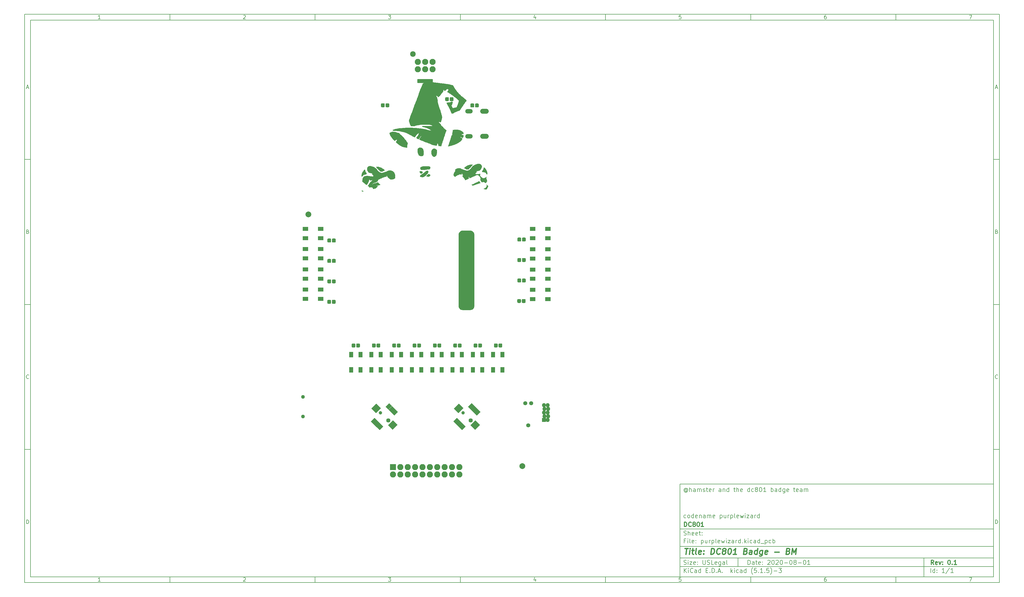
<source format=gts>
G04 #@! TF.GenerationSoftware,KiCad,Pcbnew,(5.1.5)-3*
G04 #@! TF.CreationDate,2021-01-11T00:29:40-07:00*
G04 #@! TF.ProjectId,purplewizard,70757270-6c65-4776-997a-6172642e6b69,0.1*
G04 #@! TF.SameCoordinates,PX613b810PYa454c00*
G04 #@! TF.FileFunction,Soldermask,Top*
G04 #@! TF.FilePolarity,Negative*
%FSLAX46Y46*%
G04 Gerber Fmt 4.6, Leading zero omitted, Abs format (unit mm)*
G04 Created by KiCad (PCBNEW (5.1.5)-3) date 2021-01-11 00:29:40*
%MOMM*%
%LPD*%
G04 APERTURE LIST*
%ADD10C,0.100000*%
%ADD11C,0.150000*%
%ADD12C,0.300000*%
%ADD13C,0.400000*%
%ADD14C,0.010000*%
%ADD15C,2.100000*%
%ADD16O,2.100000X2.100000*%
%ADD17C,1.924000*%
%ADD18C,2.000000*%
%ADD19C,1.300000*%
%ADD20R,1.950000X1.400000*%
%ADD21C,1.450000*%
%ADD22C,1.150000*%
%ADD23R,1.400000X1.950000*%
%ADD24C,1.385520*%
%ADD25C,1.388060*%
%ADD26R,1.400000X1.400000*%
%ADD27O,1.400000X1.400000*%
%ADD28O,3.000000X1.700000*%
%ADD29O,2.600000X1.500000*%
%ADD30R,2.100000X2.100000*%
G04 APERTURE END LIST*
D10*
D11*
X133644400Y413600D02*
X133644400Y-31586400D01*
X241644400Y-31586400D01*
X241644400Y413600D01*
X133644400Y413600D01*
D10*
D11*
X-91955600Y162313600D02*
X-91955600Y-33586400D01*
X243644400Y-33586400D01*
X243644400Y162313600D01*
X-91955600Y162313600D01*
D10*
D11*
X-89955600Y160313600D02*
X-89955600Y-31586400D01*
X241644400Y-31586400D01*
X241644400Y160313600D01*
X-89955600Y160313600D01*
D10*
D11*
X-41955600Y160313600D02*
X-41955600Y162313600D01*
D10*
D11*
X8044400Y160313600D02*
X8044400Y162313600D01*
D10*
D11*
X58044400Y160313600D02*
X58044400Y162313600D01*
D10*
D11*
X108044400Y160313600D02*
X108044400Y162313600D01*
D10*
D11*
X158044400Y160313600D02*
X158044400Y162313600D01*
D10*
D11*
X208044400Y160313600D02*
X208044400Y162313600D01*
D10*
D11*
X-65890124Y160725505D02*
X-66632981Y160725505D01*
X-66261553Y160725505D02*
X-66261553Y162025505D01*
X-66385362Y161839791D01*
X-66509172Y161715981D01*
X-66632981Y161654077D01*
D10*
D11*
X-16632981Y161901696D02*
X-16571077Y161963600D01*
X-16447267Y162025505D01*
X-16137743Y162025505D01*
X-16013934Y161963600D01*
X-15952029Y161901696D01*
X-15890124Y161777886D01*
X-15890124Y161654077D01*
X-15952029Y161468362D01*
X-16694886Y160725505D01*
X-15890124Y160725505D01*
D10*
D11*
X33305114Y162025505D02*
X34109876Y162025505D01*
X33676542Y161530267D01*
X33862257Y161530267D01*
X33986066Y161468362D01*
X34047971Y161406458D01*
X34109876Y161282648D01*
X34109876Y160973124D01*
X34047971Y160849315D01*
X33986066Y160787410D01*
X33862257Y160725505D01*
X33490828Y160725505D01*
X33367019Y160787410D01*
X33305114Y160849315D01*
D10*
D11*
X83986066Y161592172D02*
X83986066Y160725505D01*
X83676542Y162087410D02*
X83367019Y161158839D01*
X84171780Y161158839D01*
D10*
D11*
X134047971Y162025505D02*
X133428923Y162025505D01*
X133367019Y161406458D01*
X133428923Y161468362D01*
X133552733Y161530267D01*
X133862257Y161530267D01*
X133986066Y161468362D01*
X134047971Y161406458D01*
X134109876Y161282648D01*
X134109876Y160973124D01*
X134047971Y160849315D01*
X133986066Y160787410D01*
X133862257Y160725505D01*
X133552733Y160725505D01*
X133428923Y160787410D01*
X133367019Y160849315D01*
D10*
D11*
X183986066Y162025505D02*
X183738447Y162025505D01*
X183614638Y161963600D01*
X183552733Y161901696D01*
X183428923Y161715981D01*
X183367019Y161468362D01*
X183367019Y160973124D01*
X183428923Y160849315D01*
X183490828Y160787410D01*
X183614638Y160725505D01*
X183862257Y160725505D01*
X183986066Y160787410D01*
X184047971Y160849315D01*
X184109876Y160973124D01*
X184109876Y161282648D01*
X184047971Y161406458D01*
X183986066Y161468362D01*
X183862257Y161530267D01*
X183614638Y161530267D01*
X183490828Y161468362D01*
X183428923Y161406458D01*
X183367019Y161282648D01*
D10*
D11*
X233305114Y162025505D02*
X234171780Y162025505D01*
X233614638Y160725505D01*
D10*
D11*
X-41955600Y-31586400D02*
X-41955600Y-33586400D01*
D10*
D11*
X8044400Y-31586400D02*
X8044400Y-33586400D01*
D10*
D11*
X58044400Y-31586400D02*
X58044400Y-33586400D01*
D10*
D11*
X108044400Y-31586400D02*
X108044400Y-33586400D01*
D10*
D11*
X158044400Y-31586400D02*
X158044400Y-33586400D01*
D10*
D11*
X208044400Y-31586400D02*
X208044400Y-33586400D01*
D10*
D11*
X-65890124Y-33174495D02*
X-66632981Y-33174495D01*
X-66261553Y-33174495D02*
X-66261553Y-31874495D01*
X-66385362Y-32060209D01*
X-66509172Y-32184019D01*
X-66632981Y-32245923D01*
D10*
D11*
X-16632981Y-31998304D02*
X-16571077Y-31936400D01*
X-16447267Y-31874495D01*
X-16137743Y-31874495D01*
X-16013934Y-31936400D01*
X-15952029Y-31998304D01*
X-15890124Y-32122114D01*
X-15890124Y-32245923D01*
X-15952029Y-32431638D01*
X-16694886Y-33174495D01*
X-15890124Y-33174495D01*
D10*
D11*
X33305114Y-31874495D02*
X34109876Y-31874495D01*
X33676542Y-32369733D01*
X33862257Y-32369733D01*
X33986066Y-32431638D01*
X34047971Y-32493542D01*
X34109876Y-32617352D01*
X34109876Y-32926876D01*
X34047971Y-33050685D01*
X33986066Y-33112590D01*
X33862257Y-33174495D01*
X33490828Y-33174495D01*
X33367019Y-33112590D01*
X33305114Y-33050685D01*
D10*
D11*
X83986066Y-32307828D02*
X83986066Y-33174495D01*
X83676542Y-31812590D02*
X83367019Y-32741161D01*
X84171780Y-32741161D01*
D10*
D11*
X134047971Y-31874495D02*
X133428923Y-31874495D01*
X133367019Y-32493542D01*
X133428923Y-32431638D01*
X133552733Y-32369733D01*
X133862257Y-32369733D01*
X133986066Y-32431638D01*
X134047971Y-32493542D01*
X134109876Y-32617352D01*
X134109876Y-32926876D01*
X134047971Y-33050685D01*
X133986066Y-33112590D01*
X133862257Y-33174495D01*
X133552733Y-33174495D01*
X133428923Y-33112590D01*
X133367019Y-33050685D01*
D10*
D11*
X183986066Y-31874495D02*
X183738447Y-31874495D01*
X183614638Y-31936400D01*
X183552733Y-31998304D01*
X183428923Y-32184019D01*
X183367019Y-32431638D01*
X183367019Y-32926876D01*
X183428923Y-33050685D01*
X183490828Y-33112590D01*
X183614638Y-33174495D01*
X183862257Y-33174495D01*
X183986066Y-33112590D01*
X184047971Y-33050685D01*
X184109876Y-32926876D01*
X184109876Y-32617352D01*
X184047971Y-32493542D01*
X183986066Y-32431638D01*
X183862257Y-32369733D01*
X183614638Y-32369733D01*
X183490828Y-32431638D01*
X183428923Y-32493542D01*
X183367019Y-32617352D01*
D10*
D11*
X233305114Y-31874495D02*
X234171780Y-31874495D01*
X233614638Y-33174495D01*
D10*
D11*
X-91955600Y112313600D02*
X-89955600Y112313600D01*
D10*
D11*
X-91955600Y62313600D02*
X-89955600Y62313600D01*
D10*
D11*
X-91955600Y12313600D02*
X-89955600Y12313600D01*
D10*
D11*
X-91265124Y137096934D02*
X-90646077Y137096934D01*
X-91388934Y136725505D02*
X-90955600Y138025505D01*
X-90522267Y136725505D01*
D10*
D11*
X-90862743Y87406458D02*
X-90677029Y87344553D01*
X-90615124Y87282648D01*
X-90553220Y87158839D01*
X-90553220Y86973124D01*
X-90615124Y86849315D01*
X-90677029Y86787410D01*
X-90800839Y86725505D01*
X-91296077Y86725505D01*
X-91296077Y88025505D01*
X-90862743Y88025505D01*
X-90738934Y87963600D01*
X-90677029Y87901696D01*
X-90615124Y87777886D01*
X-90615124Y87654077D01*
X-90677029Y87530267D01*
X-90738934Y87468362D01*
X-90862743Y87406458D01*
X-91296077Y87406458D01*
D10*
D11*
X-90553220Y36849315D02*
X-90615124Y36787410D01*
X-90800839Y36725505D01*
X-90924648Y36725505D01*
X-91110362Y36787410D01*
X-91234172Y36911220D01*
X-91296077Y37035029D01*
X-91357981Y37282648D01*
X-91357981Y37468362D01*
X-91296077Y37715981D01*
X-91234172Y37839791D01*
X-91110362Y37963600D01*
X-90924648Y38025505D01*
X-90800839Y38025505D01*
X-90615124Y37963600D01*
X-90553220Y37901696D01*
D10*
D11*
X-91296077Y-13274495D02*
X-91296077Y-11974495D01*
X-90986553Y-11974495D01*
X-90800839Y-12036400D01*
X-90677029Y-12160209D01*
X-90615124Y-12284019D01*
X-90553220Y-12531638D01*
X-90553220Y-12717352D01*
X-90615124Y-12964971D01*
X-90677029Y-13088780D01*
X-90800839Y-13212590D01*
X-90986553Y-13274495D01*
X-91296077Y-13274495D01*
D10*
D11*
X243644400Y112313600D02*
X241644400Y112313600D01*
D10*
D11*
X243644400Y62313600D02*
X241644400Y62313600D01*
D10*
D11*
X243644400Y12313600D02*
X241644400Y12313600D01*
D10*
D11*
X242334876Y137096934D02*
X242953923Y137096934D01*
X242211066Y136725505D02*
X242644400Y138025505D01*
X243077733Y136725505D01*
D10*
D11*
X242737257Y87406458D02*
X242922971Y87344553D01*
X242984876Y87282648D01*
X243046780Y87158839D01*
X243046780Y86973124D01*
X242984876Y86849315D01*
X242922971Y86787410D01*
X242799161Y86725505D01*
X242303923Y86725505D01*
X242303923Y88025505D01*
X242737257Y88025505D01*
X242861066Y87963600D01*
X242922971Y87901696D01*
X242984876Y87777886D01*
X242984876Y87654077D01*
X242922971Y87530267D01*
X242861066Y87468362D01*
X242737257Y87406458D01*
X242303923Y87406458D01*
D10*
D11*
X243046780Y36849315D02*
X242984876Y36787410D01*
X242799161Y36725505D01*
X242675352Y36725505D01*
X242489638Y36787410D01*
X242365828Y36911220D01*
X242303923Y37035029D01*
X242242019Y37282648D01*
X242242019Y37468362D01*
X242303923Y37715981D01*
X242365828Y37839791D01*
X242489638Y37963600D01*
X242675352Y38025505D01*
X242799161Y38025505D01*
X242984876Y37963600D01*
X243046780Y37901696D01*
D10*
D11*
X242303923Y-13274495D02*
X242303923Y-11974495D01*
X242613447Y-11974495D01*
X242799161Y-12036400D01*
X242922971Y-12160209D01*
X242984876Y-12284019D01*
X243046780Y-12531638D01*
X243046780Y-12717352D01*
X242984876Y-12964971D01*
X242922971Y-13088780D01*
X242799161Y-13212590D01*
X242613447Y-13274495D01*
X242303923Y-13274495D01*
D10*
D11*
X157076542Y-27364971D02*
X157076542Y-25864971D01*
X157433685Y-25864971D01*
X157647971Y-25936400D01*
X157790828Y-26079257D01*
X157862257Y-26222114D01*
X157933685Y-26507828D01*
X157933685Y-26722114D01*
X157862257Y-27007828D01*
X157790828Y-27150685D01*
X157647971Y-27293542D01*
X157433685Y-27364971D01*
X157076542Y-27364971D01*
X159219400Y-27364971D02*
X159219400Y-26579257D01*
X159147971Y-26436400D01*
X159005114Y-26364971D01*
X158719400Y-26364971D01*
X158576542Y-26436400D01*
X159219400Y-27293542D02*
X159076542Y-27364971D01*
X158719400Y-27364971D01*
X158576542Y-27293542D01*
X158505114Y-27150685D01*
X158505114Y-27007828D01*
X158576542Y-26864971D01*
X158719400Y-26793542D01*
X159076542Y-26793542D01*
X159219400Y-26722114D01*
X159719400Y-26364971D02*
X160290828Y-26364971D01*
X159933685Y-25864971D02*
X159933685Y-27150685D01*
X160005114Y-27293542D01*
X160147971Y-27364971D01*
X160290828Y-27364971D01*
X161362257Y-27293542D02*
X161219400Y-27364971D01*
X160933685Y-27364971D01*
X160790828Y-27293542D01*
X160719400Y-27150685D01*
X160719400Y-26579257D01*
X160790828Y-26436400D01*
X160933685Y-26364971D01*
X161219400Y-26364971D01*
X161362257Y-26436400D01*
X161433685Y-26579257D01*
X161433685Y-26722114D01*
X160719400Y-26864971D01*
X162076542Y-27222114D02*
X162147971Y-27293542D01*
X162076542Y-27364971D01*
X162005114Y-27293542D01*
X162076542Y-27222114D01*
X162076542Y-27364971D01*
X162076542Y-26436400D02*
X162147971Y-26507828D01*
X162076542Y-26579257D01*
X162005114Y-26507828D01*
X162076542Y-26436400D01*
X162076542Y-26579257D01*
X163862257Y-26007828D02*
X163933685Y-25936400D01*
X164076542Y-25864971D01*
X164433685Y-25864971D01*
X164576542Y-25936400D01*
X164647971Y-26007828D01*
X164719400Y-26150685D01*
X164719400Y-26293542D01*
X164647971Y-26507828D01*
X163790828Y-27364971D01*
X164719400Y-27364971D01*
X165647971Y-25864971D02*
X165790828Y-25864971D01*
X165933685Y-25936400D01*
X166005114Y-26007828D01*
X166076542Y-26150685D01*
X166147971Y-26436400D01*
X166147971Y-26793542D01*
X166076542Y-27079257D01*
X166005114Y-27222114D01*
X165933685Y-27293542D01*
X165790828Y-27364971D01*
X165647971Y-27364971D01*
X165505114Y-27293542D01*
X165433685Y-27222114D01*
X165362257Y-27079257D01*
X165290828Y-26793542D01*
X165290828Y-26436400D01*
X165362257Y-26150685D01*
X165433685Y-26007828D01*
X165505114Y-25936400D01*
X165647971Y-25864971D01*
X166719400Y-26007828D02*
X166790828Y-25936400D01*
X166933685Y-25864971D01*
X167290828Y-25864971D01*
X167433685Y-25936400D01*
X167505114Y-26007828D01*
X167576542Y-26150685D01*
X167576542Y-26293542D01*
X167505114Y-26507828D01*
X166647971Y-27364971D01*
X167576542Y-27364971D01*
X168505114Y-25864971D02*
X168647971Y-25864971D01*
X168790828Y-25936400D01*
X168862257Y-26007828D01*
X168933685Y-26150685D01*
X169005114Y-26436400D01*
X169005114Y-26793542D01*
X168933685Y-27079257D01*
X168862257Y-27222114D01*
X168790828Y-27293542D01*
X168647971Y-27364971D01*
X168505114Y-27364971D01*
X168362257Y-27293542D01*
X168290828Y-27222114D01*
X168219400Y-27079257D01*
X168147971Y-26793542D01*
X168147971Y-26436400D01*
X168219400Y-26150685D01*
X168290828Y-26007828D01*
X168362257Y-25936400D01*
X168505114Y-25864971D01*
X169647971Y-26793542D02*
X170790828Y-26793542D01*
X171790828Y-25864971D02*
X171933685Y-25864971D01*
X172076542Y-25936400D01*
X172147971Y-26007828D01*
X172219400Y-26150685D01*
X172290828Y-26436400D01*
X172290828Y-26793542D01*
X172219400Y-27079257D01*
X172147971Y-27222114D01*
X172076542Y-27293542D01*
X171933685Y-27364971D01*
X171790828Y-27364971D01*
X171647971Y-27293542D01*
X171576542Y-27222114D01*
X171505114Y-27079257D01*
X171433685Y-26793542D01*
X171433685Y-26436400D01*
X171505114Y-26150685D01*
X171576542Y-26007828D01*
X171647971Y-25936400D01*
X171790828Y-25864971D01*
X173147971Y-26507828D02*
X173005114Y-26436400D01*
X172933685Y-26364971D01*
X172862257Y-26222114D01*
X172862257Y-26150685D01*
X172933685Y-26007828D01*
X173005114Y-25936400D01*
X173147971Y-25864971D01*
X173433685Y-25864971D01*
X173576542Y-25936400D01*
X173647971Y-26007828D01*
X173719400Y-26150685D01*
X173719400Y-26222114D01*
X173647971Y-26364971D01*
X173576542Y-26436400D01*
X173433685Y-26507828D01*
X173147971Y-26507828D01*
X173005114Y-26579257D01*
X172933685Y-26650685D01*
X172862257Y-26793542D01*
X172862257Y-27079257D01*
X172933685Y-27222114D01*
X173005114Y-27293542D01*
X173147971Y-27364971D01*
X173433685Y-27364971D01*
X173576542Y-27293542D01*
X173647971Y-27222114D01*
X173719400Y-27079257D01*
X173719400Y-26793542D01*
X173647971Y-26650685D01*
X173576542Y-26579257D01*
X173433685Y-26507828D01*
X174362257Y-26793542D02*
X175505114Y-26793542D01*
X176505114Y-25864971D02*
X176647971Y-25864971D01*
X176790828Y-25936400D01*
X176862257Y-26007828D01*
X176933685Y-26150685D01*
X177005114Y-26436400D01*
X177005114Y-26793542D01*
X176933685Y-27079257D01*
X176862257Y-27222114D01*
X176790828Y-27293542D01*
X176647971Y-27364971D01*
X176505114Y-27364971D01*
X176362257Y-27293542D01*
X176290828Y-27222114D01*
X176219400Y-27079257D01*
X176147971Y-26793542D01*
X176147971Y-26436400D01*
X176219400Y-26150685D01*
X176290828Y-26007828D01*
X176362257Y-25936400D01*
X176505114Y-25864971D01*
X178433685Y-27364971D02*
X177576542Y-27364971D01*
X178005114Y-27364971D02*
X178005114Y-25864971D01*
X177862257Y-26079257D01*
X177719400Y-26222114D01*
X177576542Y-26293542D01*
D10*
D11*
X133644400Y-28086400D02*
X241644400Y-28086400D01*
D10*
D11*
X135076542Y-30164971D02*
X135076542Y-28664971D01*
X135933685Y-30164971D02*
X135290828Y-29307828D01*
X135933685Y-28664971D02*
X135076542Y-29522114D01*
X136576542Y-30164971D02*
X136576542Y-29164971D01*
X136576542Y-28664971D02*
X136505114Y-28736400D01*
X136576542Y-28807828D01*
X136647971Y-28736400D01*
X136576542Y-28664971D01*
X136576542Y-28807828D01*
X138147971Y-30022114D02*
X138076542Y-30093542D01*
X137862257Y-30164971D01*
X137719400Y-30164971D01*
X137505114Y-30093542D01*
X137362257Y-29950685D01*
X137290828Y-29807828D01*
X137219400Y-29522114D01*
X137219400Y-29307828D01*
X137290828Y-29022114D01*
X137362257Y-28879257D01*
X137505114Y-28736400D01*
X137719400Y-28664971D01*
X137862257Y-28664971D01*
X138076542Y-28736400D01*
X138147971Y-28807828D01*
X139433685Y-30164971D02*
X139433685Y-29379257D01*
X139362257Y-29236400D01*
X139219400Y-29164971D01*
X138933685Y-29164971D01*
X138790828Y-29236400D01*
X139433685Y-30093542D02*
X139290828Y-30164971D01*
X138933685Y-30164971D01*
X138790828Y-30093542D01*
X138719400Y-29950685D01*
X138719400Y-29807828D01*
X138790828Y-29664971D01*
X138933685Y-29593542D01*
X139290828Y-29593542D01*
X139433685Y-29522114D01*
X140790828Y-30164971D02*
X140790828Y-28664971D01*
X140790828Y-30093542D02*
X140647971Y-30164971D01*
X140362257Y-30164971D01*
X140219400Y-30093542D01*
X140147971Y-30022114D01*
X140076542Y-29879257D01*
X140076542Y-29450685D01*
X140147971Y-29307828D01*
X140219400Y-29236400D01*
X140362257Y-29164971D01*
X140647971Y-29164971D01*
X140790828Y-29236400D01*
X142647971Y-29379257D02*
X143147971Y-29379257D01*
X143362257Y-30164971D02*
X142647971Y-30164971D01*
X142647971Y-28664971D01*
X143362257Y-28664971D01*
X144005114Y-30022114D02*
X144076542Y-30093542D01*
X144005114Y-30164971D01*
X143933685Y-30093542D01*
X144005114Y-30022114D01*
X144005114Y-30164971D01*
X144719400Y-30164971D02*
X144719400Y-28664971D01*
X145076542Y-28664971D01*
X145290828Y-28736400D01*
X145433685Y-28879257D01*
X145505114Y-29022114D01*
X145576542Y-29307828D01*
X145576542Y-29522114D01*
X145505114Y-29807828D01*
X145433685Y-29950685D01*
X145290828Y-30093542D01*
X145076542Y-30164971D01*
X144719400Y-30164971D01*
X146219400Y-30022114D02*
X146290828Y-30093542D01*
X146219400Y-30164971D01*
X146147971Y-30093542D01*
X146219400Y-30022114D01*
X146219400Y-30164971D01*
X146862257Y-29736400D02*
X147576542Y-29736400D01*
X146719400Y-30164971D02*
X147219400Y-28664971D01*
X147719400Y-30164971D01*
X148219400Y-30022114D02*
X148290828Y-30093542D01*
X148219400Y-30164971D01*
X148147971Y-30093542D01*
X148219400Y-30022114D01*
X148219400Y-30164971D01*
X151219400Y-30164971D02*
X151219400Y-28664971D01*
X151362257Y-29593542D02*
X151790828Y-30164971D01*
X151790828Y-29164971D02*
X151219400Y-29736400D01*
X152433685Y-30164971D02*
X152433685Y-29164971D01*
X152433685Y-28664971D02*
X152362257Y-28736400D01*
X152433685Y-28807828D01*
X152505114Y-28736400D01*
X152433685Y-28664971D01*
X152433685Y-28807828D01*
X153790828Y-30093542D02*
X153647971Y-30164971D01*
X153362257Y-30164971D01*
X153219400Y-30093542D01*
X153147971Y-30022114D01*
X153076542Y-29879257D01*
X153076542Y-29450685D01*
X153147971Y-29307828D01*
X153219400Y-29236400D01*
X153362257Y-29164971D01*
X153647971Y-29164971D01*
X153790828Y-29236400D01*
X155076542Y-30164971D02*
X155076542Y-29379257D01*
X155005114Y-29236400D01*
X154862257Y-29164971D01*
X154576542Y-29164971D01*
X154433685Y-29236400D01*
X155076542Y-30093542D02*
X154933685Y-30164971D01*
X154576542Y-30164971D01*
X154433685Y-30093542D01*
X154362257Y-29950685D01*
X154362257Y-29807828D01*
X154433685Y-29664971D01*
X154576542Y-29593542D01*
X154933685Y-29593542D01*
X155076542Y-29522114D01*
X156433685Y-30164971D02*
X156433685Y-28664971D01*
X156433685Y-30093542D02*
X156290828Y-30164971D01*
X156005114Y-30164971D01*
X155862257Y-30093542D01*
X155790828Y-30022114D01*
X155719400Y-29879257D01*
X155719400Y-29450685D01*
X155790828Y-29307828D01*
X155862257Y-29236400D01*
X156005114Y-29164971D01*
X156290828Y-29164971D01*
X156433685Y-29236400D01*
X158719400Y-30736400D02*
X158647971Y-30664971D01*
X158505114Y-30450685D01*
X158433685Y-30307828D01*
X158362257Y-30093542D01*
X158290828Y-29736400D01*
X158290828Y-29450685D01*
X158362257Y-29093542D01*
X158433685Y-28879257D01*
X158505114Y-28736400D01*
X158647971Y-28522114D01*
X158719400Y-28450685D01*
X160005114Y-28664971D02*
X159290828Y-28664971D01*
X159219400Y-29379257D01*
X159290828Y-29307828D01*
X159433685Y-29236400D01*
X159790828Y-29236400D01*
X159933685Y-29307828D01*
X160005114Y-29379257D01*
X160076542Y-29522114D01*
X160076542Y-29879257D01*
X160005114Y-30022114D01*
X159933685Y-30093542D01*
X159790828Y-30164971D01*
X159433685Y-30164971D01*
X159290828Y-30093542D01*
X159219400Y-30022114D01*
X160719400Y-30022114D02*
X160790828Y-30093542D01*
X160719400Y-30164971D01*
X160647971Y-30093542D01*
X160719400Y-30022114D01*
X160719400Y-30164971D01*
X162219400Y-30164971D02*
X161362257Y-30164971D01*
X161790828Y-30164971D02*
X161790828Y-28664971D01*
X161647971Y-28879257D01*
X161505114Y-29022114D01*
X161362257Y-29093542D01*
X162862257Y-30022114D02*
X162933685Y-30093542D01*
X162862257Y-30164971D01*
X162790828Y-30093542D01*
X162862257Y-30022114D01*
X162862257Y-30164971D01*
X164290828Y-28664971D02*
X163576542Y-28664971D01*
X163505114Y-29379257D01*
X163576542Y-29307828D01*
X163719400Y-29236400D01*
X164076542Y-29236400D01*
X164219400Y-29307828D01*
X164290828Y-29379257D01*
X164362257Y-29522114D01*
X164362257Y-29879257D01*
X164290828Y-30022114D01*
X164219400Y-30093542D01*
X164076542Y-30164971D01*
X163719400Y-30164971D01*
X163576542Y-30093542D01*
X163505114Y-30022114D01*
X164862257Y-30736400D02*
X164933685Y-30664971D01*
X165076542Y-30450685D01*
X165147971Y-30307828D01*
X165219400Y-30093542D01*
X165290828Y-29736400D01*
X165290828Y-29450685D01*
X165219400Y-29093542D01*
X165147971Y-28879257D01*
X165076542Y-28736400D01*
X164933685Y-28522114D01*
X164862257Y-28450685D01*
X166005114Y-29593542D02*
X167147971Y-29593542D01*
X167719400Y-28664971D02*
X168647971Y-28664971D01*
X168147971Y-29236400D01*
X168362257Y-29236400D01*
X168505114Y-29307828D01*
X168576542Y-29379257D01*
X168647971Y-29522114D01*
X168647971Y-29879257D01*
X168576542Y-30022114D01*
X168505114Y-30093542D01*
X168362257Y-30164971D01*
X167933685Y-30164971D01*
X167790828Y-30093542D01*
X167719400Y-30022114D01*
D10*
D11*
X133644400Y-25086400D02*
X241644400Y-25086400D01*
D10*
D12*
X221053685Y-27364971D02*
X220553685Y-26650685D01*
X220196542Y-27364971D02*
X220196542Y-25864971D01*
X220767971Y-25864971D01*
X220910828Y-25936400D01*
X220982257Y-26007828D01*
X221053685Y-26150685D01*
X221053685Y-26364971D01*
X220982257Y-26507828D01*
X220910828Y-26579257D01*
X220767971Y-26650685D01*
X220196542Y-26650685D01*
X222267971Y-27293542D02*
X222125114Y-27364971D01*
X221839400Y-27364971D01*
X221696542Y-27293542D01*
X221625114Y-27150685D01*
X221625114Y-26579257D01*
X221696542Y-26436400D01*
X221839400Y-26364971D01*
X222125114Y-26364971D01*
X222267971Y-26436400D01*
X222339400Y-26579257D01*
X222339400Y-26722114D01*
X221625114Y-26864971D01*
X222839400Y-26364971D02*
X223196542Y-27364971D01*
X223553685Y-26364971D01*
X224125114Y-27222114D02*
X224196542Y-27293542D01*
X224125114Y-27364971D01*
X224053685Y-27293542D01*
X224125114Y-27222114D01*
X224125114Y-27364971D01*
X224125114Y-26436400D02*
X224196542Y-26507828D01*
X224125114Y-26579257D01*
X224053685Y-26507828D01*
X224125114Y-26436400D01*
X224125114Y-26579257D01*
X226267971Y-25864971D02*
X226410828Y-25864971D01*
X226553685Y-25936400D01*
X226625114Y-26007828D01*
X226696542Y-26150685D01*
X226767971Y-26436400D01*
X226767971Y-26793542D01*
X226696542Y-27079257D01*
X226625114Y-27222114D01*
X226553685Y-27293542D01*
X226410828Y-27364971D01*
X226267971Y-27364971D01*
X226125114Y-27293542D01*
X226053685Y-27222114D01*
X225982257Y-27079257D01*
X225910828Y-26793542D01*
X225910828Y-26436400D01*
X225982257Y-26150685D01*
X226053685Y-26007828D01*
X226125114Y-25936400D01*
X226267971Y-25864971D01*
X227410828Y-27222114D02*
X227482257Y-27293542D01*
X227410828Y-27364971D01*
X227339400Y-27293542D01*
X227410828Y-27222114D01*
X227410828Y-27364971D01*
X228910828Y-27364971D02*
X228053685Y-27364971D01*
X228482257Y-27364971D02*
X228482257Y-25864971D01*
X228339400Y-26079257D01*
X228196542Y-26222114D01*
X228053685Y-26293542D01*
D10*
D11*
X135005114Y-27293542D02*
X135219400Y-27364971D01*
X135576542Y-27364971D01*
X135719400Y-27293542D01*
X135790828Y-27222114D01*
X135862257Y-27079257D01*
X135862257Y-26936400D01*
X135790828Y-26793542D01*
X135719400Y-26722114D01*
X135576542Y-26650685D01*
X135290828Y-26579257D01*
X135147971Y-26507828D01*
X135076542Y-26436400D01*
X135005114Y-26293542D01*
X135005114Y-26150685D01*
X135076542Y-26007828D01*
X135147971Y-25936400D01*
X135290828Y-25864971D01*
X135647971Y-25864971D01*
X135862257Y-25936400D01*
X136505114Y-27364971D02*
X136505114Y-26364971D01*
X136505114Y-25864971D02*
X136433685Y-25936400D01*
X136505114Y-26007828D01*
X136576542Y-25936400D01*
X136505114Y-25864971D01*
X136505114Y-26007828D01*
X137076542Y-26364971D02*
X137862257Y-26364971D01*
X137076542Y-27364971D01*
X137862257Y-27364971D01*
X139005114Y-27293542D02*
X138862257Y-27364971D01*
X138576542Y-27364971D01*
X138433685Y-27293542D01*
X138362257Y-27150685D01*
X138362257Y-26579257D01*
X138433685Y-26436400D01*
X138576542Y-26364971D01*
X138862257Y-26364971D01*
X139005114Y-26436400D01*
X139076542Y-26579257D01*
X139076542Y-26722114D01*
X138362257Y-26864971D01*
X139719400Y-27222114D02*
X139790828Y-27293542D01*
X139719400Y-27364971D01*
X139647971Y-27293542D01*
X139719400Y-27222114D01*
X139719400Y-27364971D01*
X139719400Y-26436400D02*
X139790828Y-26507828D01*
X139719400Y-26579257D01*
X139647971Y-26507828D01*
X139719400Y-26436400D01*
X139719400Y-26579257D01*
X141576542Y-25864971D02*
X141576542Y-27079257D01*
X141647971Y-27222114D01*
X141719400Y-27293542D01*
X141862257Y-27364971D01*
X142147971Y-27364971D01*
X142290828Y-27293542D01*
X142362257Y-27222114D01*
X142433685Y-27079257D01*
X142433685Y-25864971D01*
X143076542Y-27293542D02*
X143290828Y-27364971D01*
X143647971Y-27364971D01*
X143790828Y-27293542D01*
X143862257Y-27222114D01*
X143933685Y-27079257D01*
X143933685Y-26936400D01*
X143862257Y-26793542D01*
X143790828Y-26722114D01*
X143647971Y-26650685D01*
X143362257Y-26579257D01*
X143219400Y-26507828D01*
X143147971Y-26436400D01*
X143076542Y-26293542D01*
X143076542Y-26150685D01*
X143147971Y-26007828D01*
X143219400Y-25936400D01*
X143362257Y-25864971D01*
X143719400Y-25864971D01*
X143933685Y-25936400D01*
X145290828Y-27364971D02*
X144576542Y-27364971D01*
X144576542Y-25864971D01*
X146362257Y-27293542D02*
X146219400Y-27364971D01*
X145933685Y-27364971D01*
X145790828Y-27293542D01*
X145719400Y-27150685D01*
X145719400Y-26579257D01*
X145790828Y-26436400D01*
X145933685Y-26364971D01*
X146219400Y-26364971D01*
X146362257Y-26436400D01*
X146433685Y-26579257D01*
X146433685Y-26722114D01*
X145719400Y-26864971D01*
X147719400Y-26364971D02*
X147719400Y-27579257D01*
X147647971Y-27722114D01*
X147576542Y-27793542D01*
X147433685Y-27864971D01*
X147219400Y-27864971D01*
X147076542Y-27793542D01*
X147719400Y-27293542D02*
X147576542Y-27364971D01*
X147290828Y-27364971D01*
X147147971Y-27293542D01*
X147076542Y-27222114D01*
X147005114Y-27079257D01*
X147005114Y-26650685D01*
X147076542Y-26507828D01*
X147147971Y-26436400D01*
X147290828Y-26364971D01*
X147576542Y-26364971D01*
X147719400Y-26436400D01*
X149076542Y-27364971D02*
X149076542Y-26579257D01*
X149005114Y-26436400D01*
X148862257Y-26364971D01*
X148576542Y-26364971D01*
X148433685Y-26436400D01*
X149076542Y-27293542D02*
X148933685Y-27364971D01*
X148576542Y-27364971D01*
X148433685Y-27293542D01*
X148362257Y-27150685D01*
X148362257Y-27007828D01*
X148433685Y-26864971D01*
X148576542Y-26793542D01*
X148933685Y-26793542D01*
X149076542Y-26722114D01*
X150005114Y-27364971D02*
X149862257Y-27293542D01*
X149790828Y-27150685D01*
X149790828Y-25864971D01*
D10*
D11*
X220076542Y-30164971D02*
X220076542Y-28664971D01*
X221433685Y-30164971D02*
X221433685Y-28664971D01*
X221433685Y-30093542D02*
X221290828Y-30164971D01*
X221005114Y-30164971D01*
X220862257Y-30093542D01*
X220790828Y-30022114D01*
X220719400Y-29879257D01*
X220719400Y-29450685D01*
X220790828Y-29307828D01*
X220862257Y-29236400D01*
X221005114Y-29164971D01*
X221290828Y-29164971D01*
X221433685Y-29236400D01*
X222147971Y-30022114D02*
X222219400Y-30093542D01*
X222147971Y-30164971D01*
X222076542Y-30093542D01*
X222147971Y-30022114D01*
X222147971Y-30164971D01*
X222147971Y-29236400D02*
X222219400Y-29307828D01*
X222147971Y-29379257D01*
X222076542Y-29307828D01*
X222147971Y-29236400D01*
X222147971Y-29379257D01*
X224790828Y-30164971D02*
X223933685Y-30164971D01*
X224362257Y-30164971D02*
X224362257Y-28664971D01*
X224219400Y-28879257D01*
X224076542Y-29022114D01*
X223933685Y-29093542D01*
X226505114Y-28593542D02*
X225219400Y-30522114D01*
X227790828Y-30164971D02*
X226933685Y-30164971D01*
X227362257Y-30164971D02*
X227362257Y-28664971D01*
X227219400Y-28879257D01*
X227076542Y-29022114D01*
X226933685Y-29093542D01*
D10*
D11*
X133644400Y-21086400D02*
X241644400Y-21086400D01*
D10*
D13*
X135356780Y-21791161D02*
X136499638Y-21791161D01*
X135678209Y-23791161D02*
X135928209Y-21791161D01*
X136916304Y-23791161D02*
X137082971Y-22457828D01*
X137166304Y-21791161D02*
X137059161Y-21886400D01*
X137142495Y-21981638D01*
X137249638Y-21886400D01*
X137166304Y-21791161D01*
X137142495Y-21981638D01*
X137749638Y-22457828D02*
X138511542Y-22457828D01*
X138118685Y-21791161D02*
X137904400Y-23505447D01*
X137975828Y-23695923D01*
X138154400Y-23791161D01*
X138344876Y-23791161D01*
X139297257Y-23791161D02*
X139118685Y-23695923D01*
X139047257Y-23505447D01*
X139261542Y-21791161D01*
X140832971Y-23695923D02*
X140630590Y-23791161D01*
X140249638Y-23791161D01*
X140071066Y-23695923D01*
X139999638Y-23505447D01*
X140094876Y-22743542D01*
X140213923Y-22553066D01*
X140416304Y-22457828D01*
X140797257Y-22457828D01*
X140975828Y-22553066D01*
X141047257Y-22743542D01*
X141023447Y-22934019D01*
X140047257Y-23124495D01*
X141797257Y-23600685D02*
X141880590Y-23695923D01*
X141773447Y-23791161D01*
X141690114Y-23695923D01*
X141797257Y-23600685D01*
X141773447Y-23791161D01*
X141928209Y-22553066D02*
X142011542Y-22648304D01*
X141904400Y-22743542D01*
X141821066Y-22648304D01*
X141928209Y-22553066D01*
X141904400Y-22743542D01*
X144249638Y-23791161D02*
X144499638Y-21791161D01*
X144975828Y-21791161D01*
X145249638Y-21886400D01*
X145416304Y-22076876D01*
X145487733Y-22267352D01*
X145535352Y-22648304D01*
X145499638Y-22934019D01*
X145356780Y-23314971D01*
X145237733Y-23505447D01*
X145023447Y-23695923D01*
X144725828Y-23791161D01*
X144249638Y-23791161D01*
X147416304Y-23600685D02*
X147309161Y-23695923D01*
X147011542Y-23791161D01*
X146821066Y-23791161D01*
X146547257Y-23695923D01*
X146380590Y-23505447D01*
X146309161Y-23314971D01*
X146261542Y-22934019D01*
X146297257Y-22648304D01*
X146440114Y-22267352D01*
X146559161Y-22076876D01*
X146773447Y-21886400D01*
X147071066Y-21791161D01*
X147261542Y-21791161D01*
X147535352Y-21886400D01*
X147618685Y-21981638D01*
X148678209Y-22648304D02*
X148499638Y-22553066D01*
X148416304Y-22457828D01*
X148344876Y-22267352D01*
X148356780Y-22172114D01*
X148475828Y-21981638D01*
X148582971Y-21886400D01*
X148785352Y-21791161D01*
X149166304Y-21791161D01*
X149344876Y-21886400D01*
X149428209Y-21981638D01*
X149499638Y-22172114D01*
X149487733Y-22267352D01*
X149368685Y-22457828D01*
X149261542Y-22553066D01*
X149059161Y-22648304D01*
X148678209Y-22648304D01*
X148475828Y-22743542D01*
X148368685Y-22838780D01*
X148249638Y-23029257D01*
X148202019Y-23410209D01*
X148273447Y-23600685D01*
X148356780Y-23695923D01*
X148535352Y-23791161D01*
X148916304Y-23791161D01*
X149118685Y-23695923D01*
X149225828Y-23600685D01*
X149344876Y-23410209D01*
X149392495Y-23029257D01*
X149321066Y-22838780D01*
X149237733Y-22743542D01*
X149059161Y-22648304D01*
X150785352Y-21791161D02*
X150975828Y-21791161D01*
X151154400Y-21886400D01*
X151237733Y-21981638D01*
X151309161Y-22172114D01*
X151356780Y-22553066D01*
X151297257Y-23029257D01*
X151154400Y-23410209D01*
X151035352Y-23600685D01*
X150928209Y-23695923D01*
X150725828Y-23791161D01*
X150535352Y-23791161D01*
X150356780Y-23695923D01*
X150273447Y-23600685D01*
X150202019Y-23410209D01*
X150154400Y-23029257D01*
X150213923Y-22553066D01*
X150356780Y-22172114D01*
X150475828Y-21981638D01*
X150582971Y-21886400D01*
X150785352Y-21791161D01*
X153106780Y-23791161D02*
X151963923Y-23791161D01*
X152535352Y-23791161D02*
X152785352Y-21791161D01*
X152559161Y-22076876D01*
X152344876Y-22267352D01*
X152142495Y-22362590D01*
X156285352Y-22743542D02*
X156559161Y-22838780D01*
X156642495Y-22934019D01*
X156713923Y-23124495D01*
X156678209Y-23410209D01*
X156559161Y-23600685D01*
X156452019Y-23695923D01*
X156249638Y-23791161D01*
X155487733Y-23791161D01*
X155737733Y-21791161D01*
X156404400Y-21791161D01*
X156582971Y-21886400D01*
X156666304Y-21981638D01*
X156737733Y-22172114D01*
X156713923Y-22362590D01*
X156594876Y-22553066D01*
X156487733Y-22648304D01*
X156285352Y-22743542D01*
X155618685Y-22743542D01*
X158344876Y-23791161D02*
X158475828Y-22743542D01*
X158404400Y-22553066D01*
X158225828Y-22457828D01*
X157844876Y-22457828D01*
X157642495Y-22553066D01*
X158356780Y-23695923D02*
X158154400Y-23791161D01*
X157678209Y-23791161D01*
X157499638Y-23695923D01*
X157428209Y-23505447D01*
X157452019Y-23314971D01*
X157571066Y-23124495D01*
X157773447Y-23029257D01*
X158249638Y-23029257D01*
X158452019Y-22934019D01*
X160154400Y-23791161D02*
X160404400Y-21791161D01*
X160166304Y-23695923D02*
X159963923Y-23791161D01*
X159582971Y-23791161D01*
X159404400Y-23695923D01*
X159321066Y-23600685D01*
X159249638Y-23410209D01*
X159321066Y-22838780D01*
X159440114Y-22648304D01*
X159547257Y-22553066D01*
X159749638Y-22457828D01*
X160130590Y-22457828D01*
X160309161Y-22553066D01*
X162130590Y-22457828D02*
X161928209Y-24076876D01*
X161809161Y-24267352D01*
X161702019Y-24362590D01*
X161499638Y-24457828D01*
X161213923Y-24457828D01*
X161035352Y-24362590D01*
X161975828Y-23695923D02*
X161773447Y-23791161D01*
X161392495Y-23791161D01*
X161213923Y-23695923D01*
X161130590Y-23600685D01*
X161059161Y-23410209D01*
X161130590Y-22838780D01*
X161249638Y-22648304D01*
X161356780Y-22553066D01*
X161559161Y-22457828D01*
X161940114Y-22457828D01*
X162118685Y-22553066D01*
X163690114Y-23695923D02*
X163487733Y-23791161D01*
X163106780Y-23791161D01*
X162928209Y-23695923D01*
X162856780Y-23505447D01*
X162952019Y-22743542D01*
X163071066Y-22553066D01*
X163273447Y-22457828D01*
X163654400Y-22457828D01*
X163832971Y-22553066D01*
X163904400Y-22743542D01*
X163880590Y-22934019D01*
X162904400Y-23124495D01*
X166249638Y-23029257D02*
X167773447Y-23029257D01*
X170952019Y-22743542D02*
X171225828Y-22838780D01*
X171309161Y-22934019D01*
X171380590Y-23124495D01*
X171344876Y-23410209D01*
X171225828Y-23600685D01*
X171118685Y-23695923D01*
X170916304Y-23791161D01*
X170154400Y-23791161D01*
X170404400Y-21791161D01*
X171071066Y-21791161D01*
X171249638Y-21886400D01*
X171332971Y-21981638D01*
X171404400Y-22172114D01*
X171380590Y-22362590D01*
X171261542Y-22553066D01*
X171154400Y-22648304D01*
X170952019Y-22743542D01*
X170285352Y-22743542D01*
X172154400Y-23791161D02*
X172404400Y-21791161D01*
X172892495Y-23219733D01*
X173737733Y-21791161D01*
X173487733Y-23791161D01*
D10*
D11*
X135576542Y-19179257D02*
X135076542Y-19179257D01*
X135076542Y-19964971D02*
X135076542Y-18464971D01*
X135790828Y-18464971D01*
X136362257Y-19964971D02*
X136362257Y-18964971D01*
X136362257Y-18464971D02*
X136290828Y-18536400D01*
X136362257Y-18607828D01*
X136433685Y-18536400D01*
X136362257Y-18464971D01*
X136362257Y-18607828D01*
X137290828Y-19964971D02*
X137147971Y-19893542D01*
X137076542Y-19750685D01*
X137076542Y-18464971D01*
X138433685Y-19893542D02*
X138290828Y-19964971D01*
X138005114Y-19964971D01*
X137862257Y-19893542D01*
X137790828Y-19750685D01*
X137790828Y-19179257D01*
X137862257Y-19036400D01*
X138005114Y-18964971D01*
X138290828Y-18964971D01*
X138433685Y-19036400D01*
X138505114Y-19179257D01*
X138505114Y-19322114D01*
X137790828Y-19464971D01*
X139147971Y-19822114D02*
X139219400Y-19893542D01*
X139147971Y-19964971D01*
X139076542Y-19893542D01*
X139147971Y-19822114D01*
X139147971Y-19964971D01*
X139147971Y-19036400D02*
X139219400Y-19107828D01*
X139147971Y-19179257D01*
X139076542Y-19107828D01*
X139147971Y-19036400D01*
X139147971Y-19179257D01*
X141005114Y-18964971D02*
X141005114Y-20464971D01*
X141005114Y-19036400D02*
X141147971Y-18964971D01*
X141433685Y-18964971D01*
X141576542Y-19036400D01*
X141647971Y-19107828D01*
X141719400Y-19250685D01*
X141719400Y-19679257D01*
X141647971Y-19822114D01*
X141576542Y-19893542D01*
X141433685Y-19964971D01*
X141147971Y-19964971D01*
X141005114Y-19893542D01*
X143005114Y-18964971D02*
X143005114Y-19964971D01*
X142362257Y-18964971D02*
X142362257Y-19750685D01*
X142433685Y-19893542D01*
X142576542Y-19964971D01*
X142790828Y-19964971D01*
X142933685Y-19893542D01*
X143005114Y-19822114D01*
X143719400Y-19964971D02*
X143719400Y-18964971D01*
X143719400Y-19250685D02*
X143790828Y-19107828D01*
X143862257Y-19036400D01*
X144005114Y-18964971D01*
X144147971Y-18964971D01*
X144647971Y-18964971D02*
X144647971Y-20464971D01*
X144647971Y-19036400D02*
X144790828Y-18964971D01*
X145076542Y-18964971D01*
X145219400Y-19036400D01*
X145290828Y-19107828D01*
X145362257Y-19250685D01*
X145362257Y-19679257D01*
X145290828Y-19822114D01*
X145219400Y-19893542D01*
X145076542Y-19964971D01*
X144790828Y-19964971D01*
X144647971Y-19893542D01*
X146219400Y-19964971D02*
X146076542Y-19893542D01*
X146005114Y-19750685D01*
X146005114Y-18464971D01*
X147362257Y-19893542D02*
X147219400Y-19964971D01*
X146933685Y-19964971D01*
X146790828Y-19893542D01*
X146719400Y-19750685D01*
X146719400Y-19179257D01*
X146790828Y-19036400D01*
X146933685Y-18964971D01*
X147219400Y-18964971D01*
X147362257Y-19036400D01*
X147433685Y-19179257D01*
X147433685Y-19322114D01*
X146719400Y-19464971D01*
X147933685Y-18964971D02*
X148219400Y-19964971D01*
X148505114Y-19250685D01*
X148790828Y-19964971D01*
X149076542Y-18964971D01*
X149647971Y-19964971D02*
X149647971Y-18964971D01*
X149647971Y-18464971D02*
X149576542Y-18536400D01*
X149647971Y-18607828D01*
X149719400Y-18536400D01*
X149647971Y-18464971D01*
X149647971Y-18607828D01*
X150219400Y-18964971D02*
X151005114Y-18964971D01*
X150219400Y-19964971D01*
X151005114Y-19964971D01*
X152219400Y-19964971D02*
X152219400Y-19179257D01*
X152147971Y-19036400D01*
X152005114Y-18964971D01*
X151719400Y-18964971D01*
X151576542Y-19036400D01*
X152219400Y-19893542D02*
X152076542Y-19964971D01*
X151719400Y-19964971D01*
X151576542Y-19893542D01*
X151505114Y-19750685D01*
X151505114Y-19607828D01*
X151576542Y-19464971D01*
X151719400Y-19393542D01*
X152076542Y-19393542D01*
X152219400Y-19322114D01*
X152933685Y-19964971D02*
X152933685Y-18964971D01*
X152933685Y-19250685D02*
X153005114Y-19107828D01*
X153076542Y-19036400D01*
X153219400Y-18964971D01*
X153362257Y-18964971D01*
X154505114Y-19964971D02*
X154505114Y-18464971D01*
X154505114Y-19893542D02*
X154362257Y-19964971D01*
X154076542Y-19964971D01*
X153933685Y-19893542D01*
X153862257Y-19822114D01*
X153790828Y-19679257D01*
X153790828Y-19250685D01*
X153862257Y-19107828D01*
X153933685Y-19036400D01*
X154076542Y-18964971D01*
X154362257Y-18964971D01*
X154505114Y-19036400D01*
X155219400Y-19822114D02*
X155290828Y-19893542D01*
X155219400Y-19964971D01*
X155147971Y-19893542D01*
X155219400Y-19822114D01*
X155219400Y-19964971D01*
X155933685Y-19964971D02*
X155933685Y-18464971D01*
X156076542Y-19393542D02*
X156505114Y-19964971D01*
X156505114Y-18964971D02*
X155933685Y-19536400D01*
X157147971Y-19964971D02*
X157147971Y-18964971D01*
X157147971Y-18464971D02*
X157076542Y-18536400D01*
X157147971Y-18607828D01*
X157219400Y-18536400D01*
X157147971Y-18464971D01*
X157147971Y-18607828D01*
X158505114Y-19893542D02*
X158362257Y-19964971D01*
X158076542Y-19964971D01*
X157933685Y-19893542D01*
X157862257Y-19822114D01*
X157790828Y-19679257D01*
X157790828Y-19250685D01*
X157862257Y-19107828D01*
X157933685Y-19036400D01*
X158076542Y-18964971D01*
X158362257Y-18964971D01*
X158505114Y-19036400D01*
X159790828Y-19964971D02*
X159790828Y-19179257D01*
X159719400Y-19036400D01*
X159576542Y-18964971D01*
X159290828Y-18964971D01*
X159147971Y-19036400D01*
X159790828Y-19893542D02*
X159647971Y-19964971D01*
X159290828Y-19964971D01*
X159147971Y-19893542D01*
X159076542Y-19750685D01*
X159076542Y-19607828D01*
X159147971Y-19464971D01*
X159290828Y-19393542D01*
X159647971Y-19393542D01*
X159790828Y-19322114D01*
X161147971Y-19964971D02*
X161147971Y-18464971D01*
X161147971Y-19893542D02*
X161005114Y-19964971D01*
X160719400Y-19964971D01*
X160576542Y-19893542D01*
X160505114Y-19822114D01*
X160433685Y-19679257D01*
X160433685Y-19250685D01*
X160505114Y-19107828D01*
X160576542Y-19036400D01*
X160719400Y-18964971D01*
X161005114Y-18964971D01*
X161147971Y-19036400D01*
X161505114Y-20107828D02*
X162647971Y-20107828D01*
X163005114Y-18964971D02*
X163005114Y-20464971D01*
X163005114Y-19036400D02*
X163147971Y-18964971D01*
X163433685Y-18964971D01*
X163576542Y-19036400D01*
X163647971Y-19107828D01*
X163719400Y-19250685D01*
X163719400Y-19679257D01*
X163647971Y-19822114D01*
X163576542Y-19893542D01*
X163433685Y-19964971D01*
X163147971Y-19964971D01*
X163005114Y-19893542D01*
X165005114Y-19893542D02*
X164862257Y-19964971D01*
X164576542Y-19964971D01*
X164433685Y-19893542D01*
X164362257Y-19822114D01*
X164290828Y-19679257D01*
X164290828Y-19250685D01*
X164362257Y-19107828D01*
X164433685Y-19036400D01*
X164576542Y-18964971D01*
X164862257Y-18964971D01*
X165005114Y-19036400D01*
X165647971Y-19964971D02*
X165647971Y-18464971D01*
X165647971Y-19036400D02*
X165790828Y-18964971D01*
X166076542Y-18964971D01*
X166219400Y-19036400D01*
X166290828Y-19107828D01*
X166362257Y-19250685D01*
X166362257Y-19679257D01*
X166290828Y-19822114D01*
X166219400Y-19893542D01*
X166076542Y-19964971D01*
X165790828Y-19964971D01*
X165647971Y-19893542D01*
D10*
D11*
X133644400Y-15086400D02*
X241644400Y-15086400D01*
D10*
D11*
X135005114Y-17193542D02*
X135219400Y-17264971D01*
X135576542Y-17264971D01*
X135719400Y-17193542D01*
X135790828Y-17122114D01*
X135862257Y-16979257D01*
X135862257Y-16836400D01*
X135790828Y-16693542D01*
X135719400Y-16622114D01*
X135576542Y-16550685D01*
X135290828Y-16479257D01*
X135147971Y-16407828D01*
X135076542Y-16336400D01*
X135005114Y-16193542D01*
X135005114Y-16050685D01*
X135076542Y-15907828D01*
X135147971Y-15836400D01*
X135290828Y-15764971D01*
X135647971Y-15764971D01*
X135862257Y-15836400D01*
X136505114Y-17264971D02*
X136505114Y-15764971D01*
X137147971Y-17264971D02*
X137147971Y-16479257D01*
X137076542Y-16336400D01*
X136933685Y-16264971D01*
X136719400Y-16264971D01*
X136576542Y-16336400D01*
X136505114Y-16407828D01*
X138433685Y-17193542D02*
X138290828Y-17264971D01*
X138005114Y-17264971D01*
X137862257Y-17193542D01*
X137790828Y-17050685D01*
X137790828Y-16479257D01*
X137862257Y-16336400D01*
X138005114Y-16264971D01*
X138290828Y-16264971D01*
X138433685Y-16336400D01*
X138505114Y-16479257D01*
X138505114Y-16622114D01*
X137790828Y-16764971D01*
X139719400Y-17193542D02*
X139576542Y-17264971D01*
X139290828Y-17264971D01*
X139147971Y-17193542D01*
X139076542Y-17050685D01*
X139076542Y-16479257D01*
X139147971Y-16336400D01*
X139290828Y-16264971D01*
X139576542Y-16264971D01*
X139719400Y-16336400D01*
X139790828Y-16479257D01*
X139790828Y-16622114D01*
X139076542Y-16764971D01*
X140219400Y-16264971D02*
X140790828Y-16264971D01*
X140433685Y-15764971D02*
X140433685Y-17050685D01*
X140505114Y-17193542D01*
X140647971Y-17264971D01*
X140790828Y-17264971D01*
X141290828Y-17122114D02*
X141362257Y-17193542D01*
X141290828Y-17264971D01*
X141219400Y-17193542D01*
X141290828Y-17122114D01*
X141290828Y-17264971D01*
X141290828Y-16336400D02*
X141362257Y-16407828D01*
X141290828Y-16479257D01*
X141219400Y-16407828D01*
X141290828Y-16336400D01*
X141290828Y-16479257D01*
D10*
D12*
X135196542Y-14264971D02*
X135196542Y-12764971D01*
X135553685Y-12764971D01*
X135767971Y-12836400D01*
X135910828Y-12979257D01*
X135982257Y-13122114D01*
X136053685Y-13407828D01*
X136053685Y-13622114D01*
X135982257Y-13907828D01*
X135910828Y-14050685D01*
X135767971Y-14193542D01*
X135553685Y-14264971D01*
X135196542Y-14264971D01*
X137553685Y-14122114D02*
X137482257Y-14193542D01*
X137267971Y-14264971D01*
X137125114Y-14264971D01*
X136910828Y-14193542D01*
X136767971Y-14050685D01*
X136696542Y-13907828D01*
X136625114Y-13622114D01*
X136625114Y-13407828D01*
X136696542Y-13122114D01*
X136767971Y-12979257D01*
X136910828Y-12836400D01*
X137125114Y-12764971D01*
X137267971Y-12764971D01*
X137482257Y-12836400D01*
X137553685Y-12907828D01*
X138410828Y-13407828D02*
X138267971Y-13336400D01*
X138196542Y-13264971D01*
X138125114Y-13122114D01*
X138125114Y-13050685D01*
X138196542Y-12907828D01*
X138267971Y-12836400D01*
X138410828Y-12764971D01*
X138696542Y-12764971D01*
X138839400Y-12836400D01*
X138910828Y-12907828D01*
X138982257Y-13050685D01*
X138982257Y-13122114D01*
X138910828Y-13264971D01*
X138839400Y-13336400D01*
X138696542Y-13407828D01*
X138410828Y-13407828D01*
X138267971Y-13479257D01*
X138196542Y-13550685D01*
X138125114Y-13693542D01*
X138125114Y-13979257D01*
X138196542Y-14122114D01*
X138267971Y-14193542D01*
X138410828Y-14264971D01*
X138696542Y-14264971D01*
X138839400Y-14193542D01*
X138910828Y-14122114D01*
X138982257Y-13979257D01*
X138982257Y-13693542D01*
X138910828Y-13550685D01*
X138839400Y-13479257D01*
X138696542Y-13407828D01*
X139910828Y-12764971D02*
X140053685Y-12764971D01*
X140196542Y-12836400D01*
X140267971Y-12907828D01*
X140339400Y-13050685D01*
X140410828Y-13336400D01*
X140410828Y-13693542D01*
X140339400Y-13979257D01*
X140267971Y-14122114D01*
X140196542Y-14193542D01*
X140053685Y-14264971D01*
X139910828Y-14264971D01*
X139767971Y-14193542D01*
X139696542Y-14122114D01*
X139625114Y-13979257D01*
X139553685Y-13693542D01*
X139553685Y-13336400D01*
X139625114Y-13050685D01*
X139696542Y-12907828D01*
X139767971Y-12836400D01*
X139910828Y-12764971D01*
X141839400Y-14264971D02*
X140982257Y-14264971D01*
X141410828Y-14264971D02*
X141410828Y-12764971D01*
X141267971Y-12979257D01*
X141125114Y-13122114D01*
X140982257Y-13193542D01*
D10*
D11*
X135719400Y-11193542D02*
X135576542Y-11264971D01*
X135290828Y-11264971D01*
X135147971Y-11193542D01*
X135076542Y-11122114D01*
X135005114Y-10979257D01*
X135005114Y-10550685D01*
X135076542Y-10407828D01*
X135147971Y-10336400D01*
X135290828Y-10264971D01*
X135576542Y-10264971D01*
X135719400Y-10336400D01*
X136576542Y-11264971D02*
X136433685Y-11193542D01*
X136362257Y-11122114D01*
X136290828Y-10979257D01*
X136290828Y-10550685D01*
X136362257Y-10407828D01*
X136433685Y-10336400D01*
X136576542Y-10264971D01*
X136790828Y-10264971D01*
X136933685Y-10336400D01*
X137005114Y-10407828D01*
X137076542Y-10550685D01*
X137076542Y-10979257D01*
X137005114Y-11122114D01*
X136933685Y-11193542D01*
X136790828Y-11264971D01*
X136576542Y-11264971D01*
X138362257Y-11264971D02*
X138362257Y-9764971D01*
X138362257Y-11193542D02*
X138219400Y-11264971D01*
X137933685Y-11264971D01*
X137790828Y-11193542D01*
X137719400Y-11122114D01*
X137647971Y-10979257D01*
X137647971Y-10550685D01*
X137719400Y-10407828D01*
X137790828Y-10336400D01*
X137933685Y-10264971D01*
X138219400Y-10264971D01*
X138362257Y-10336400D01*
X139647971Y-11193542D02*
X139505114Y-11264971D01*
X139219400Y-11264971D01*
X139076542Y-11193542D01*
X139005114Y-11050685D01*
X139005114Y-10479257D01*
X139076542Y-10336400D01*
X139219400Y-10264971D01*
X139505114Y-10264971D01*
X139647971Y-10336400D01*
X139719400Y-10479257D01*
X139719400Y-10622114D01*
X139005114Y-10764971D01*
X140362257Y-10264971D02*
X140362257Y-11264971D01*
X140362257Y-10407828D02*
X140433685Y-10336400D01*
X140576542Y-10264971D01*
X140790828Y-10264971D01*
X140933685Y-10336400D01*
X141005114Y-10479257D01*
X141005114Y-11264971D01*
X142362257Y-11264971D02*
X142362257Y-10479257D01*
X142290828Y-10336400D01*
X142147971Y-10264971D01*
X141862257Y-10264971D01*
X141719400Y-10336400D01*
X142362257Y-11193542D02*
X142219400Y-11264971D01*
X141862257Y-11264971D01*
X141719400Y-11193542D01*
X141647971Y-11050685D01*
X141647971Y-10907828D01*
X141719400Y-10764971D01*
X141862257Y-10693542D01*
X142219400Y-10693542D01*
X142362257Y-10622114D01*
X143076542Y-11264971D02*
X143076542Y-10264971D01*
X143076542Y-10407828D02*
X143147971Y-10336400D01*
X143290828Y-10264971D01*
X143505114Y-10264971D01*
X143647971Y-10336400D01*
X143719400Y-10479257D01*
X143719400Y-11264971D01*
X143719400Y-10479257D02*
X143790828Y-10336400D01*
X143933685Y-10264971D01*
X144147971Y-10264971D01*
X144290828Y-10336400D01*
X144362257Y-10479257D01*
X144362257Y-11264971D01*
X145647971Y-11193542D02*
X145505114Y-11264971D01*
X145219400Y-11264971D01*
X145076542Y-11193542D01*
X145005114Y-11050685D01*
X145005114Y-10479257D01*
X145076542Y-10336400D01*
X145219400Y-10264971D01*
X145505114Y-10264971D01*
X145647971Y-10336400D01*
X145719400Y-10479257D01*
X145719400Y-10622114D01*
X145005114Y-10764971D01*
X147505114Y-10264971D02*
X147505114Y-11764971D01*
X147505114Y-10336400D02*
X147647971Y-10264971D01*
X147933685Y-10264971D01*
X148076542Y-10336400D01*
X148147971Y-10407828D01*
X148219400Y-10550685D01*
X148219400Y-10979257D01*
X148147971Y-11122114D01*
X148076542Y-11193542D01*
X147933685Y-11264971D01*
X147647971Y-11264971D01*
X147505114Y-11193542D01*
X149505114Y-10264971D02*
X149505114Y-11264971D01*
X148862257Y-10264971D02*
X148862257Y-11050685D01*
X148933685Y-11193542D01*
X149076542Y-11264971D01*
X149290828Y-11264971D01*
X149433685Y-11193542D01*
X149505114Y-11122114D01*
X150219400Y-11264971D02*
X150219400Y-10264971D01*
X150219400Y-10550685D02*
X150290828Y-10407828D01*
X150362257Y-10336400D01*
X150505114Y-10264971D01*
X150647971Y-10264971D01*
X151147971Y-10264971D02*
X151147971Y-11764971D01*
X151147971Y-10336400D02*
X151290828Y-10264971D01*
X151576542Y-10264971D01*
X151719400Y-10336400D01*
X151790828Y-10407828D01*
X151862257Y-10550685D01*
X151862257Y-10979257D01*
X151790828Y-11122114D01*
X151719400Y-11193542D01*
X151576542Y-11264971D01*
X151290828Y-11264971D01*
X151147971Y-11193542D01*
X152719400Y-11264971D02*
X152576542Y-11193542D01*
X152505114Y-11050685D01*
X152505114Y-9764971D01*
X153862257Y-11193542D02*
X153719400Y-11264971D01*
X153433685Y-11264971D01*
X153290828Y-11193542D01*
X153219400Y-11050685D01*
X153219400Y-10479257D01*
X153290828Y-10336400D01*
X153433685Y-10264971D01*
X153719400Y-10264971D01*
X153862257Y-10336400D01*
X153933685Y-10479257D01*
X153933685Y-10622114D01*
X153219400Y-10764971D01*
X154433685Y-10264971D02*
X154719400Y-11264971D01*
X155005114Y-10550685D01*
X155290828Y-11264971D01*
X155576542Y-10264971D01*
X156147971Y-11264971D02*
X156147971Y-10264971D01*
X156147971Y-9764971D02*
X156076542Y-9836400D01*
X156147971Y-9907828D01*
X156219400Y-9836400D01*
X156147971Y-9764971D01*
X156147971Y-9907828D01*
X156719400Y-10264971D02*
X157505114Y-10264971D01*
X156719400Y-11264971D01*
X157505114Y-11264971D01*
X158719400Y-11264971D02*
X158719400Y-10479257D01*
X158647971Y-10336400D01*
X158505114Y-10264971D01*
X158219400Y-10264971D01*
X158076542Y-10336400D01*
X158719400Y-11193542D02*
X158576542Y-11264971D01*
X158219400Y-11264971D01*
X158076542Y-11193542D01*
X158005114Y-11050685D01*
X158005114Y-10907828D01*
X158076542Y-10764971D01*
X158219400Y-10693542D01*
X158576542Y-10693542D01*
X158719400Y-10622114D01*
X159433685Y-11264971D02*
X159433685Y-10264971D01*
X159433685Y-10550685D02*
X159505114Y-10407828D01*
X159576542Y-10336400D01*
X159719400Y-10264971D01*
X159862257Y-10264971D01*
X161005114Y-11264971D02*
X161005114Y-9764971D01*
X161005114Y-11193542D02*
X160862257Y-11264971D01*
X160576542Y-11264971D01*
X160433685Y-11193542D01*
X160362257Y-11122114D01*
X160290828Y-10979257D01*
X160290828Y-10550685D01*
X160362257Y-10407828D01*
X160433685Y-10336400D01*
X160576542Y-10264971D01*
X160862257Y-10264971D01*
X161005114Y-10336400D01*
D10*
D11*
X136005114Y-1550685D02*
X135933685Y-1479257D01*
X135790828Y-1407828D01*
X135647971Y-1407828D01*
X135505114Y-1479257D01*
X135433685Y-1550685D01*
X135362257Y-1693542D01*
X135362257Y-1836400D01*
X135433685Y-1979257D01*
X135505114Y-2050685D01*
X135647971Y-2122114D01*
X135790828Y-2122114D01*
X135933685Y-2050685D01*
X136005114Y-1979257D01*
X136005114Y-1407828D02*
X136005114Y-1979257D01*
X136076542Y-2050685D01*
X136147971Y-2050685D01*
X136290828Y-1979257D01*
X136362257Y-1836400D01*
X136362257Y-1479257D01*
X136219400Y-1264971D01*
X136005114Y-1122114D01*
X135719400Y-1050685D01*
X135433685Y-1122114D01*
X135219400Y-1264971D01*
X135076542Y-1479257D01*
X135005114Y-1764971D01*
X135076542Y-2050685D01*
X135219400Y-2264971D01*
X135433685Y-2407828D01*
X135719400Y-2479257D01*
X136005114Y-2407828D01*
X136219400Y-2264971D01*
X137005114Y-2264971D02*
X137005114Y-764971D01*
X137647971Y-2264971D02*
X137647971Y-1479257D01*
X137576542Y-1336400D01*
X137433685Y-1264971D01*
X137219400Y-1264971D01*
X137076542Y-1336400D01*
X137005114Y-1407828D01*
X139005114Y-2264971D02*
X139005114Y-1479257D01*
X138933685Y-1336400D01*
X138790828Y-1264971D01*
X138505114Y-1264971D01*
X138362257Y-1336400D01*
X139005114Y-2193542D02*
X138862257Y-2264971D01*
X138505114Y-2264971D01*
X138362257Y-2193542D01*
X138290828Y-2050685D01*
X138290828Y-1907828D01*
X138362257Y-1764971D01*
X138505114Y-1693542D01*
X138862257Y-1693542D01*
X139005114Y-1622114D01*
X139719400Y-2264971D02*
X139719400Y-1264971D01*
X139719400Y-1407828D02*
X139790828Y-1336400D01*
X139933685Y-1264971D01*
X140147971Y-1264971D01*
X140290828Y-1336400D01*
X140362257Y-1479257D01*
X140362257Y-2264971D01*
X140362257Y-1479257D02*
X140433685Y-1336400D01*
X140576542Y-1264971D01*
X140790828Y-1264971D01*
X140933685Y-1336400D01*
X141005114Y-1479257D01*
X141005114Y-2264971D01*
X141647971Y-2193542D02*
X141790828Y-2264971D01*
X142076542Y-2264971D01*
X142219400Y-2193542D01*
X142290828Y-2050685D01*
X142290828Y-1979257D01*
X142219400Y-1836400D01*
X142076542Y-1764971D01*
X141862257Y-1764971D01*
X141719400Y-1693542D01*
X141647971Y-1550685D01*
X141647971Y-1479257D01*
X141719400Y-1336400D01*
X141862257Y-1264971D01*
X142076542Y-1264971D01*
X142219400Y-1336400D01*
X142719400Y-1264971D02*
X143290828Y-1264971D01*
X142933685Y-764971D02*
X142933685Y-2050685D01*
X143005114Y-2193542D01*
X143147971Y-2264971D01*
X143290828Y-2264971D01*
X144362257Y-2193542D02*
X144219400Y-2264971D01*
X143933685Y-2264971D01*
X143790828Y-2193542D01*
X143719400Y-2050685D01*
X143719400Y-1479257D01*
X143790828Y-1336400D01*
X143933685Y-1264971D01*
X144219400Y-1264971D01*
X144362257Y-1336400D01*
X144433685Y-1479257D01*
X144433685Y-1622114D01*
X143719400Y-1764971D01*
X145076542Y-2264971D02*
X145076542Y-1264971D01*
X145076542Y-1550685D02*
X145147971Y-1407828D01*
X145219400Y-1336400D01*
X145362257Y-1264971D01*
X145505114Y-1264971D01*
X147790828Y-2264971D02*
X147790828Y-1479257D01*
X147719400Y-1336400D01*
X147576542Y-1264971D01*
X147290828Y-1264971D01*
X147147971Y-1336400D01*
X147790828Y-2193542D02*
X147647971Y-2264971D01*
X147290828Y-2264971D01*
X147147971Y-2193542D01*
X147076542Y-2050685D01*
X147076542Y-1907828D01*
X147147971Y-1764971D01*
X147290828Y-1693542D01*
X147647971Y-1693542D01*
X147790828Y-1622114D01*
X148505114Y-1264971D02*
X148505114Y-2264971D01*
X148505114Y-1407828D02*
X148576542Y-1336400D01*
X148719400Y-1264971D01*
X148933685Y-1264971D01*
X149076542Y-1336400D01*
X149147971Y-1479257D01*
X149147971Y-2264971D01*
X150505114Y-2264971D02*
X150505114Y-764971D01*
X150505114Y-2193542D02*
X150362257Y-2264971D01*
X150076542Y-2264971D01*
X149933685Y-2193542D01*
X149862257Y-2122114D01*
X149790828Y-1979257D01*
X149790828Y-1550685D01*
X149862257Y-1407828D01*
X149933685Y-1336400D01*
X150076542Y-1264971D01*
X150362257Y-1264971D01*
X150505114Y-1336400D01*
X152147971Y-1264971D02*
X152719400Y-1264971D01*
X152362257Y-764971D02*
X152362257Y-2050685D01*
X152433685Y-2193542D01*
X152576542Y-2264971D01*
X152719400Y-2264971D01*
X153219400Y-2264971D02*
X153219400Y-764971D01*
X153862257Y-2264971D02*
X153862257Y-1479257D01*
X153790828Y-1336400D01*
X153647971Y-1264971D01*
X153433685Y-1264971D01*
X153290828Y-1336400D01*
X153219400Y-1407828D01*
X155147971Y-2193542D02*
X155005114Y-2264971D01*
X154719400Y-2264971D01*
X154576542Y-2193542D01*
X154505114Y-2050685D01*
X154505114Y-1479257D01*
X154576542Y-1336400D01*
X154719400Y-1264971D01*
X155005114Y-1264971D01*
X155147971Y-1336400D01*
X155219400Y-1479257D01*
X155219400Y-1622114D01*
X154505114Y-1764971D01*
X157647971Y-2264971D02*
X157647971Y-764971D01*
X157647971Y-2193542D02*
X157505114Y-2264971D01*
X157219400Y-2264971D01*
X157076542Y-2193542D01*
X157005114Y-2122114D01*
X156933685Y-1979257D01*
X156933685Y-1550685D01*
X157005114Y-1407828D01*
X157076542Y-1336400D01*
X157219400Y-1264971D01*
X157505114Y-1264971D01*
X157647971Y-1336400D01*
X159005114Y-2193542D02*
X158862257Y-2264971D01*
X158576542Y-2264971D01*
X158433685Y-2193542D01*
X158362257Y-2122114D01*
X158290828Y-1979257D01*
X158290828Y-1550685D01*
X158362257Y-1407828D01*
X158433685Y-1336400D01*
X158576542Y-1264971D01*
X158862257Y-1264971D01*
X159005114Y-1336400D01*
X159862257Y-1407828D02*
X159719400Y-1336400D01*
X159647971Y-1264971D01*
X159576542Y-1122114D01*
X159576542Y-1050685D01*
X159647971Y-907828D01*
X159719400Y-836400D01*
X159862257Y-764971D01*
X160147971Y-764971D01*
X160290828Y-836400D01*
X160362257Y-907828D01*
X160433685Y-1050685D01*
X160433685Y-1122114D01*
X160362257Y-1264971D01*
X160290828Y-1336400D01*
X160147971Y-1407828D01*
X159862257Y-1407828D01*
X159719400Y-1479257D01*
X159647971Y-1550685D01*
X159576542Y-1693542D01*
X159576542Y-1979257D01*
X159647971Y-2122114D01*
X159719400Y-2193542D01*
X159862257Y-2264971D01*
X160147971Y-2264971D01*
X160290828Y-2193542D01*
X160362257Y-2122114D01*
X160433685Y-1979257D01*
X160433685Y-1693542D01*
X160362257Y-1550685D01*
X160290828Y-1479257D01*
X160147971Y-1407828D01*
X161362257Y-764971D02*
X161505114Y-764971D01*
X161647971Y-836400D01*
X161719400Y-907828D01*
X161790828Y-1050685D01*
X161862257Y-1336400D01*
X161862257Y-1693542D01*
X161790828Y-1979257D01*
X161719400Y-2122114D01*
X161647971Y-2193542D01*
X161505114Y-2264971D01*
X161362257Y-2264971D01*
X161219400Y-2193542D01*
X161147971Y-2122114D01*
X161076542Y-1979257D01*
X161005114Y-1693542D01*
X161005114Y-1336400D01*
X161076542Y-1050685D01*
X161147971Y-907828D01*
X161219400Y-836400D01*
X161362257Y-764971D01*
X163290828Y-2264971D02*
X162433685Y-2264971D01*
X162862257Y-2264971D02*
X162862257Y-764971D01*
X162719400Y-979257D01*
X162576542Y-1122114D01*
X162433685Y-1193542D01*
X165076542Y-2264971D02*
X165076542Y-764971D01*
X165076542Y-1336400D02*
X165219400Y-1264971D01*
X165505114Y-1264971D01*
X165647971Y-1336400D01*
X165719400Y-1407828D01*
X165790828Y-1550685D01*
X165790828Y-1979257D01*
X165719400Y-2122114D01*
X165647971Y-2193542D01*
X165505114Y-2264971D01*
X165219400Y-2264971D01*
X165076542Y-2193542D01*
X167076542Y-2264971D02*
X167076542Y-1479257D01*
X167005114Y-1336400D01*
X166862257Y-1264971D01*
X166576542Y-1264971D01*
X166433685Y-1336400D01*
X167076542Y-2193542D02*
X166933685Y-2264971D01*
X166576542Y-2264971D01*
X166433685Y-2193542D01*
X166362257Y-2050685D01*
X166362257Y-1907828D01*
X166433685Y-1764971D01*
X166576542Y-1693542D01*
X166933685Y-1693542D01*
X167076542Y-1622114D01*
X168433685Y-2264971D02*
X168433685Y-764971D01*
X168433685Y-2193542D02*
X168290828Y-2264971D01*
X168005114Y-2264971D01*
X167862257Y-2193542D01*
X167790828Y-2122114D01*
X167719400Y-1979257D01*
X167719400Y-1550685D01*
X167790828Y-1407828D01*
X167862257Y-1336400D01*
X168005114Y-1264971D01*
X168290828Y-1264971D01*
X168433685Y-1336400D01*
X169790828Y-1264971D02*
X169790828Y-2479257D01*
X169719400Y-2622114D01*
X169647971Y-2693542D01*
X169505114Y-2764971D01*
X169290828Y-2764971D01*
X169147971Y-2693542D01*
X169790828Y-2193542D02*
X169647971Y-2264971D01*
X169362257Y-2264971D01*
X169219400Y-2193542D01*
X169147971Y-2122114D01*
X169076542Y-1979257D01*
X169076542Y-1550685D01*
X169147971Y-1407828D01*
X169219400Y-1336400D01*
X169362257Y-1264971D01*
X169647971Y-1264971D01*
X169790828Y-1336400D01*
X171076542Y-2193542D02*
X170933685Y-2264971D01*
X170647971Y-2264971D01*
X170505114Y-2193542D01*
X170433685Y-2050685D01*
X170433685Y-1479257D01*
X170505114Y-1336400D01*
X170647971Y-1264971D01*
X170933685Y-1264971D01*
X171076542Y-1336400D01*
X171147971Y-1479257D01*
X171147971Y-1622114D01*
X170433685Y-1764971D01*
X172719400Y-1264971D02*
X173290828Y-1264971D01*
X172933685Y-764971D02*
X172933685Y-2050685D01*
X173005114Y-2193542D01*
X173147971Y-2264971D01*
X173290828Y-2264971D01*
X174362257Y-2193542D02*
X174219400Y-2264971D01*
X173933685Y-2264971D01*
X173790828Y-2193542D01*
X173719400Y-2050685D01*
X173719400Y-1479257D01*
X173790828Y-1336400D01*
X173933685Y-1264971D01*
X174219400Y-1264971D01*
X174362257Y-1336400D01*
X174433685Y-1479257D01*
X174433685Y-1622114D01*
X173719400Y-1764971D01*
X175719400Y-2264971D02*
X175719400Y-1479257D01*
X175647971Y-1336400D01*
X175505114Y-1264971D01*
X175219400Y-1264971D01*
X175076542Y-1336400D01*
X175719400Y-2193542D02*
X175576542Y-2264971D01*
X175219400Y-2264971D01*
X175076542Y-2193542D01*
X175005114Y-2050685D01*
X175005114Y-1907828D01*
X175076542Y-1764971D01*
X175219400Y-1693542D01*
X175576542Y-1693542D01*
X175719400Y-1622114D01*
X176433685Y-2264971D02*
X176433685Y-1264971D01*
X176433685Y-1407828D02*
X176505114Y-1336400D01*
X176647971Y-1264971D01*
X176862257Y-1264971D01*
X177005114Y-1336400D01*
X177076542Y-1479257D01*
X177076542Y-2264971D01*
X177076542Y-1479257D02*
X177147971Y-1336400D01*
X177290828Y-1264971D01*
X177505114Y-1264971D01*
X177647971Y-1336400D01*
X177719400Y-1479257D01*
X177719400Y-2264971D01*
D10*
D11*
X153644400Y-25086400D02*
X153644400Y-28086400D01*
D10*
D11*
X217644400Y-25086400D02*
X217644400Y-31586400D01*
D14*
G36*
X46650776Y139192703D02*
G01*
X46792610Y139180610D01*
X46923370Y139164692D01*
X47056362Y139142795D01*
X47204890Y139112760D01*
X47358916Y139077907D01*
X47481177Y139052117D01*
X47619524Y139027198D01*
X47749143Y139007521D01*
X47782250Y139003338D01*
X47873296Y138991718D01*
X47948500Y138980568D01*
X47997963Y138971442D01*
X48011626Y138967328D01*
X48038782Y138961524D01*
X48098870Y138954146D01*
X48182564Y138946205D01*
X48265626Y138939747D01*
X48376762Y138930070D01*
X48508055Y138915730D01*
X48650002Y138898067D01*
X48793102Y138878417D01*
X48927849Y138858121D01*
X49044742Y138838515D01*
X49134278Y138820940D01*
X49168666Y138812555D01*
X49227202Y138802315D01*
X49310366Y138794931D01*
X49400475Y138791957D01*
X49403205Y138791952D01*
X49495031Y138787776D01*
X49610187Y138776653D01*
X49730613Y138760526D01*
X49794789Y138749822D01*
X49905418Y138731949D01*
X50016442Y138717787D01*
X50111937Y138709199D01*
X50156824Y138707489D01*
X50248292Y138702488D01*
X50355477Y138689792D01*
X50442102Y138674694D01*
X50554596Y138653899D01*
X50702249Y138631050D01*
X50877988Y138607042D01*
X51074741Y138582773D01*
X51285436Y138559137D01*
X51503001Y138537030D01*
X51602833Y138527676D01*
X51871739Y138501743D01*
X52125227Y138474468D01*
X52357785Y138446548D01*
X52563904Y138418678D01*
X52738071Y138391554D01*
X52859940Y138368976D01*
X52971587Y138349550D01*
X53089600Y138334728D01*
X53193972Y138326851D01*
X53225305Y138326167D01*
X53332992Y138321320D01*
X53451559Y138308751D01*
X53535184Y138294982D01*
X53627209Y138277298D01*
X53741401Y138256962D01*
X53858039Y138237443D01*
X53899416Y138230883D01*
X53993979Y138213257D01*
X54116412Y138186157D01*
X54254135Y138152593D01*
X54394569Y138115578D01*
X54470916Y138094114D01*
X54705508Y138029184D01*
X54904160Y137980345D01*
X55069829Y137946986D01*
X55205474Y137928497D01*
X55294709Y137924000D01*
X55364309Y137919110D01*
X55419497Y137906640D01*
X55437505Y137897542D01*
X55459142Y137870339D01*
X55496594Y137813326D01*
X55545311Y137733810D01*
X55600746Y137639094D01*
X55625288Y137595917D01*
X55783592Y137317816D01*
X55929784Y137066886D01*
X56062895Y136844654D01*
X56181957Y136652649D01*
X56286001Y136492401D01*
X56374058Y136365438D01*
X56445162Y136273289D01*
X56498342Y136217482D01*
X56498629Y136217240D01*
X56536926Y136176868D01*
X56590855Y136109245D01*
X56653804Y136023140D01*
X56719165Y135927321D01*
X56732005Y135907670D01*
X56810491Y135793092D01*
X56893838Y135682366D01*
X56972827Y135587299D01*
X57026234Y135530886D01*
X57112444Y135447683D01*
X57176815Y135384394D01*
X57228071Y135331640D01*
X57274935Y135280043D01*
X57326129Y135220222D01*
X57390376Y135142798D01*
X57415368Y135112469D01*
X57497342Y135018095D01*
X57588895Y134920846D01*
X57676896Y134834324D01*
X57728368Y134788252D01*
X57790433Y134733250D01*
X57874533Y134654880D01*
X57973290Y134560225D01*
X58079324Y134456363D01*
X58185259Y134350377D01*
X58196250Y134339237D01*
X58449535Y134094748D01*
X58707313Y133872572D01*
X58863000Y133749866D01*
X58997970Y133644256D01*
X59148562Y133522495D01*
X59301314Y133395715D01*
X59442762Y133275047D01*
X59527574Y133200413D01*
X59631271Y133108148D01*
X59730901Y133020558D01*
X59819679Y132943529D01*
X59890819Y132882949D01*
X59937535Y132844704D01*
X59938441Y132844000D01*
X60029279Y132765184D01*
X60087268Y132692373D01*
X60119061Y132616355D01*
X60125656Y132584719D01*
X60129806Y132548039D01*
X60125173Y132517221D01*
X60106723Y132484186D01*
X60069425Y132440854D01*
X60008246Y132379146D01*
X59980946Y132352382D01*
X59934503Y132306235D01*
X59890643Y132260558D01*
X59847218Y132212349D01*
X59802080Y132158605D01*
X59753082Y132096322D01*
X59698075Y132022498D01*
X59634911Y131934130D01*
X59561444Y131828214D01*
X59475524Y131701747D01*
X59375005Y131551727D01*
X59257739Y131375150D01*
X59121577Y131169013D01*
X58970088Y130939000D01*
X58772775Y130640376D01*
X58589169Y130364963D01*
X58420262Y130114184D01*
X58267049Y129889462D01*
X58130521Y129692220D01*
X58011670Y129523880D01*
X57911491Y129385866D01*
X57830974Y129279599D01*
X57771114Y129206503D01*
X57736318Y129170752D01*
X57696984Y129142699D01*
X57653721Y129126862D01*
X57592942Y129119961D01*
X57520656Y129118667D01*
X57416157Y129114529D01*
X57321207Y129099953D01*
X57225714Y129071693D01*
X57119584Y129026507D01*
X56992724Y128961149D01*
X56939943Y128932005D01*
X56822141Y128870997D01*
X56683915Y128806803D01*
X56545369Y128748461D01*
X56460583Y128716514D01*
X56357408Y128679966D01*
X56276522Y128650212D01*
X56208535Y128622927D01*
X56144056Y128593788D01*
X56073696Y128558470D01*
X55988065Y128512650D01*
X55877770Y128452004D01*
X55836166Y128428999D01*
X55663723Y128336916D01*
X55518831Y128267264D01*
X55394979Y128217336D01*
X55285653Y128184425D01*
X55212316Y128169754D01*
X55092743Y128151003D01*
X55000758Y128334156D01*
X54963956Y128411262D01*
X54915603Y128518208D01*
X54859842Y128645519D01*
X54800817Y128783719D01*
X54742671Y128923332D01*
X54735964Y128939696D01*
X54667338Y129101545D01*
X54586002Y129284039D01*
X54499325Y129471196D01*
X54414678Y129647032D01*
X54355729Y129764250D01*
X54238822Y129990851D01*
X54139504Y130183185D01*
X54056000Y130344631D01*
X53986535Y130478567D01*
X53929334Y130588372D01*
X53882623Y130677425D01*
X53844628Y130749105D01*
X53813574Y130806790D01*
X53787687Y130853858D01*
X53765191Y130893690D01*
X53744313Y130929662D01*
X53738066Y130940262D01*
X53688246Y131030743D01*
X53639758Y131128900D01*
X53606664Y131204846D01*
X53568865Y131286833D01*
X53516640Y131382304D01*
X53461101Y131470978D01*
X53459539Y131473266D01*
X53382937Y131599909D01*
X53334707Y131713302D01*
X53317461Y131807275D01*
X53317451Y131808728D01*
X53334331Y131844076D01*
X53386555Y131872172D01*
X53476088Y131893605D01*
X53604892Y131908965D01*
X53666583Y131913461D01*
X53779209Y131922635D01*
X53916665Y131936972D01*
X54062043Y131954556D01*
X54198436Y131973470D01*
X54206227Y131974645D01*
X54342387Y131996738D01*
X54450853Y132018702D01*
X54546067Y132044498D01*
X54642471Y132078087D01*
X54754506Y132123430D01*
X54765299Y132127989D01*
X54921460Y132189259D01*
X55049288Y132229076D01*
X55139142Y132245831D01*
X55208208Y132250854D01*
X55248208Y132246940D01*
X55272183Y132229540D01*
X55293172Y132194103D01*
X55294445Y132191646D01*
X55322278Y132100663D01*
X55326851Y131979234D01*
X55308064Y131825891D01*
X55265817Y131639168D01*
X55253841Y131595167D01*
X55216488Y131462895D01*
X55186808Y131363565D01*
X55161549Y131289224D01*
X55137457Y131231915D01*
X55111279Y131183682D01*
X55079764Y131136571D01*
X55049730Y131095942D01*
X54988434Y131011253D01*
X54951706Y130945244D01*
X54939219Y130886835D01*
X54950646Y130824948D01*
X54985659Y130748503D01*
X55036800Y130658554D01*
X55098072Y130553346D01*
X55164095Y130438666D01*
X55224025Y130333390D01*
X55245241Y130295680D01*
X55297480Y130208218D01*
X55353112Y130124415D01*
X55402071Y130059223D01*
X55412833Y130046759D01*
X55486916Y129964909D01*
X55629557Y130017603D01*
X55698215Y130039069D01*
X55799630Y130065758D01*
X55924833Y130095737D01*
X56064854Y130127072D01*
X56210728Y130157829D01*
X56353484Y130186075D01*
X56484156Y130209876D01*
X56593774Y130227299D01*
X56616344Y130230367D01*
X56696717Y130246671D01*
X56754186Y130276403D01*
X56796786Y130327635D01*
X56832551Y130408436D01*
X56851730Y130466812D01*
X56881078Y130551413D01*
X56922298Y130656577D01*
X56968446Y130764948D01*
X56989839Y130812000D01*
X57125878Y131129028D01*
X57252453Y131473259D01*
X57364705Y131829817D01*
X57457776Y132183823D01*
X57498672Y132370279D01*
X57518600Y132471360D01*
X57534816Y132558696D01*
X57545695Y132623172D01*
X57549614Y132655672D01*
X57549604Y132656160D01*
X57531249Y132679567D01*
X57484368Y132712082D01*
X57424593Y132743933D01*
X57374617Y132770760D01*
X57322839Y132806225D01*
X57263961Y132855019D01*
X57192680Y132921829D01*
X57103698Y133011346D01*
X56999688Y133119847D01*
X56906045Y133217579D01*
X56823655Y133300626D01*
X56745974Y133374576D01*
X56666460Y133445014D01*
X56578571Y133517526D01*
X56475763Y133597699D01*
X56351496Y133691118D01*
X56199225Y133803370D01*
X56198657Y133803787D01*
X55894500Y134026279D01*
X55622208Y134224262D01*
X55380021Y134398950D01*
X55166184Y134551558D01*
X54978938Y134683299D01*
X54816526Y134795389D01*
X54677191Y134889043D01*
X54559176Y134965475D01*
X54460722Y135025899D01*
X54380074Y135071530D01*
X54322923Y135100189D01*
X54229582Y135149381D01*
X54135247Y135208902D01*
X54059737Y135266206D01*
X54057278Y135268373D01*
X53982243Y135326708D01*
X53888645Y135388075D01*
X53798117Y135438469D01*
X53700508Y135488625D01*
X53635460Y135528683D01*
X53596552Y135565058D01*
X53577366Y135604164D01*
X53571480Y135652417D01*
X53571333Y135665071D01*
X53575755Y135717654D01*
X53594413Y135759423D01*
X53635393Y135804684D01*
X53665805Y135832238D01*
X53752541Y135929966D01*
X53826901Y136053707D01*
X53880542Y136187331D01*
X53902931Y136290528D01*
X53916243Y136402930D01*
X53802719Y136517882D01*
X53739179Y136578962D01*
X53691943Y136614086D01*
X53650205Y136629813D01*
X53613254Y136632834D01*
X53526996Y136619904D01*
X53433840Y136579451D01*
X53329883Y136508977D01*
X53211222Y136405986D01*
X53123269Y136319304D01*
X53014598Y136212182D01*
X52924308Y136133801D01*
X52845026Y136079303D01*
X52769381Y136043831D01*
X52689998Y136022527D01*
X52666842Y136018554D01*
X52577268Y136004662D01*
X52493335Y136145941D01*
X52441109Y136224477D01*
X52380606Y136301219D01*
X52319236Y136368232D01*
X52264409Y136417579D01*
X52223533Y136441326D01*
X52216605Y136442334D01*
X52204474Y136423316D01*
X52196843Y136374775D01*
X52195500Y136338362D01*
X52186055Y136208344D01*
X52159841Y136056319D01*
X52120042Y135897616D01*
X52076520Y135765180D01*
X52013755Y135624123D01*
X51926868Y135475672D01*
X51813062Y135315912D01*
X51669539Y135140927D01*
X51493501Y134946804D01*
X51486447Y134939329D01*
X51383959Y134828570D01*
X51279740Y134711896D01*
X51181960Y134598735D01*
X51098790Y134498515D01*
X51046397Y134431500D01*
X50920762Y134267103D01*
X50813423Y134135704D01*
X50720933Y134033979D01*
X50639842Y133958605D01*
X50566702Y133906259D01*
X50498065Y133873616D01*
X50454962Y133861542D01*
X50421350Y133856895D01*
X50391991Y133862442D01*
X50358918Y133883372D01*
X50314166Y133924871D01*
X50249769Y133992128D01*
X50242431Y133999949D01*
X50165882Y134076723D01*
X50084495Y134150526D01*
X50011866Y134209271D01*
X49988431Y134225767D01*
X49913413Y134270918D01*
X49838069Y134309189D01*
X49772254Y134336344D01*
X49725823Y134348146D01*
X49710408Y134345297D01*
X49708963Y134318237D01*
X49720853Y134261725D01*
X49742972Y134185319D01*
X49772212Y134098577D01*
X49805465Y134011056D01*
X49839625Y133932314D01*
X49854376Y133902462D01*
X49931488Y133736714D01*
X50001718Y133547317D01*
X50067638Y133326907D01*
X50102139Y133193250D01*
X50126021Y133091095D01*
X50143707Y132999815D01*
X50156467Y132908482D01*
X50165570Y132806171D01*
X50172286Y132681953D01*
X50177173Y132547667D01*
X50183418Y132387978D01*
X50190899Y132267138D01*
X50199947Y132181673D01*
X50210894Y132128109D01*
X50218899Y132109204D01*
X50235782Y132061249D01*
X50246357Y131990982D01*
X50248166Y131948926D01*
X50254471Y131891683D01*
X50272162Y131800987D01*
X50299399Y131683598D01*
X50334345Y131546279D01*
X50375162Y131395791D01*
X50420012Y131238896D01*
X50467056Y131082356D01*
X50514456Y130932931D01*
X50560375Y130797383D01*
X50563967Y130787236D01*
X50593352Y130697410D01*
X50615858Y130615061D01*
X50627996Y130553541D01*
X50629166Y130537824D01*
X50638823Y130481225D01*
X50663522Y130408619D01*
X50683009Y130365672D01*
X50719060Y130279416D01*
X50749118Y130181778D01*
X50758601Y130138834D01*
X50773550Y130081158D01*
X50802094Y129993017D01*
X50841222Y129882887D01*
X50887919Y129759241D01*
X50939173Y129630554D01*
X50940324Y129627743D01*
X51024265Y129417872D01*
X51100622Y129215476D01*
X51171684Y129013306D01*
X51239739Y128804114D01*
X51307076Y128580649D01*
X51375985Y128335663D01*
X51448753Y128061908D01*
X51508715Y127827500D01*
X51557503Y127633732D01*
X51596834Y127475601D01*
X51627728Y127347731D01*
X51651206Y127244742D01*
X51668288Y127161258D01*
X51679995Y127091900D01*
X51687348Y127031290D01*
X51691367Y126974050D01*
X51693073Y126914802D01*
X51693476Y126853834D01*
X51691564Y126742392D01*
X51684327Y126638765D01*
X51670160Y126534809D01*
X51647460Y126422385D01*
X51614625Y126293349D01*
X51570050Y126139559D01*
X51522586Y125986000D01*
X51487400Y125867149D01*
X51454667Y125744019D01*
X51428239Y125631845D01*
X51412908Y125552084D01*
X51388947Y125434931D01*
X51357389Y125333590D01*
X51321550Y125256749D01*
X51284745Y125213094D01*
X51283139Y125212061D01*
X51247424Y125197695D01*
X51191611Y125182062D01*
X51183672Y125180221D01*
X51119408Y125173947D01*
X51066619Y125193534D01*
X51049983Y125204626D01*
X50970499Y125249940D01*
X50883031Y125282488D01*
X50802963Y125297494D01*
X50759235Y125294926D01*
X50703992Y125276615D01*
X50636857Y125247960D01*
X50620602Y125240064D01*
X50537955Y125198635D01*
X50636349Y125114530D01*
X50710471Y125044442D01*
X50798016Y124950859D01*
X50894102Y124840122D01*
X50993845Y124718571D01*
X51092361Y124592547D01*
X51184767Y124468389D01*
X51266180Y124352437D01*
X51331716Y124251032D01*
X51376492Y124170513D01*
X51391667Y124133917D01*
X51417149Y124064856D01*
X51448447Y124008625D01*
X51493067Y123956482D01*
X51558517Y123899684D01*
X51652305Y123829488D01*
X51654334Y123828022D01*
X51751379Y123752004D01*
X51842922Y123666232D01*
X51938725Y123560950D01*
X52019101Y123463496D01*
X52261690Y123184819D01*
X52530088Y122924238D01*
X52763015Y122727892D01*
X52857329Y122648175D01*
X52953737Y122558942D01*
X53038632Y122473139D01*
X53082029Y122424338D01*
X53203944Y122277702D01*
X53145091Y122158059D01*
X53106935Y122074909D01*
X53071976Y121989497D01*
X53055392Y121943167D01*
X52993257Y121759856D01*
X52938936Y121617775D01*
X52898047Y121527768D01*
X52866322Y121452419D01*
X52842775Y121373782D01*
X52839964Y121360099D01*
X52820460Y121288476D01*
X52789578Y121208024D01*
X52776787Y121180705D01*
X52752494Y121119378D01*
X52725043Y121029966D01*
X52698363Y120926122D01*
X52682345Y120852621D01*
X52646416Y120681881D01*
X52614511Y120548515D01*
X52586990Y120453819D01*
X52564211Y120399090D01*
X52553542Y120386310D01*
X52527407Y120355426D01*
X52494610Y120297159D01*
X52461162Y120224521D01*
X52433070Y120150521D01*
X52416653Y120089915D01*
X52399586Y120020367D01*
X52377633Y119959488D01*
X52374550Y119953056D01*
X52358427Y119907643D01*
X52339411Y119834127D01*
X52320947Y119746261D01*
X52316216Y119720222D01*
X52298166Y119640851D01*
X52266795Y119529271D01*
X52224344Y119392644D01*
X52173053Y119238129D01*
X52115160Y119072889D01*
X52104492Y119043334D01*
X52055650Y118905872D01*
X51996967Y118736222D01*
X51930890Y118541823D01*
X51859865Y118330113D01*
X51786339Y118108532D01*
X51712760Y117884519D01*
X51641575Y117665511D01*
X51575231Y117458949D01*
X51516175Y117272272D01*
X51466854Y117112918D01*
X51439355Y117021349D01*
X51401750Y116893781D01*
X50989000Y116936682D01*
X50576250Y116979584D01*
X50527906Y117159500D01*
X50488444Y117304656D01*
X50456457Y117416546D01*
X50429038Y117502946D01*
X50403279Y117571632D01*
X50376273Y117630378D01*
X50345111Y117686960D01*
X50308132Y117747181D01*
X50260690Y117821128D01*
X50220328Y117881886D01*
X50193326Y117920087D01*
X50187383Y117927250D01*
X50169026Y117919511D01*
X50138386Y117878133D01*
X50099404Y117808578D01*
X50094004Y117797900D01*
X50056250Y117714101D01*
X50025748Y117624983D01*
X50000152Y117521141D01*
X49977117Y117393169D01*
X49955925Y117244167D01*
X49940691Y117127750D01*
X49845720Y117114427D01*
X49804358Y117112586D01*
X49743579Y117116728D01*
X49659395Y117127467D01*
X49547817Y117145416D01*
X49404858Y117171190D01*
X49226530Y117205403D01*
X49126333Y117225175D01*
X48967547Y117256779D01*
X48820778Y117286094D01*
X48691570Y117312003D01*
X48585466Y117333393D01*
X48508011Y117349146D01*
X48464748Y117358148D01*
X48458999Y117359429D01*
X48424303Y117374076D01*
X48362689Y117406108D01*
X48283229Y117450621D01*
X48204999Y117496676D01*
X48021404Y117595686D01*
X47830476Y117673510D01*
X47750500Y117699949D01*
X47634757Y117738121D01*
X47482864Y117791348D01*
X47297786Y117858501D01*
X47082489Y117938450D01*
X46839940Y118030065D01*
X46573105Y118132217D01*
X46284951Y118243776D01*
X45978443Y118363613D01*
X45656548Y118490598D01*
X45322231Y118623601D01*
X45263416Y118647112D01*
X45068292Y118725096D01*
X44880865Y118799863D01*
X44705676Y118869612D01*
X44547265Y118932542D01*
X44410172Y118986851D01*
X44298937Y119030739D01*
X44218101Y119062403D01*
X44173333Y119079621D01*
X44077854Y119118657D01*
X44015404Y119154535D01*
X43977889Y119194143D01*
X43957214Y119244364D01*
X43952055Y119267846D01*
X43947797Y119308847D01*
X43955694Y119346164D01*
X43980585Y119390769D01*
X44027308Y119453635D01*
X44042450Y119472837D01*
X44125225Y119582515D01*
X44209178Y119703242D01*
X44291731Y119830261D01*
X44370303Y119958814D01*
X44442315Y120084145D01*
X44505186Y120201495D01*
X44556336Y120306108D01*
X44593187Y120393226D01*
X44613158Y120458091D01*
X44613669Y120495947D01*
X44601538Y120503834D01*
X44577818Y120490260D01*
X44531503Y120453845D01*
X44470549Y120401051D01*
X44435201Y120368796D01*
X44360271Y120291093D01*
X44270877Y120185570D01*
X44173580Y120061148D01*
X44074944Y119926748D01*
X43981533Y119791292D01*
X43899909Y119663700D01*
X43840853Y119560903D01*
X43793012Y119475646D01*
X43752919Y119420751D01*
X43711269Y119387834D01*
X43658756Y119368508D01*
X43617756Y119359875D01*
X43550720Y119353527D01*
X43494136Y119366906D01*
X43443518Y119392944D01*
X43378996Y119426572D01*
X43293951Y119465976D01*
X43212964Y119500106D01*
X43081845Y119565428D01*
X42986303Y119642176D01*
X42928908Y119727998D01*
X42915553Y119772300D01*
X42910532Y119812417D01*
X42916328Y119846405D01*
X42938035Y119884394D01*
X42980744Y119936514D01*
X43020312Y119980706D01*
X43103896Y120081111D01*
X43199270Y120208960D01*
X43299452Y120353754D01*
X43397461Y120504993D01*
X43486316Y120652176D01*
X43559035Y120784805D01*
X43571654Y120809929D01*
X43603365Y120881977D01*
X43638346Y120973892D01*
X43674164Y121077595D01*
X43708384Y121185009D01*
X43738576Y121288057D01*
X43762305Y121378662D01*
X43777139Y121448746D01*
X43780645Y121490232D01*
X43778538Y121496774D01*
X43759945Y121490640D01*
X43727362Y121465024D01*
X43691775Y121437534D01*
X43629487Y121394368D01*
X43549924Y121341911D01*
X43479471Y121297110D01*
X43370550Y121225251D01*
X43288091Y121160579D01*
X43220036Y121092720D01*
X43167598Y121028828D01*
X43109483Y120957165D01*
X43031869Y120867102D01*
X42945038Y120770326D01*
X42861974Y120681351D01*
X42774475Y120585143D01*
X42685664Y120479528D01*
X42606394Y120377847D01*
X42551360Y120299461D01*
X42481600Y120197155D01*
X42422203Y120126273D01*
X42365241Y120080063D01*
X42302781Y120051771D01*
X42243744Y120037541D01*
X42175996Y120031684D01*
X42122213Y120047636D01*
X42090240Y120067000D01*
X42032189Y120101624D01*
X41956000Y120141435D01*
X41907590Y120164390D01*
X41857130Y120190075D01*
X41777249Y120234296D01*
X41674495Y120293263D01*
X41555414Y120363189D01*
X41426555Y120440281D01*
X41337000Y120494673D01*
X41207564Y120572806D01*
X41085518Y120644653D01*
X40976899Y120706804D01*
X40887740Y120755849D01*
X40824077Y120788376D01*
X40797250Y120799705D01*
X40746485Y120820507D01*
X40669435Y120857746D01*
X40576244Y120906293D01*
X40477055Y120961023D01*
X40469166Y120965515D01*
X40019988Y121201079D01*
X39536362Y121415149D01*
X39020769Y121606926D01*
X38475689Y121775614D01*
X37903604Y121920414D01*
X37306994Y122040529D01*
X36940367Y122100109D01*
X36656411Y122139140D01*
X36360390Y122174097D01*
X36061453Y122204202D01*
X35768749Y122228679D01*
X35491426Y122246750D01*
X35238632Y122257639D01*
X35050065Y122260667D01*
X34951186Y122262213D01*
X34868529Y122266421D01*
X34810852Y122272643D01*
X34787001Y122280078D01*
X34776986Y122311584D01*
X34765960Y122367910D01*
X34762120Y122393493D01*
X34749235Y122487497D01*
X34905159Y122552248D01*
X35021339Y122597130D01*
X35149511Y122639665D01*
X35295861Y122681522D01*
X35466575Y122724371D01*
X35667840Y122769883D01*
X35865416Y122811470D01*
X36010243Y122841632D01*
X36156074Y122872802D01*
X36292178Y122902632D01*
X36407829Y122928770D01*
X36489833Y122948253D01*
X36602464Y122972961D01*
X36724348Y122994557D01*
X36833706Y123009304D01*
X36860250Y123011789D01*
X36971383Y123023499D01*
X37095668Y123040756D01*
X37198916Y123058484D01*
X37324729Y123076983D01*
X37457974Y123083040D01*
X37595843Y123078783D01*
X37792081Y123075755D01*
X37964735Y123091063D01*
X37999042Y123096609D01*
X38102510Y123111873D01*
X38240976Y123128130D01*
X38407133Y123144776D01*
X38593675Y123161206D01*
X38793296Y123176818D01*
X38998689Y123191007D01*
X39202549Y123203170D01*
X39397569Y123212703D01*
X39410833Y123213262D01*
X39554236Y123220214D01*
X39700658Y123229024D01*
X39837810Y123238834D01*
X39953403Y123248791D01*
X40014083Y123255287D01*
X40180266Y123268099D01*
X40372466Y123270872D01*
X40575704Y123264124D01*
X40775000Y123248377D01*
X40955377Y123224151D01*
X40966583Y123222208D01*
X41129271Y123201992D01*
X41322087Y123193916D01*
X41453416Y123194707D01*
X41584375Y123195197D01*
X41740627Y123192372D01*
X41905303Y123186725D01*
X42061533Y123178745D01*
X42109583Y123175599D01*
X42340464Y123159392D01*
X42533168Y123145727D01*
X42691753Y123134270D01*
X42820280Y123124686D01*
X42922805Y123116641D01*
X43003389Y123109799D01*
X43066088Y123103828D01*
X43114963Y123098391D01*
X43154072Y123093154D01*
X43187474Y123087783D01*
X43198262Y123085865D01*
X43280341Y123075137D01*
X43381774Y123067606D01*
X43473429Y123064997D01*
X43582074Y123060440D01*
X43702718Y123048603D01*
X43792333Y123034979D01*
X43869860Y123022297D01*
X43977718Y123007347D01*
X44104074Y122991639D01*
X44237092Y122976681D01*
X44300333Y122970163D01*
X44443583Y122954033D01*
X44596631Y122933690D01*
X44743854Y122911400D01*
X44869626Y122889429D01*
X44903583Y122882672D01*
X45004018Y122862509D01*
X45135078Y122837190D01*
X45285679Y122808803D01*
X45444735Y122779433D01*
X45601163Y122751166D01*
X45623250Y122747233D01*
X45779866Y122719144D01*
X45909957Y122694891D01*
X46022530Y122672324D01*
X46126595Y122649291D01*
X46231159Y122623643D01*
X46345233Y122593230D01*
X46477824Y122555903D01*
X46637941Y122509510D01*
X46720440Y122485377D01*
X47057882Y122394014D01*
X47367129Y122325761D01*
X47645729Y122281116D01*
X47799113Y122265722D01*
X47891176Y122259274D01*
X47965238Y122254798D01*
X48012677Y122252768D01*
X48025666Y122253238D01*
X48011950Y122269221D01*
X47975229Y122308386D01*
X47922147Y122363698D01*
X47893375Y122393335D01*
X47797589Y122481499D01*
X47678371Y122572426D01*
X47531940Y122668531D01*
X47354518Y122772228D01*
X47142325Y122885929D01*
X47041416Y122937505D01*
X46780058Y123064128D01*
X46550724Y123163805D01*
X46352945Y123236728D01*
X46186250Y123283083D01*
X46173583Y123285787D01*
X46085869Y123307381D01*
X45976992Y123339009D01*
X45865196Y123375232D01*
X45819702Y123391253D01*
X45589343Y123467996D01*
X45375983Y123525348D01*
X45187000Y123561439D01*
X45115301Y123569933D01*
X44967186Y123583584D01*
X44948161Y123673972D01*
X44939209Y123731791D01*
X44939159Y123770470D01*
X44941840Y123777064D01*
X44959545Y123789124D01*
X44988733Y123799518D01*
X45032311Y123808365D01*
X45093188Y123815785D01*
X45174272Y123821896D01*
X45278472Y123826818D01*
X45408696Y123830670D01*
X45567852Y123833571D01*
X45758848Y123835641D01*
X45984593Y123836999D01*
X46247994Y123837764D01*
X46427583Y123837990D01*
X46785621Y123838560D01*
X47103500Y123839737D01*
X47383391Y123841620D01*
X47627465Y123844309D01*
X47837894Y123847903D01*
X48016849Y123852500D01*
X48166500Y123858199D01*
X48289020Y123865099D01*
X48386579Y123873298D01*
X48461349Y123882897D01*
X48515500Y123893994D01*
X48551205Y123906687D01*
X48570633Y123921075D01*
X48576000Y123935835D01*
X48556773Y123960703D01*
X48503571Y123994465D01*
X48423110Y124034342D01*
X48322106Y124077553D01*
X48207276Y124121319D01*
X48085335Y124162860D01*
X47963001Y124199396D01*
X47898666Y124216182D01*
X47784642Y124243216D01*
X47677328Y124266105D01*
X47571794Y124285242D01*
X47463106Y124301020D01*
X47346333Y124313832D01*
X47216543Y124324070D01*
X47068803Y124332129D01*
X46898181Y124338401D01*
X46699746Y124343278D01*
X46468565Y124347154D01*
X46215916Y124350247D01*
X45822377Y124352815D01*
X45466636Y124351374D01*
X45144323Y124345652D01*
X44851067Y124335377D01*
X44582498Y124320276D01*
X44334247Y124300077D01*
X44101943Y124274508D01*
X43881216Y124243296D01*
X43667696Y124206169D01*
X43559500Y124184732D01*
X43416132Y124155817D01*
X43254441Y124124218D01*
X43094524Y124093812D01*
X42959906Y124069087D01*
X42817286Y124042348D01*
X42707897Y124018219D01*
X42622998Y123993770D01*
X42553850Y123966068D01*
X42491716Y123932183D01*
X42431592Y123891856D01*
X42342416Y123828205D01*
X41699272Y123825825D01*
X41056129Y123823445D01*
X40952251Y124010431D01*
X40902501Y124094622D01*
X40853794Y124167892D01*
X40813270Y124219898D01*
X40796353Y124236224D01*
X40763792Y124268368D01*
X40748313Y124311076D01*
X40744334Y124379910D01*
X40744333Y124381255D01*
X40740658Y124428584D01*
X40728454Y124488022D01*
X40705952Y124565195D01*
X40671384Y124665728D01*
X40622981Y124795247D01*
X40576867Y124913948D01*
X40512408Y125079076D01*
X40462219Y125210577D01*
X40424563Y125314014D01*
X40397703Y125394950D01*
X40379900Y125458948D01*
X40369419Y125511570D01*
X40364521Y125558381D01*
X40363451Y125597341D01*
X40372358Y125681576D01*
X40397830Y125796496D01*
X40437728Y125934811D01*
X40489910Y126089229D01*
X40552236Y126252459D01*
X40564922Y126283561D01*
X40608796Y126397081D01*
X40650919Y126518324D01*
X40685423Y126629809D01*
X40701011Y126688878D01*
X40728571Y126790580D01*
X40770571Y126925422D01*
X40824837Y127087604D01*
X40889198Y127271327D01*
X40961482Y127470792D01*
X41039517Y127680200D01*
X41121131Y127893752D01*
X41204151Y128105649D01*
X41286406Y128310092D01*
X41365724Y128501281D01*
X41439932Y128673419D01*
X41467330Y128734828D01*
X41532246Y128885344D01*
X41586368Y129024227D01*
X41626405Y129142563D01*
X41647175Y129221661D01*
X41669318Y129310632D01*
X41702768Y129422150D01*
X41742372Y129539758D01*
X41770680Y129616084D01*
X41805820Y129709146D01*
X41850676Y129831870D01*
X41901502Y129973783D01*
X41954551Y130124413D01*
X42006076Y130273284D01*
X42012965Y130293417D01*
X42061648Y130432013D01*
X42122691Y130599638D01*
X42192285Y130786197D01*
X42266623Y130981594D01*
X42341898Y131175733D01*
X42414303Y131358520D01*
X42419556Y131371600D01*
X42560664Y131724529D01*
X42699184Y132074746D01*
X42833963Y132419165D01*
X42963850Y132754698D01*
X43087689Y133078258D01*
X43204329Y133386758D01*
X43312616Y133677111D01*
X43411398Y133946230D01*
X43499521Y134191027D01*
X43575832Y134408416D01*
X43639177Y134595310D01*
X43688405Y134748620D01*
X43716635Y134844250D01*
X43753889Y134976671D01*
X43791926Y135109117D01*
X43827446Y135230285D01*
X43857149Y135328871D01*
X43871107Y135373417D01*
X43898310Y135452691D01*
X43937005Y135557994D01*
X43984996Y135683955D01*
X44040088Y135825203D01*
X44100086Y135976367D01*
X44162795Y136132077D01*
X44226019Y136286961D01*
X44287562Y136435649D01*
X44345231Y136572770D01*
X44396829Y136692954D01*
X44440162Y136790828D01*
X44473033Y136861023D01*
X44493247Y136898168D01*
X44495546Y136901123D01*
X44515085Y136933346D01*
X44547526Y136999242D01*
X44590448Y137093020D01*
X44641433Y137208890D01*
X44698060Y137341060D01*
X44757910Y137483740D01*
X44818563Y137631139D01*
X44877600Y137777467D01*
X44932601Y137916932D01*
X44981146Y138043745D01*
X45020815Y138152114D01*
X45033514Y138188584D01*
X45073588Y138304282D01*
X45105444Y138387385D01*
X45134323Y138445432D01*
X45165467Y138485964D01*
X45204119Y138516522D01*
X45255521Y138544646D01*
X45293901Y138563128D01*
X45363001Y138599709D01*
X45455809Y138654101D01*
X45561463Y138719688D01*
X45669099Y138789851D01*
X45697333Y138808885D01*
X45815384Y138885429D01*
X45946360Y138964384D01*
X46075057Y139036912D01*
X46186273Y139094172D01*
X46195693Y139098645D01*
X46429470Y139208595D01*
X46650776Y139192703D01*
G37*
X46650776Y139192703D02*
X46792610Y139180610D01*
X46923370Y139164692D01*
X47056362Y139142795D01*
X47204890Y139112760D01*
X47358916Y139077907D01*
X47481177Y139052117D01*
X47619524Y139027198D01*
X47749143Y139007521D01*
X47782250Y139003338D01*
X47873296Y138991718D01*
X47948500Y138980568D01*
X47997963Y138971442D01*
X48011626Y138967328D01*
X48038782Y138961524D01*
X48098870Y138954146D01*
X48182564Y138946205D01*
X48265626Y138939747D01*
X48376762Y138930070D01*
X48508055Y138915730D01*
X48650002Y138898067D01*
X48793102Y138878417D01*
X48927849Y138858121D01*
X49044742Y138838515D01*
X49134278Y138820940D01*
X49168666Y138812555D01*
X49227202Y138802315D01*
X49310366Y138794931D01*
X49400475Y138791957D01*
X49403205Y138791952D01*
X49495031Y138787776D01*
X49610187Y138776653D01*
X49730613Y138760526D01*
X49794789Y138749822D01*
X49905418Y138731949D01*
X50016442Y138717787D01*
X50111937Y138709199D01*
X50156824Y138707489D01*
X50248292Y138702488D01*
X50355477Y138689792D01*
X50442102Y138674694D01*
X50554596Y138653899D01*
X50702249Y138631050D01*
X50877988Y138607042D01*
X51074741Y138582773D01*
X51285436Y138559137D01*
X51503001Y138537030D01*
X51602833Y138527676D01*
X51871739Y138501743D01*
X52125227Y138474468D01*
X52357785Y138446548D01*
X52563904Y138418678D01*
X52738071Y138391554D01*
X52859940Y138368976D01*
X52971587Y138349550D01*
X53089600Y138334728D01*
X53193972Y138326851D01*
X53225305Y138326167D01*
X53332992Y138321320D01*
X53451559Y138308751D01*
X53535184Y138294982D01*
X53627209Y138277298D01*
X53741401Y138256962D01*
X53858039Y138237443D01*
X53899416Y138230883D01*
X53993979Y138213257D01*
X54116412Y138186157D01*
X54254135Y138152593D01*
X54394569Y138115578D01*
X54470916Y138094114D01*
X54705508Y138029184D01*
X54904160Y137980345D01*
X55069829Y137946986D01*
X55205474Y137928497D01*
X55294709Y137924000D01*
X55364309Y137919110D01*
X55419497Y137906640D01*
X55437505Y137897542D01*
X55459142Y137870339D01*
X55496594Y137813326D01*
X55545311Y137733810D01*
X55600746Y137639094D01*
X55625288Y137595917D01*
X55783592Y137317816D01*
X55929784Y137066886D01*
X56062895Y136844654D01*
X56181957Y136652649D01*
X56286001Y136492401D01*
X56374058Y136365438D01*
X56445162Y136273289D01*
X56498342Y136217482D01*
X56498629Y136217240D01*
X56536926Y136176868D01*
X56590855Y136109245D01*
X56653804Y136023140D01*
X56719165Y135927321D01*
X56732005Y135907670D01*
X56810491Y135793092D01*
X56893838Y135682366D01*
X56972827Y135587299D01*
X57026234Y135530886D01*
X57112444Y135447683D01*
X57176815Y135384394D01*
X57228071Y135331640D01*
X57274935Y135280043D01*
X57326129Y135220222D01*
X57390376Y135142798D01*
X57415368Y135112469D01*
X57497342Y135018095D01*
X57588895Y134920846D01*
X57676896Y134834324D01*
X57728368Y134788252D01*
X57790433Y134733250D01*
X57874533Y134654880D01*
X57973290Y134560225D01*
X58079324Y134456363D01*
X58185259Y134350377D01*
X58196250Y134339237D01*
X58449535Y134094748D01*
X58707313Y133872572D01*
X58863000Y133749866D01*
X58997970Y133644256D01*
X59148562Y133522495D01*
X59301314Y133395715D01*
X59442762Y133275047D01*
X59527574Y133200413D01*
X59631271Y133108148D01*
X59730901Y133020558D01*
X59819679Y132943529D01*
X59890819Y132882949D01*
X59937535Y132844704D01*
X59938441Y132844000D01*
X60029279Y132765184D01*
X60087268Y132692373D01*
X60119061Y132616355D01*
X60125656Y132584719D01*
X60129806Y132548039D01*
X60125173Y132517221D01*
X60106723Y132484186D01*
X60069425Y132440854D01*
X60008246Y132379146D01*
X59980946Y132352382D01*
X59934503Y132306235D01*
X59890643Y132260558D01*
X59847218Y132212349D01*
X59802080Y132158605D01*
X59753082Y132096322D01*
X59698075Y132022498D01*
X59634911Y131934130D01*
X59561444Y131828214D01*
X59475524Y131701747D01*
X59375005Y131551727D01*
X59257739Y131375150D01*
X59121577Y131169013D01*
X58970088Y130939000D01*
X58772775Y130640376D01*
X58589169Y130364963D01*
X58420262Y130114184D01*
X58267049Y129889462D01*
X58130521Y129692220D01*
X58011670Y129523880D01*
X57911491Y129385866D01*
X57830974Y129279599D01*
X57771114Y129206503D01*
X57736318Y129170752D01*
X57696984Y129142699D01*
X57653721Y129126862D01*
X57592942Y129119961D01*
X57520656Y129118667D01*
X57416157Y129114529D01*
X57321207Y129099953D01*
X57225714Y129071693D01*
X57119584Y129026507D01*
X56992724Y128961149D01*
X56939943Y128932005D01*
X56822141Y128870997D01*
X56683915Y128806803D01*
X56545369Y128748461D01*
X56460583Y128716514D01*
X56357408Y128679966D01*
X56276522Y128650212D01*
X56208535Y128622927D01*
X56144056Y128593788D01*
X56073696Y128558470D01*
X55988065Y128512650D01*
X55877770Y128452004D01*
X55836166Y128428999D01*
X55663723Y128336916D01*
X55518831Y128267264D01*
X55394979Y128217336D01*
X55285653Y128184425D01*
X55212316Y128169754D01*
X55092743Y128151003D01*
X55000758Y128334156D01*
X54963956Y128411262D01*
X54915603Y128518208D01*
X54859842Y128645519D01*
X54800817Y128783719D01*
X54742671Y128923332D01*
X54735964Y128939696D01*
X54667338Y129101545D01*
X54586002Y129284039D01*
X54499325Y129471196D01*
X54414678Y129647032D01*
X54355729Y129764250D01*
X54238822Y129990851D01*
X54139504Y130183185D01*
X54056000Y130344631D01*
X53986535Y130478567D01*
X53929334Y130588372D01*
X53882623Y130677425D01*
X53844628Y130749105D01*
X53813574Y130806790D01*
X53787687Y130853858D01*
X53765191Y130893690D01*
X53744313Y130929662D01*
X53738066Y130940262D01*
X53688246Y131030743D01*
X53639758Y131128900D01*
X53606664Y131204846D01*
X53568865Y131286833D01*
X53516640Y131382304D01*
X53461101Y131470978D01*
X53459539Y131473266D01*
X53382937Y131599909D01*
X53334707Y131713302D01*
X53317461Y131807275D01*
X53317451Y131808728D01*
X53334331Y131844076D01*
X53386555Y131872172D01*
X53476088Y131893605D01*
X53604892Y131908965D01*
X53666583Y131913461D01*
X53779209Y131922635D01*
X53916665Y131936972D01*
X54062043Y131954556D01*
X54198436Y131973470D01*
X54206227Y131974645D01*
X54342387Y131996738D01*
X54450853Y132018702D01*
X54546067Y132044498D01*
X54642471Y132078087D01*
X54754506Y132123430D01*
X54765299Y132127989D01*
X54921460Y132189259D01*
X55049288Y132229076D01*
X55139142Y132245831D01*
X55208208Y132250854D01*
X55248208Y132246940D01*
X55272183Y132229540D01*
X55293172Y132194103D01*
X55294445Y132191646D01*
X55322278Y132100663D01*
X55326851Y131979234D01*
X55308064Y131825891D01*
X55265817Y131639168D01*
X55253841Y131595167D01*
X55216488Y131462895D01*
X55186808Y131363565D01*
X55161549Y131289224D01*
X55137457Y131231915D01*
X55111279Y131183682D01*
X55079764Y131136571D01*
X55049730Y131095942D01*
X54988434Y131011253D01*
X54951706Y130945244D01*
X54939219Y130886835D01*
X54950646Y130824948D01*
X54985659Y130748503D01*
X55036800Y130658554D01*
X55098072Y130553346D01*
X55164095Y130438666D01*
X55224025Y130333390D01*
X55245241Y130295680D01*
X55297480Y130208218D01*
X55353112Y130124415D01*
X55402071Y130059223D01*
X55412833Y130046759D01*
X55486916Y129964909D01*
X55629557Y130017603D01*
X55698215Y130039069D01*
X55799630Y130065758D01*
X55924833Y130095737D01*
X56064854Y130127072D01*
X56210728Y130157829D01*
X56353484Y130186075D01*
X56484156Y130209876D01*
X56593774Y130227299D01*
X56616344Y130230367D01*
X56696717Y130246671D01*
X56754186Y130276403D01*
X56796786Y130327635D01*
X56832551Y130408436D01*
X56851730Y130466812D01*
X56881078Y130551413D01*
X56922298Y130656577D01*
X56968446Y130764948D01*
X56989839Y130812000D01*
X57125878Y131129028D01*
X57252453Y131473259D01*
X57364705Y131829817D01*
X57457776Y132183823D01*
X57498672Y132370279D01*
X57518600Y132471360D01*
X57534816Y132558696D01*
X57545695Y132623172D01*
X57549614Y132655672D01*
X57549604Y132656160D01*
X57531249Y132679567D01*
X57484368Y132712082D01*
X57424593Y132743933D01*
X57374617Y132770760D01*
X57322839Y132806225D01*
X57263961Y132855019D01*
X57192680Y132921829D01*
X57103698Y133011346D01*
X56999688Y133119847D01*
X56906045Y133217579D01*
X56823655Y133300626D01*
X56745974Y133374576D01*
X56666460Y133445014D01*
X56578571Y133517526D01*
X56475763Y133597699D01*
X56351496Y133691118D01*
X56199225Y133803370D01*
X56198657Y133803787D01*
X55894500Y134026279D01*
X55622208Y134224262D01*
X55380021Y134398950D01*
X55166184Y134551558D01*
X54978938Y134683299D01*
X54816526Y134795389D01*
X54677191Y134889043D01*
X54559176Y134965475D01*
X54460722Y135025899D01*
X54380074Y135071530D01*
X54322923Y135100189D01*
X54229582Y135149381D01*
X54135247Y135208902D01*
X54059737Y135266206D01*
X54057278Y135268373D01*
X53982243Y135326708D01*
X53888645Y135388075D01*
X53798117Y135438469D01*
X53700508Y135488625D01*
X53635460Y135528683D01*
X53596552Y135565058D01*
X53577366Y135604164D01*
X53571480Y135652417D01*
X53571333Y135665071D01*
X53575755Y135717654D01*
X53594413Y135759423D01*
X53635393Y135804684D01*
X53665805Y135832238D01*
X53752541Y135929966D01*
X53826901Y136053707D01*
X53880542Y136187331D01*
X53902931Y136290528D01*
X53916243Y136402930D01*
X53802719Y136517882D01*
X53739179Y136578962D01*
X53691943Y136614086D01*
X53650205Y136629813D01*
X53613254Y136632834D01*
X53526996Y136619904D01*
X53433840Y136579451D01*
X53329883Y136508977D01*
X53211222Y136405986D01*
X53123269Y136319304D01*
X53014598Y136212182D01*
X52924308Y136133801D01*
X52845026Y136079303D01*
X52769381Y136043831D01*
X52689998Y136022527D01*
X52666842Y136018554D01*
X52577268Y136004662D01*
X52493335Y136145941D01*
X52441109Y136224477D01*
X52380606Y136301219D01*
X52319236Y136368232D01*
X52264409Y136417579D01*
X52223533Y136441326D01*
X52216605Y136442334D01*
X52204474Y136423316D01*
X52196843Y136374775D01*
X52195500Y136338362D01*
X52186055Y136208344D01*
X52159841Y136056319D01*
X52120042Y135897616D01*
X52076520Y135765180D01*
X52013755Y135624123D01*
X51926868Y135475672D01*
X51813062Y135315912D01*
X51669539Y135140927D01*
X51493501Y134946804D01*
X51486447Y134939329D01*
X51383959Y134828570D01*
X51279740Y134711896D01*
X51181960Y134598735D01*
X51098790Y134498515D01*
X51046397Y134431500D01*
X50920762Y134267103D01*
X50813423Y134135704D01*
X50720933Y134033979D01*
X50639842Y133958605D01*
X50566702Y133906259D01*
X50498065Y133873616D01*
X50454962Y133861542D01*
X50421350Y133856895D01*
X50391991Y133862442D01*
X50358918Y133883372D01*
X50314166Y133924871D01*
X50249769Y133992128D01*
X50242431Y133999949D01*
X50165882Y134076723D01*
X50084495Y134150526D01*
X50011866Y134209271D01*
X49988431Y134225767D01*
X49913413Y134270918D01*
X49838069Y134309189D01*
X49772254Y134336344D01*
X49725823Y134348146D01*
X49710408Y134345297D01*
X49708963Y134318237D01*
X49720853Y134261725D01*
X49742972Y134185319D01*
X49772212Y134098577D01*
X49805465Y134011056D01*
X49839625Y133932314D01*
X49854376Y133902462D01*
X49931488Y133736714D01*
X50001718Y133547317D01*
X50067638Y133326907D01*
X50102139Y133193250D01*
X50126021Y133091095D01*
X50143707Y132999815D01*
X50156467Y132908482D01*
X50165570Y132806171D01*
X50172286Y132681953D01*
X50177173Y132547667D01*
X50183418Y132387978D01*
X50190899Y132267138D01*
X50199947Y132181673D01*
X50210894Y132128109D01*
X50218899Y132109204D01*
X50235782Y132061249D01*
X50246357Y131990982D01*
X50248166Y131948926D01*
X50254471Y131891683D01*
X50272162Y131800987D01*
X50299399Y131683598D01*
X50334345Y131546279D01*
X50375162Y131395791D01*
X50420012Y131238896D01*
X50467056Y131082356D01*
X50514456Y130932931D01*
X50560375Y130797383D01*
X50563967Y130787236D01*
X50593352Y130697410D01*
X50615858Y130615061D01*
X50627996Y130553541D01*
X50629166Y130537824D01*
X50638823Y130481225D01*
X50663522Y130408619D01*
X50683009Y130365672D01*
X50719060Y130279416D01*
X50749118Y130181778D01*
X50758601Y130138834D01*
X50773550Y130081158D01*
X50802094Y129993017D01*
X50841222Y129882887D01*
X50887919Y129759241D01*
X50939173Y129630554D01*
X50940324Y129627743D01*
X51024265Y129417872D01*
X51100622Y129215476D01*
X51171684Y129013306D01*
X51239739Y128804114D01*
X51307076Y128580649D01*
X51375985Y128335663D01*
X51448753Y128061908D01*
X51508715Y127827500D01*
X51557503Y127633732D01*
X51596834Y127475601D01*
X51627728Y127347731D01*
X51651206Y127244742D01*
X51668288Y127161258D01*
X51679995Y127091900D01*
X51687348Y127031290D01*
X51691367Y126974050D01*
X51693073Y126914802D01*
X51693476Y126853834D01*
X51691564Y126742392D01*
X51684327Y126638765D01*
X51670160Y126534809D01*
X51647460Y126422385D01*
X51614625Y126293349D01*
X51570050Y126139559D01*
X51522586Y125986000D01*
X51487400Y125867149D01*
X51454667Y125744019D01*
X51428239Y125631845D01*
X51412908Y125552084D01*
X51388947Y125434931D01*
X51357389Y125333590D01*
X51321550Y125256749D01*
X51284745Y125213094D01*
X51283139Y125212061D01*
X51247424Y125197695D01*
X51191611Y125182062D01*
X51183672Y125180221D01*
X51119408Y125173947D01*
X51066619Y125193534D01*
X51049983Y125204626D01*
X50970499Y125249940D01*
X50883031Y125282488D01*
X50802963Y125297494D01*
X50759235Y125294926D01*
X50703992Y125276615D01*
X50636857Y125247960D01*
X50620602Y125240064D01*
X50537955Y125198635D01*
X50636349Y125114530D01*
X50710471Y125044442D01*
X50798016Y124950859D01*
X50894102Y124840122D01*
X50993845Y124718571D01*
X51092361Y124592547D01*
X51184767Y124468389D01*
X51266180Y124352437D01*
X51331716Y124251032D01*
X51376492Y124170513D01*
X51391667Y124133917D01*
X51417149Y124064856D01*
X51448447Y124008625D01*
X51493067Y123956482D01*
X51558517Y123899684D01*
X51652305Y123829488D01*
X51654334Y123828022D01*
X51751379Y123752004D01*
X51842922Y123666232D01*
X51938725Y123560950D01*
X52019101Y123463496D01*
X52261690Y123184819D01*
X52530088Y122924238D01*
X52763015Y122727892D01*
X52857329Y122648175D01*
X52953737Y122558942D01*
X53038632Y122473139D01*
X53082029Y122424338D01*
X53203944Y122277702D01*
X53145091Y122158059D01*
X53106935Y122074909D01*
X53071976Y121989497D01*
X53055392Y121943167D01*
X52993257Y121759856D01*
X52938936Y121617775D01*
X52898047Y121527768D01*
X52866322Y121452419D01*
X52842775Y121373782D01*
X52839964Y121360099D01*
X52820460Y121288476D01*
X52789578Y121208024D01*
X52776787Y121180705D01*
X52752494Y121119378D01*
X52725043Y121029966D01*
X52698363Y120926122D01*
X52682345Y120852621D01*
X52646416Y120681881D01*
X52614511Y120548515D01*
X52586990Y120453819D01*
X52564211Y120399090D01*
X52553542Y120386310D01*
X52527407Y120355426D01*
X52494610Y120297159D01*
X52461162Y120224521D01*
X52433070Y120150521D01*
X52416653Y120089915D01*
X52399586Y120020367D01*
X52377633Y119959488D01*
X52374550Y119953056D01*
X52358427Y119907643D01*
X52339411Y119834127D01*
X52320947Y119746261D01*
X52316216Y119720222D01*
X52298166Y119640851D01*
X52266795Y119529271D01*
X52224344Y119392644D01*
X52173053Y119238129D01*
X52115160Y119072889D01*
X52104492Y119043334D01*
X52055650Y118905872D01*
X51996967Y118736222D01*
X51930890Y118541823D01*
X51859865Y118330113D01*
X51786339Y118108532D01*
X51712760Y117884519D01*
X51641575Y117665511D01*
X51575231Y117458949D01*
X51516175Y117272272D01*
X51466854Y117112918D01*
X51439355Y117021349D01*
X51401750Y116893781D01*
X50989000Y116936682D01*
X50576250Y116979584D01*
X50527906Y117159500D01*
X50488444Y117304656D01*
X50456457Y117416546D01*
X50429038Y117502946D01*
X50403279Y117571632D01*
X50376273Y117630378D01*
X50345111Y117686960D01*
X50308132Y117747181D01*
X50260690Y117821128D01*
X50220328Y117881886D01*
X50193326Y117920087D01*
X50187383Y117927250D01*
X50169026Y117919511D01*
X50138386Y117878133D01*
X50099404Y117808578D01*
X50094004Y117797900D01*
X50056250Y117714101D01*
X50025748Y117624983D01*
X50000152Y117521141D01*
X49977117Y117393169D01*
X49955925Y117244167D01*
X49940691Y117127750D01*
X49845720Y117114427D01*
X49804358Y117112586D01*
X49743579Y117116728D01*
X49659395Y117127467D01*
X49547817Y117145416D01*
X49404858Y117171190D01*
X49226530Y117205403D01*
X49126333Y117225175D01*
X48967547Y117256779D01*
X48820778Y117286094D01*
X48691570Y117312003D01*
X48585466Y117333393D01*
X48508011Y117349146D01*
X48464748Y117358148D01*
X48458999Y117359429D01*
X48424303Y117374076D01*
X48362689Y117406108D01*
X48283229Y117450621D01*
X48204999Y117496676D01*
X48021404Y117595686D01*
X47830476Y117673510D01*
X47750500Y117699949D01*
X47634757Y117738121D01*
X47482864Y117791348D01*
X47297786Y117858501D01*
X47082489Y117938450D01*
X46839940Y118030065D01*
X46573105Y118132217D01*
X46284951Y118243776D01*
X45978443Y118363613D01*
X45656548Y118490598D01*
X45322231Y118623601D01*
X45263416Y118647112D01*
X45068292Y118725096D01*
X44880865Y118799863D01*
X44705676Y118869612D01*
X44547265Y118932542D01*
X44410172Y118986851D01*
X44298937Y119030739D01*
X44218101Y119062403D01*
X44173333Y119079621D01*
X44077854Y119118657D01*
X44015404Y119154535D01*
X43977889Y119194143D01*
X43957214Y119244364D01*
X43952055Y119267846D01*
X43947797Y119308847D01*
X43955694Y119346164D01*
X43980585Y119390769D01*
X44027308Y119453635D01*
X44042450Y119472837D01*
X44125225Y119582515D01*
X44209178Y119703242D01*
X44291731Y119830261D01*
X44370303Y119958814D01*
X44442315Y120084145D01*
X44505186Y120201495D01*
X44556336Y120306108D01*
X44593187Y120393226D01*
X44613158Y120458091D01*
X44613669Y120495947D01*
X44601538Y120503834D01*
X44577818Y120490260D01*
X44531503Y120453845D01*
X44470549Y120401051D01*
X44435201Y120368796D01*
X44360271Y120291093D01*
X44270877Y120185570D01*
X44173580Y120061148D01*
X44074944Y119926748D01*
X43981533Y119791292D01*
X43899909Y119663700D01*
X43840853Y119560903D01*
X43793012Y119475646D01*
X43752919Y119420751D01*
X43711269Y119387834D01*
X43658756Y119368508D01*
X43617756Y119359875D01*
X43550720Y119353527D01*
X43494136Y119366906D01*
X43443518Y119392944D01*
X43378996Y119426572D01*
X43293951Y119465976D01*
X43212964Y119500106D01*
X43081845Y119565428D01*
X42986303Y119642176D01*
X42928908Y119727998D01*
X42915553Y119772300D01*
X42910532Y119812417D01*
X42916328Y119846405D01*
X42938035Y119884394D01*
X42980744Y119936514D01*
X43020312Y119980706D01*
X43103896Y120081111D01*
X43199270Y120208960D01*
X43299452Y120353754D01*
X43397461Y120504993D01*
X43486316Y120652176D01*
X43559035Y120784805D01*
X43571654Y120809929D01*
X43603365Y120881977D01*
X43638346Y120973892D01*
X43674164Y121077595D01*
X43708384Y121185009D01*
X43738576Y121288057D01*
X43762305Y121378662D01*
X43777139Y121448746D01*
X43780645Y121490232D01*
X43778538Y121496774D01*
X43759945Y121490640D01*
X43727362Y121465024D01*
X43691775Y121437534D01*
X43629487Y121394368D01*
X43549924Y121341911D01*
X43479471Y121297110D01*
X43370550Y121225251D01*
X43288091Y121160579D01*
X43220036Y121092720D01*
X43167598Y121028828D01*
X43109483Y120957165D01*
X43031869Y120867102D01*
X42945038Y120770326D01*
X42861974Y120681351D01*
X42774475Y120585143D01*
X42685664Y120479528D01*
X42606394Y120377847D01*
X42551360Y120299461D01*
X42481600Y120197155D01*
X42422203Y120126273D01*
X42365241Y120080063D01*
X42302781Y120051771D01*
X42243744Y120037541D01*
X42175996Y120031684D01*
X42122213Y120047636D01*
X42090240Y120067000D01*
X42032189Y120101624D01*
X41956000Y120141435D01*
X41907590Y120164390D01*
X41857130Y120190075D01*
X41777249Y120234296D01*
X41674495Y120293263D01*
X41555414Y120363189D01*
X41426555Y120440281D01*
X41337000Y120494673D01*
X41207564Y120572806D01*
X41085518Y120644653D01*
X40976899Y120706804D01*
X40887740Y120755849D01*
X40824077Y120788376D01*
X40797250Y120799705D01*
X40746485Y120820507D01*
X40669435Y120857746D01*
X40576244Y120906293D01*
X40477055Y120961023D01*
X40469166Y120965515D01*
X40019988Y121201079D01*
X39536362Y121415149D01*
X39020769Y121606926D01*
X38475689Y121775614D01*
X37903604Y121920414D01*
X37306994Y122040529D01*
X36940367Y122100109D01*
X36656411Y122139140D01*
X36360390Y122174097D01*
X36061453Y122204202D01*
X35768749Y122228679D01*
X35491426Y122246750D01*
X35238632Y122257639D01*
X35050065Y122260667D01*
X34951186Y122262213D01*
X34868529Y122266421D01*
X34810852Y122272643D01*
X34787001Y122280078D01*
X34776986Y122311584D01*
X34765960Y122367910D01*
X34762120Y122393493D01*
X34749235Y122487497D01*
X34905159Y122552248D01*
X35021339Y122597130D01*
X35149511Y122639665D01*
X35295861Y122681522D01*
X35466575Y122724371D01*
X35667840Y122769883D01*
X35865416Y122811470D01*
X36010243Y122841632D01*
X36156074Y122872802D01*
X36292178Y122902632D01*
X36407829Y122928770D01*
X36489833Y122948253D01*
X36602464Y122972961D01*
X36724348Y122994557D01*
X36833706Y123009304D01*
X36860250Y123011789D01*
X36971383Y123023499D01*
X37095668Y123040756D01*
X37198916Y123058484D01*
X37324729Y123076983D01*
X37457974Y123083040D01*
X37595843Y123078783D01*
X37792081Y123075755D01*
X37964735Y123091063D01*
X37999042Y123096609D01*
X38102510Y123111873D01*
X38240976Y123128130D01*
X38407133Y123144776D01*
X38593675Y123161206D01*
X38793296Y123176818D01*
X38998689Y123191007D01*
X39202549Y123203170D01*
X39397569Y123212703D01*
X39410833Y123213262D01*
X39554236Y123220214D01*
X39700658Y123229024D01*
X39837810Y123238834D01*
X39953403Y123248791D01*
X40014083Y123255287D01*
X40180266Y123268099D01*
X40372466Y123270872D01*
X40575704Y123264124D01*
X40775000Y123248377D01*
X40955377Y123224151D01*
X40966583Y123222208D01*
X41129271Y123201992D01*
X41322087Y123193916D01*
X41453416Y123194707D01*
X41584375Y123195197D01*
X41740627Y123192372D01*
X41905303Y123186725D01*
X42061533Y123178745D01*
X42109583Y123175599D01*
X42340464Y123159392D01*
X42533168Y123145727D01*
X42691753Y123134270D01*
X42820280Y123124686D01*
X42922805Y123116641D01*
X43003389Y123109799D01*
X43066088Y123103828D01*
X43114963Y123098391D01*
X43154072Y123093154D01*
X43187474Y123087783D01*
X43198262Y123085865D01*
X43280341Y123075137D01*
X43381774Y123067606D01*
X43473429Y123064997D01*
X43582074Y123060440D01*
X43702718Y123048603D01*
X43792333Y123034979D01*
X43869860Y123022297D01*
X43977718Y123007347D01*
X44104074Y122991639D01*
X44237092Y122976681D01*
X44300333Y122970163D01*
X44443583Y122954033D01*
X44596631Y122933690D01*
X44743854Y122911400D01*
X44869626Y122889429D01*
X44903583Y122882672D01*
X45004018Y122862509D01*
X45135078Y122837190D01*
X45285679Y122808803D01*
X45444735Y122779433D01*
X45601163Y122751166D01*
X45623250Y122747233D01*
X45779866Y122719144D01*
X45909957Y122694891D01*
X46022530Y122672324D01*
X46126595Y122649291D01*
X46231159Y122623643D01*
X46345233Y122593230D01*
X46477824Y122555903D01*
X46637941Y122509510D01*
X46720440Y122485377D01*
X47057882Y122394014D01*
X47367129Y122325761D01*
X47645729Y122281116D01*
X47799113Y122265722D01*
X47891176Y122259274D01*
X47965238Y122254798D01*
X48012677Y122252768D01*
X48025666Y122253238D01*
X48011950Y122269221D01*
X47975229Y122308386D01*
X47922147Y122363698D01*
X47893375Y122393335D01*
X47797589Y122481499D01*
X47678371Y122572426D01*
X47531940Y122668531D01*
X47354518Y122772228D01*
X47142325Y122885929D01*
X47041416Y122937505D01*
X46780058Y123064128D01*
X46550724Y123163805D01*
X46352945Y123236728D01*
X46186250Y123283083D01*
X46173583Y123285787D01*
X46085869Y123307381D01*
X45976992Y123339009D01*
X45865196Y123375232D01*
X45819702Y123391253D01*
X45589343Y123467996D01*
X45375983Y123525348D01*
X45187000Y123561439D01*
X45115301Y123569933D01*
X44967186Y123583584D01*
X44948161Y123673972D01*
X44939209Y123731791D01*
X44939159Y123770470D01*
X44941840Y123777064D01*
X44959545Y123789124D01*
X44988733Y123799518D01*
X45032311Y123808365D01*
X45093188Y123815785D01*
X45174272Y123821896D01*
X45278472Y123826818D01*
X45408696Y123830670D01*
X45567852Y123833571D01*
X45758848Y123835641D01*
X45984593Y123836999D01*
X46247994Y123837764D01*
X46427583Y123837990D01*
X46785621Y123838560D01*
X47103500Y123839737D01*
X47383391Y123841620D01*
X47627465Y123844309D01*
X47837894Y123847903D01*
X48016849Y123852500D01*
X48166500Y123858199D01*
X48289020Y123865099D01*
X48386579Y123873298D01*
X48461349Y123882897D01*
X48515500Y123893994D01*
X48551205Y123906687D01*
X48570633Y123921075D01*
X48576000Y123935835D01*
X48556773Y123960703D01*
X48503571Y123994465D01*
X48423110Y124034342D01*
X48322106Y124077553D01*
X48207276Y124121319D01*
X48085335Y124162860D01*
X47963001Y124199396D01*
X47898666Y124216182D01*
X47784642Y124243216D01*
X47677328Y124266105D01*
X47571794Y124285242D01*
X47463106Y124301020D01*
X47346333Y124313832D01*
X47216543Y124324070D01*
X47068803Y124332129D01*
X46898181Y124338401D01*
X46699746Y124343278D01*
X46468565Y124347154D01*
X46215916Y124350247D01*
X45822377Y124352815D01*
X45466636Y124351374D01*
X45144323Y124345652D01*
X44851067Y124335377D01*
X44582498Y124320276D01*
X44334247Y124300077D01*
X44101943Y124274508D01*
X43881216Y124243296D01*
X43667696Y124206169D01*
X43559500Y124184732D01*
X43416132Y124155817D01*
X43254441Y124124218D01*
X43094524Y124093812D01*
X42959906Y124069087D01*
X42817286Y124042348D01*
X42707897Y124018219D01*
X42622998Y123993770D01*
X42553850Y123966068D01*
X42491716Y123932183D01*
X42431592Y123891856D01*
X42342416Y123828205D01*
X41699272Y123825825D01*
X41056129Y123823445D01*
X40952251Y124010431D01*
X40902501Y124094622D01*
X40853794Y124167892D01*
X40813270Y124219898D01*
X40796353Y124236224D01*
X40763792Y124268368D01*
X40748313Y124311076D01*
X40744334Y124379910D01*
X40744333Y124381255D01*
X40740658Y124428584D01*
X40728454Y124488022D01*
X40705952Y124565195D01*
X40671384Y124665728D01*
X40622981Y124795247D01*
X40576867Y124913948D01*
X40512408Y125079076D01*
X40462219Y125210577D01*
X40424563Y125314014D01*
X40397703Y125394950D01*
X40379900Y125458948D01*
X40369419Y125511570D01*
X40364521Y125558381D01*
X40363451Y125597341D01*
X40372358Y125681576D01*
X40397830Y125796496D01*
X40437728Y125934811D01*
X40489910Y126089229D01*
X40552236Y126252459D01*
X40564922Y126283561D01*
X40608796Y126397081D01*
X40650919Y126518324D01*
X40685423Y126629809D01*
X40701011Y126688878D01*
X40728571Y126790580D01*
X40770571Y126925422D01*
X40824837Y127087604D01*
X40889198Y127271327D01*
X40961482Y127470792D01*
X41039517Y127680200D01*
X41121131Y127893752D01*
X41204151Y128105649D01*
X41286406Y128310092D01*
X41365724Y128501281D01*
X41439932Y128673419D01*
X41467330Y128734828D01*
X41532246Y128885344D01*
X41586368Y129024227D01*
X41626405Y129142563D01*
X41647175Y129221661D01*
X41669318Y129310632D01*
X41702768Y129422150D01*
X41742372Y129539758D01*
X41770680Y129616084D01*
X41805820Y129709146D01*
X41850676Y129831870D01*
X41901502Y129973783D01*
X41954551Y130124413D01*
X42006076Y130273284D01*
X42012965Y130293417D01*
X42061648Y130432013D01*
X42122691Y130599638D01*
X42192285Y130786197D01*
X42266623Y130981594D01*
X42341898Y131175733D01*
X42414303Y131358520D01*
X42419556Y131371600D01*
X42560664Y131724529D01*
X42699184Y132074746D01*
X42833963Y132419165D01*
X42963850Y132754698D01*
X43087689Y133078258D01*
X43204329Y133386758D01*
X43312616Y133677111D01*
X43411398Y133946230D01*
X43499521Y134191027D01*
X43575832Y134408416D01*
X43639177Y134595310D01*
X43688405Y134748620D01*
X43716635Y134844250D01*
X43753889Y134976671D01*
X43791926Y135109117D01*
X43827446Y135230285D01*
X43857149Y135328871D01*
X43871107Y135373417D01*
X43898310Y135452691D01*
X43937005Y135557994D01*
X43984996Y135683955D01*
X44040088Y135825203D01*
X44100086Y135976367D01*
X44162795Y136132077D01*
X44226019Y136286961D01*
X44287562Y136435649D01*
X44345231Y136572770D01*
X44396829Y136692954D01*
X44440162Y136790828D01*
X44473033Y136861023D01*
X44493247Y136898168D01*
X44495546Y136901123D01*
X44515085Y136933346D01*
X44547526Y136999242D01*
X44590448Y137093020D01*
X44641433Y137208890D01*
X44698060Y137341060D01*
X44757910Y137483740D01*
X44818563Y137631139D01*
X44877600Y137777467D01*
X44932601Y137916932D01*
X44981146Y138043745D01*
X45020815Y138152114D01*
X45033514Y138188584D01*
X45073588Y138304282D01*
X45105444Y138387385D01*
X45134323Y138445432D01*
X45165467Y138485964D01*
X45204119Y138516522D01*
X45255521Y138544646D01*
X45293901Y138563128D01*
X45363001Y138599709D01*
X45455809Y138654101D01*
X45561463Y138719688D01*
X45669099Y138789851D01*
X45697333Y138808885D01*
X45815384Y138885429D01*
X45946360Y138964384D01*
X46075057Y139036912D01*
X46186273Y139094172D01*
X46195693Y139098645D01*
X46429470Y139208595D01*
X46650776Y139192703D01*
G36*
X56693416Y122569213D02*
G01*
X57096248Y122532875D01*
X57472083Y122468385D01*
X57819588Y122376138D01*
X58137433Y122256531D01*
X58424285Y122109962D01*
X58587833Y122004421D01*
X58762225Y121867882D01*
X58896940Y121730843D01*
X58994510Y121589597D01*
X59057469Y121440436D01*
X59088350Y121279652D01*
X59089134Y121270813D01*
X59092953Y121189114D01*
X59089414Y121132587D01*
X59080719Y121110825D01*
X59055298Y121103377D01*
X59005438Y121099573D01*
X58925516Y121099263D01*
X58809904Y121102298D01*
X58787712Y121103084D01*
X58721754Y121100887D01*
X58656990Y121086453D01*
X58579367Y121055793D01*
X58517837Y121026500D01*
X58444215Y120987991D01*
X58387924Y120954507D01*
X58357772Y120931455D01*
X58355000Y120926499D01*
X58374405Y120896432D01*
X58427120Y120861430D01*
X58504889Y120824595D01*
X58599459Y120789032D01*
X58702575Y120757842D01*
X58805982Y120734129D01*
X58901427Y120720996D01*
X58901711Y120720974D01*
X59001671Y120709901D01*
X59065891Y120690912D01*
X59100924Y120657881D01*
X59113325Y120604682D01*
X59109782Y120526510D01*
X59096876Y120439143D01*
X59074994Y120333671D01*
X59046979Y120220269D01*
X59015673Y120109115D01*
X58983919Y120010384D01*
X58954560Y119934253D01*
X58933186Y119894332D01*
X58884097Y119849129D01*
X58819603Y119813543D01*
X58810548Y119810253D01*
X58756577Y119795504D01*
X58717912Y119799737D01*
X58673713Y119826811D01*
X58658193Y119838489D01*
X58570582Y119895509D01*
X58458016Y119954355D01*
X58329574Y120011699D01*
X58194336Y120064214D01*
X58061382Y120108573D01*
X57939791Y120141448D01*
X57838645Y120159511D01*
X57778081Y120161015D01*
X57757896Y120156860D01*
X57752466Y120147552D01*
X57765479Y120129831D01*
X57800624Y120100433D01*
X57861590Y120056099D01*
X57952066Y119993565D01*
X58018905Y119948087D01*
X58141100Y119868106D01*
X58263127Y119793451D01*
X58374901Y119729997D01*
X58466334Y119683621D01*
X58492583Y119672133D01*
X58661916Y119602676D01*
X58668363Y119503025D01*
X58666688Y119426645D01*
X58645644Y119367738D01*
X58623569Y119334478D01*
X58590757Y119286339D01*
X58544416Y119213220D01*
X58491941Y119126942D01*
X58461348Y119075084D01*
X58382898Y118945676D01*
X58311252Y118842251D01*
X58237043Y118754422D01*
X58150904Y118671801D01*
X58043469Y118584003D01*
X57964817Y118524462D01*
X57813148Y118414587D01*
X57651110Y118302363D01*
X57483157Y118190447D01*
X57313743Y118081500D01*
X57147321Y117978178D01*
X56988348Y117883140D01*
X56841276Y117799045D01*
X56710560Y117728551D01*
X56600655Y117674315D01*
X56516015Y117638997D01*
X56461094Y117625255D01*
X56457940Y117625167D01*
X56382577Y117607214D01*
X56326860Y117572250D01*
X56271288Y117537108D01*
X56216737Y117519732D01*
X56209603Y117519334D01*
X56159413Y117511614D01*
X56089517Y117491819D01*
X56043325Y117475185D01*
X55922246Y117429275D01*
X55778398Y117377749D01*
X55618618Y117322778D01*
X55449743Y117266537D01*
X55278610Y117211199D01*
X55112056Y117158937D01*
X54956918Y117111925D01*
X54820033Y117072336D01*
X54708238Y117042343D01*
X54628371Y117024119D01*
X54619083Y117022452D01*
X54509798Y117001534D01*
X54378198Y116972704D01*
X54242540Y116940121D01*
X54143986Y116914314D01*
X54044131Y116887184D01*
X53959407Y116864695D01*
X53897956Y116848969D01*
X53867921Y116842129D01*
X53866622Y116842000D01*
X53868344Y116860920D01*
X53881923Y116913301D01*
X53905433Y116992580D01*
X53936951Y117092190D01*
X53964378Y117175375D01*
X54017012Y117333092D01*
X54075131Y117508330D01*
X54137364Y117696862D01*
X54202337Y117894462D01*
X54268678Y118096905D01*
X54335015Y118299964D01*
X54399973Y118499413D01*
X54462181Y118691026D01*
X54520265Y118870577D01*
X54572853Y119033839D01*
X54618572Y119176586D01*
X54656049Y119294593D01*
X54683911Y119383633D01*
X54700786Y119439480D01*
X54705234Y119456084D01*
X54732381Y119564745D01*
X54773597Y119697327D01*
X54824417Y119839691D01*
X54835521Y119868559D01*
X54866388Y119958543D01*
X54898025Y120068134D01*
X54924102Y120175206D01*
X54926396Y120186059D01*
X54971103Y120350967D01*
X55030163Y120488884D01*
X55100828Y120594232D01*
X55151088Y120642147D01*
X55205537Y120692799D01*
X55248583Y120748129D01*
X55254105Y120757877D01*
X55276197Y120830803D01*
X55284757Y120927378D01*
X55279430Y121031020D01*
X55261859Y121118691D01*
X55251199Y121167554D01*
X55251126Y121218895D01*
X55262763Y121285836D01*
X55283025Y121366005D01*
X55304531Y121453244D01*
X55320476Y121532292D01*
X55327953Y121588373D01*
X55328177Y121595359D01*
X55335768Y121650659D01*
X55355173Y121724180D01*
X55370510Y121768769D01*
X55395230Y121851317D01*
X55410475Y121935952D01*
X55412833Y121972483D01*
X55420598Y122054847D01*
X55439760Y122140094D01*
X55444583Y122154834D01*
X55464891Y122235722D01*
X55475760Y122324458D01*
X55476333Y122345027D01*
X55476333Y122445231D01*
X55703875Y122490148D01*
X55991175Y122536763D01*
X56280860Y122564855D01*
X56557592Y122573198D01*
X56693416Y122569213D01*
G37*
X56693416Y122569213D02*
X57096248Y122532875D01*
X57472083Y122468385D01*
X57819588Y122376138D01*
X58137433Y122256531D01*
X58424285Y122109962D01*
X58587833Y122004421D01*
X58762225Y121867882D01*
X58896940Y121730843D01*
X58994510Y121589597D01*
X59057469Y121440436D01*
X59088350Y121279652D01*
X59089134Y121270813D01*
X59092953Y121189114D01*
X59089414Y121132587D01*
X59080719Y121110825D01*
X59055298Y121103377D01*
X59005438Y121099573D01*
X58925516Y121099263D01*
X58809904Y121102298D01*
X58787712Y121103084D01*
X58721754Y121100887D01*
X58656990Y121086453D01*
X58579367Y121055793D01*
X58517837Y121026500D01*
X58444215Y120987991D01*
X58387924Y120954507D01*
X58357772Y120931455D01*
X58355000Y120926499D01*
X58374405Y120896432D01*
X58427120Y120861430D01*
X58504889Y120824595D01*
X58599459Y120789032D01*
X58702575Y120757842D01*
X58805982Y120734129D01*
X58901427Y120720996D01*
X58901711Y120720974D01*
X59001671Y120709901D01*
X59065891Y120690912D01*
X59100924Y120657881D01*
X59113325Y120604682D01*
X59109782Y120526510D01*
X59096876Y120439143D01*
X59074994Y120333671D01*
X59046979Y120220269D01*
X59015673Y120109115D01*
X58983919Y120010384D01*
X58954560Y119934253D01*
X58933186Y119894332D01*
X58884097Y119849129D01*
X58819603Y119813543D01*
X58810548Y119810253D01*
X58756577Y119795504D01*
X58717912Y119799737D01*
X58673713Y119826811D01*
X58658193Y119838489D01*
X58570582Y119895509D01*
X58458016Y119954355D01*
X58329574Y120011699D01*
X58194336Y120064214D01*
X58061382Y120108573D01*
X57939791Y120141448D01*
X57838645Y120159511D01*
X57778081Y120161015D01*
X57757896Y120156860D01*
X57752466Y120147552D01*
X57765479Y120129831D01*
X57800624Y120100433D01*
X57861590Y120056099D01*
X57952066Y119993565D01*
X58018905Y119948087D01*
X58141100Y119868106D01*
X58263127Y119793451D01*
X58374901Y119729997D01*
X58466334Y119683621D01*
X58492583Y119672133D01*
X58661916Y119602676D01*
X58668363Y119503025D01*
X58666688Y119426645D01*
X58645644Y119367738D01*
X58623569Y119334478D01*
X58590757Y119286339D01*
X58544416Y119213220D01*
X58491941Y119126942D01*
X58461348Y119075084D01*
X58382898Y118945676D01*
X58311252Y118842251D01*
X58237043Y118754422D01*
X58150904Y118671801D01*
X58043469Y118584003D01*
X57964817Y118524462D01*
X57813148Y118414587D01*
X57651110Y118302363D01*
X57483157Y118190447D01*
X57313743Y118081500D01*
X57147321Y117978178D01*
X56988348Y117883140D01*
X56841276Y117799045D01*
X56710560Y117728551D01*
X56600655Y117674315D01*
X56516015Y117638997D01*
X56461094Y117625255D01*
X56457940Y117625167D01*
X56382577Y117607214D01*
X56326860Y117572250D01*
X56271288Y117537108D01*
X56216737Y117519732D01*
X56209603Y117519334D01*
X56159413Y117511614D01*
X56089517Y117491819D01*
X56043325Y117475185D01*
X55922246Y117429275D01*
X55778398Y117377749D01*
X55618618Y117322778D01*
X55449743Y117266537D01*
X55278610Y117211199D01*
X55112056Y117158937D01*
X54956918Y117111925D01*
X54820033Y117072336D01*
X54708238Y117042343D01*
X54628371Y117024119D01*
X54619083Y117022452D01*
X54509798Y117001534D01*
X54378198Y116972704D01*
X54242540Y116940121D01*
X54143986Y116914314D01*
X54044131Y116887184D01*
X53959407Y116864695D01*
X53897956Y116848969D01*
X53867921Y116842129D01*
X53866622Y116842000D01*
X53868344Y116860920D01*
X53881923Y116913301D01*
X53905433Y116992580D01*
X53936951Y117092190D01*
X53964378Y117175375D01*
X54017012Y117333092D01*
X54075131Y117508330D01*
X54137364Y117696862D01*
X54202337Y117894462D01*
X54268678Y118096905D01*
X54335015Y118299964D01*
X54399973Y118499413D01*
X54462181Y118691026D01*
X54520265Y118870577D01*
X54572853Y119033839D01*
X54618572Y119176586D01*
X54656049Y119294593D01*
X54683911Y119383633D01*
X54700786Y119439480D01*
X54705234Y119456084D01*
X54732381Y119564745D01*
X54773597Y119697327D01*
X54824417Y119839691D01*
X54835521Y119868559D01*
X54866388Y119958543D01*
X54898025Y120068134D01*
X54924102Y120175206D01*
X54926396Y120186059D01*
X54971103Y120350967D01*
X55030163Y120488884D01*
X55100828Y120594232D01*
X55151088Y120642147D01*
X55205537Y120692799D01*
X55248583Y120748129D01*
X55254105Y120757877D01*
X55276197Y120830803D01*
X55284757Y120927378D01*
X55279430Y121031020D01*
X55261859Y121118691D01*
X55251199Y121167554D01*
X55251126Y121218895D01*
X55262763Y121285836D01*
X55283025Y121366005D01*
X55304531Y121453244D01*
X55320476Y121532292D01*
X55327953Y121588373D01*
X55328177Y121595359D01*
X55335768Y121650659D01*
X55355173Y121724180D01*
X55370510Y121768769D01*
X55395230Y121851317D01*
X55410475Y121935952D01*
X55412833Y121972483D01*
X55420598Y122054847D01*
X55439760Y122140094D01*
X55444583Y122154834D01*
X55464891Y122235722D01*
X55475760Y122324458D01*
X55476333Y122345027D01*
X55476333Y122445231D01*
X55703875Y122490148D01*
X55991175Y122536763D01*
X56280860Y122564855D01*
X56557592Y122573198D01*
X56693416Y122569213D01*
G36*
X34922711Y121844193D02*
G01*
X35046163Y121837147D01*
X35050500Y121836878D01*
X35303020Y121815542D01*
X35522278Y121784126D01*
X35716540Y121740747D01*
X35894074Y121683525D01*
X36063149Y121610578D01*
X36078711Y121602941D01*
X36160579Y121564535D01*
X36233481Y121536880D01*
X36310626Y121516377D01*
X36405222Y121499425D01*
X36512627Y121484684D01*
X36658643Y121464660D01*
X36770450Y121444378D01*
X36856033Y121420123D01*
X36923376Y121388176D01*
X36980462Y121344822D01*
X37035275Y121286343D01*
X37090963Y121215455D01*
X37162303Y121129598D01*
X37253351Y121032497D01*
X37350158Y120938589D01*
X37407415Y120887912D01*
X37670613Y120659222D01*
X37910243Y120436600D01*
X38134072Y120211795D01*
X38349865Y119976555D01*
X38565388Y119722631D01*
X38788409Y119441770D01*
X38874600Y119329084D01*
X38948226Y119235498D01*
X39036307Y119128757D01*
X39124198Y119026452D01*
X39159280Y118987106D01*
X39248405Y118879487D01*
X39345664Y118746372D01*
X39441727Y118600829D01*
X39481188Y118536260D01*
X39547381Y118428587D01*
X39615052Y118324579D01*
X39677462Y118234208D01*
X39727873Y118167447D01*
X39740480Y118152573D01*
X39834166Y118047087D01*
X39834166Y117856626D01*
X39827410Y117708519D01*
X39805971Y117587463D01*
X39792652Y117542933D01*
X39770834Y117456360D01*
X39750954Y117335970D01*
X39733834Y117190265D01*
X39720296Y117027748D01*
X39711162Y116856919D01*
X39707252Y116686282D01*
X39707166Y116658346D01*
X39705376Y116548679D01*
X39699678Y116476967D01*
X39689580Y116438967D01*
X39680708Y116430418D01*
X39563451Y116413518D01*
X39444026Y116436175D01*
X39425226Y116443050D01*
X39372150Y116458164D01*
X39285583Y116476575D01*
X39174087Y116496736D01*
X39046228Y116517104D01*
X38910568Y116536131D01*
X38906643Y116536642D01*
X38704352Y116565302D01*
X38532093Y116596137D01*
X38378546Y116632599D01*
X38232390Y116678141D01*
X38082306Y116736217D01*
X37916974Y116810280D01*
X37759833Y116886479D01*
X37631425Y116953414D01*
X37489834Y117032753D01*
X37341212Y117120525D01*
X37191714Y117212757D01*
X37047493Y117305477D01*
X36914702Y117394714D01*
X36799495Y117476495D01*
X36708024Y117546848D01*
X36646443Y117601801D01*
X36638494Y117610325D01*
X36593226Y117654694D01*
X36522718Y117716192D01*
X36436066Y117787188D01*
X36342364Y117860050D01*
X36327790Y117871023D01*
X36180047Y117988802D01*
X36067788Y118095101D01*
X35987216Y118194233D01*
X35934536Y118290510D01*
X35918255Y118336259D01*
X35905433Y118385690D01*
X35905883Y118422241D01*
X35923720Y118460428D01*
X35963059Y118514765D01*
X35972262Y118526759D01*
X36022974Y118601069D01*
X36077455Y118693767D01*
X36121310Y118779441D01*
X36155478Y118858995D01*
X36190223Y118950067D01*
X36222689Y119043700D01*
X36250017Y119130936D01*
X36269350Y119202818D01*
X36277832Y119250388D01*
X36275964Y119264258D01*
X36250974Y119261921D01*
X36198664Y119240436D01*
X36126852Y119204270D01*
X36043353Y119157889D01*
X35955985Y119105758D01*
X35872563Y119052345D01*
X35800903Y119002113D01*
X35759583Y118969217D01*
X35657083Y118885644D01*
X35572929Y118830317D01*
X35498881Y118798535D01*
X35439704Y118786724D01*
X35415038Y118786736D01*
X35388828Y118794599D01*
X35356446Y118814053D01*
X35313261Y118848838D01*
X35254647Y118902692D01*
X35175974Y118979354D01*
X35072615Y119082565D01*
X35068985Y119086210D01*
X34921618Y119238268D01*
X34796399Y119377489D01*
X34682116Y119517099D01*
X34567557Y119670323D01*
X34534407Y119716755D01*
X34399328Y119910534D01*
X34268244Y120104293D01*
X34144916Y120292138D01*
X34033108Y120468172D01*
X33936582Y120626503D01*
X33859100Y120761234D01*
X33816985Y120840782D01*
X33774519Y120928316D01*
X33747640Y120995900D01*
X33732281Y121059662D01*
X33724372Y121135727D01*
X33720419Y121223527D01*
X33713254Y121428072D01*
X33985002Y121588792D01*
X34096260Y121653594D01*
X34183121Y121700623D01*
X34257031Y121734633D01*
X34329437Y121760379D01*
X34411785Y121782614D01*
X34500166Y121802745D01*
X34599925Y121823815D01*
X34679696Y121837727D01*
X34751841Y121845250D01*
X34828725Y121847150D01*
X34922711Y121844193D01*
G37*
X34922711Y121844193D02*
X35046163Y121837147D01*
X35050500Y121836878D01*
X35303020Y121815542D01*
X35522278Y121784126D01*
X35716540Y121740747D01*
X35894074Y121683525D01*
X36063149Y121610578D01*
X36078711Y121602941D01*
X36160579Y121564535D01*
X36233481Y121536880D01*
X36310626Y121516377D01*
X36405222Y121499425D01*
X36512627Y121484684D01*
X36658643Y121464660D01*
X36770450Y121444378D01*
X36856033Y121420123D01*
X36923376Y121388176D01*
X36980462Y121344822D01*
X37035275Y121286343D01*
X37090963Y121215455D01*
X37162303Y121129598D01*
X37253351Y121032497D01*
X37350158Y120938589D01*
X37407415Y120887912D01*
X37670613Y120659222D01*
X37910243Y120436600D01*
X38134072Y120211795D01*
X38349865Y119976555D01*
X38565388Y119722631D01*
X38788409Y119441770D01*
X38874600Y119329084D01*
X38948226Y119235498D01*
X39036307Y119128757D01*
X39124198Y119026452D01*
X39159280Y118987106D01*
X39248405Y118879487D01*
X39345664Y118746372D01*
X39441727Y118600829D01*
X39481188Y118536260D01*
X39547381Y118428587D01*
X39615052Y118324579D01*
X39677462Y118234208D01*
X39727873Y118167447D01*
X39740480Y118152573D01*
X39834166Y118047087D01*
X39834166Y117856626D01*
X39827410Y117708519D01*
X39805971Y117587463D01*
X39792652Y117542933D01*
X39770834Y117456360D01*
X39750954Y117335970D01*
X39733834Y117190265D01*
X39720296Y117027748D01*
X39711162Y116856919D01*
X39707252Y116686282D01*
X39707166Y116658346D01*
X39705376Y116548679D01*
X39699678Y116476967D01*
X39689580Y116438967D01*
X39680708Y116430418D01*
X39563451Y116413518D01*
X39444026Y116436175D01*
X39425226Y116443050D01*
X39372150Y116458164D01*
X39285583Y116476575D01*
X39174087Y116496736D01*
X39046228Y116517104D01*
X38910568Y116536131D01*
X38906643Y116536642D01*
X38704352Y116565302D01*
X38532093Y116596137D01*
X38378546Y116632599D01*
X38232390Y116678141D01*
X38082306Y116736217D01*
X37916974Y116810280D01*
X37759833Y116886479D01*
X37631425Y116953414D01*
X37489834Y117032753D01*
X37341212Y117120525D01*
X37191714Y117212757D01*
X37047493Y117305477D01*
X36914702Y117394714D01*
X36799495Y117476495D01*
X36708024Y117546848D01*
X36646443Y117601801D01*
X36638494Y117610325D01*
X36593226Y117654694D01*
X36522718Y117716192D01*
X36436066Y117787188D01*
X36342364Y117860050D01*
X36327790Y117871023D01*
X36180047Y117988802D01*
X36067788Y118095101D01*
X35987216Y118194233D01*
X35934536Y118290510D01*
X35918255Y118336259D01*
X35905433Y118385690D01*
X35905883Y118422241D01*
X35923720Y118460428D01*
X35963059Y118514765D01*
X35972262Y118526759D01*
X36022974Y118601069D01*
X36077455Y118693767D01*
X36121310Y118779441D01*
X36155478Y118858995D01*
X36190223Y118950067D01*
X36222689Y119043700D01*
X36250017Y119130936D01*
X36269350Y119202818D01*
X36277832Y119250388D01*
X36275964Y119264258D01*
X36250974Y119261921D01*
X36198664Y119240436D01*
X36126852Y119204270D01*
X36043353Y119157889D01*
X35955985Y119105758D01*
X35872563Y119052345D01*
X35800903Y119002113D01*
X35759583Y118969217D01*
X35657083Y118885644D01*
X35572929Y118830317D01*
X35498881Y118798535D01*
X35439704Y118786724D01*
X35415038Y118786736D01*
X35388828Y118794599D01*
X35356446Y118814053D01*
X35313261Y118848838D01*
X35254647Y118902692D01*
X35175974Y118979354D01*
X35072615Y119082565D01*
X35068985Y119086210D01*
X34921618Y119238268D01*
X34796399Y119377489D01*
X34682116Y119517099D01*
X34567557Y119670323D01*
X34534407Y119716755D01*
X34399328Y119910534D01*
X34268244Y120104293D01*
X34144916Y120292138D01*
X34033108Y120468172D01*
X33936582Y120626503D01*
X33859100Y120761234D01*
X33816985Y120840782D01*
X33774519Y120928316D01*
X33747640Y120995900D01*
X33732281Y121059662D01*
X33724372Y121135727D01*
X33720419Y121223527D01*
X33713254Y121428072D01*
X33985002Y121588792D01*
X34096260Y121653594D01*
X34183121Y121700623D01*
X34257031Y121734633D01*
X34329437Y121760379D01*
X34411785Y121782614D01*
X34500166Y121802745D01*
X34599925Y121823815D01*
X34679696Y121837727D01*
X34751841Y121845250D01*
X34828725Y121847150D01*
X34922711Y121844193D01*
G36*
X44268562Y116371715D02*
G01*
X44414276Y116356321D01*
X44480250Y116344353D01*
X44667993Y116288955D01*
X44830722Y116205971D01*
X44970598Y116093066D01*
X45089783Y115947908D01*
X45190440Y115768162D01*
X45274732Y115551496D01*
X45303893Y115455584D01*
X45365479Y115183386D01*
X45396809Y114903209D01*
X45398292Y114607545D01*
X45370339Y114288885D01*
X45368452Y114274310D01*
X45336829Y114073882D01*
X45298220Y113911187D01*
X45250167Y113781865D01*
X45190208Y113681558D01*
X45115884Y113605907D01*
X45024737Y113550555D01*
X44942386Y113519283D01*
X44782357Y113482748D01*
X44612382Y113466064D01*
X44449470Y113470190D01*
X44349380Y113485830D01*
X44166986Y113542386D01*
X43996905Y113623999D01*
X43850330Y113724690D01*
X43780105Y113789890D01*
X43718120Y113872466D01*
X43652986Y113989950D01*
X43587313Y114135310D01*
X43523716Y114301512D01*
X43464805Y114481525D01*
X43413193Y114668317D01*
X43371493Y114854857D01*
X43358843Y114923898D01*
X43339337Y115073328D01*
X43328503Y115235301D01*
X43326220Y115398919D01*
X43332365Y115553288D01*
X43346816Y115687510D01*
X43368522Y115787723D01*
X43436467Y115947833D01*
X43533495Y116091821D01*
X43653034Y116212586D01*
X43788512Y116303032D01*
X43881875Y116342158D01*
X43988632Y116364583D01*
X44122104Y116374453D01*
X44268562Y116371715D01*
G37*
X44268562Y116371715D02*
X44414276Y116356321D01*
X44480250Y116344353D01*
X44667993Y116288955D01*
X44830722Y116205971D01*
X44970598Y116093066D01*
X45089783Y115947908D01*
X45190440Y115768162D01*
X45274732Y115551496D01*
X45303893Y115455584D01*
X45365479Y115183386D01*
X45396809Y114903209D01*
X45398292Y114607545D01*
X45370339Y114288885D01*
X45368452Y114274310D01*
X45336829Y114073882D01*
X45298220Y113911187D01*
X45250167Y113781865D01*
X45190208Y113681558D01*
X45115884Y113605907D01*
X45024737Y113550555D01*
X44942386Y113519283D01*
X44782357Y113482748D01*
X44612382Y113466064D01*
X44449470Y113470190D01*
X44349380Y113485830D01*
X44166986Y113542386D01*
X43996905Y113623999D01*
X43850330Y113724690D01*
X43780105Y113789890D01*
X43718120Y113872466D01*
X43652986Y113989950D01*
X43587313Y114135310D01*
X43523716Y114301512D01*
X43464805Y114481525D01*
X43413193Y114668317D01*
X43371493Y114854857D01*
X43358843Y114923898D01*
X43339337Y115073328D01*
X43328503Y115235301D01*
X43326220Y115398919D01*
X43332365Y115553288D01*
X43346816Y115687510D01*
X43368522Y115787723D01*
X43436467Y115947833D01*
X43533495Y116091821D01*
X43653034Y116212586D01*
X43788512Y116303032D01*
X43881875Y116342158D01*
X43988632Y116364583D01*
X44122104Y116374453D01*
X44268562Y116371715D01*
G36*
X49171217Y116026245D02*
G01*
X49249121Y116022503D01*
X49307495Y116014017D01*
X49357736Y115998948D01*
X49411237Y115975456D01*
X49425693Y115968427D01*
X49527190Y115904289D01*
X49635822Y115811793D01*
X49741758Y115701369D01*
X49835170Y115583443D01*
X49906229Y115468445D01*
X49916358Y115447859D01*
X49946347Y115380697D01*
X49965406Y115324931D01*
X49975851Y115267380D01*
X49979997Y115194867D01*
X49980158Y115094213D01*
X49980074Y115085167D01*
X49974477Y114967381D01*
X49960683Y114822594D01*
X49940267Y114660466D01*
X49914802Y114490659D01*
X49885865Y114322835D01*
X49855028Y114166656D01*
X49823868Y114031782D01*
X49793959Y113927875D01*
X49789260Y113914395D01*
X49737090Y113784768D01*
X49681585Y113683357D01*
X49613755Y113596425D01*
X49524929Y113510516D01*
X49376946Y113400102D01*
X49224546Y113323393D01*
X49073016Y113282094D01*
X48927642Y113277910D01*
X48849671Y113292754D01*
X48698241Y113356015D01*
X48554765Y113455890D01*
X48424166Y113586766D01*
X48311371Y113743032D01*
X48221304Y113919076D01*
X48169723Y114067495D01*
X48135396Y114215828D01*
X48107493Y114385872D01*
X48086713Y114567392D01*
X48073754Y114750155D01*
X48069315Y114923925D01*
X48074093Y115078467D01*
X48088788Y115203547D01*
X48091319Y115216417D01*
X48148506Y115394165D01*
X48241585Y115565056D01*
X48364135Y115720925D01*
X48509734Y115853605D01*
X48671963Y115954931D01*
X48672046Y115954972D01*
X48737624Y115986208D01*
X48790842Y116006817D01*
X48843633Y116019002D01*
X48907928Y116024969D01*
X48995662Y116026922D01*
X49062388Y116027084D01*
X49171217Y116026245D01*
G37*
X49171217Y116026245D02*
X49249121Y116022503D01*
X49307495Y116014017D01*
X49357736Y115998948D01*
X49411237Y115975456D01*
X49425693Y115968427D01*
X49527190Y115904289D01*
X49635822Y115811793D01*
X49741758Y115701369D01*
X49835170Y115583443D01*
X49906229Y115468445D01*
X49916358Y115447859D01*
X49946347Y115380697D01*
X49965406Y115324931D01*
X49975851Y115267380D01*
X49979997Y115194867D01*
X49980158Y115094213D01*
X49980074Y115085167D01*
X49974477Y114967381D01*
X49960683Y114822594D01*
X49940267Y114660466D01*
X49914802Y114490659D01*
X49885865Y114322835D01*
X49855028Y114166656D01*
X49823868Y114031782D01*
X49793959Y113927875D01*
X49789260Y113914395D01*
X49737090Y113784768D01*
X49681585Y113683357D01*
X49613755Y113596425D01*
X49524929Y113510516D01*
X49376946Y113400102D01*
X49224546Y113323393D01*
X49073016Y113282094D01*
X48927642Y113277910D01*
X48849671Y113292754D01*
X48698241Y113356015D01*
X48554765Y113455890D01*
X48424166Y113586766D01*
X48311371Y113743032D01*
X48221304Y113919076D01*
X48169723Y114067495D01*
X48135396Y114215828D01*
X48107493Y114385872D01*
X48086713Y114567392D01*
X48073754Y114750155D01*
X48069315Y114923925D01*
X48074093Y115078467D01*
X48088788Y115203547D01*
X48091319Y115216417D01*
X48148506Y115394165D01*
X48241585Y115565056D01*
X48364135Y115720925D01*
X48509734Y115853605D01*
X48671963Y115954931D01*
X48672046Y115954972D01*
X48737624Y115986208D01*
X48790842Y116006817D01*
X48843633Y116019002D01*
X48907928Y116024969D01*
X48995662Y116026922D01*
X49062388Y116027084D01*
X49171217Y116026245D01*
G36*
X62173882Y110572172D02*
G01*
X62197299Y110564442D01*
X62208625Y110550122D01*
X62214661Y110530945D01*
X62224779Y110479625D01*
X62220655Y110436694D01*
X62197678Y110392765D01*
X62151237Y110338449D01*
X62090069Y110277295D01*
X62028051Y110212288D01*
X61949398Y110122815D01*
X61862372Y110018647D01*
X61775235Y109909556D01*
X61735527Y109857959D01*
X61586176Y109671718D01*
X61444055Y109515524D01*
X61339500Y109416393D01*
X61243447Y109332262D01*
X61137142Y109238471D01*
X61037615Y109150068D01*
X60997075Y109113809D01*
X60834567Y108968000D01*
X60054703Y108968000D01*
X59961560Y109032639D01*
X59890037Y109082197D01*
X59818056Y109131959D01*
X59792814Y109149371D01*
X59731496Y109181272D01*
X59648009Y109211880D01*
X59573744Y109231483D01*
X59500720Y109247853D01*
X59445670Y109262234D01*
X59420207Y109271585D01*
X59420025Y109271752D01*
X59408491Y109300042D01*
X59400358Y109348519D01*
X59396826Y109401106D01*
X59399094Y109441725D01*
X59406371Y109454834D01*
X59429521Y109467874D01*
X59477142Y109503229D01*
X59541920Y109555248D01*
X59604950Y109608292D01*
X59702707Y109688144D01*
X59813872Y109772710D01*
X59920401Y109848468D01*
X59963666Y109877140D01*
X60079227Y109947741D01*
X60214809Y110024931D01*
X60361411Y110104101D01*
X60510030Y110180639D01*
X60651664Y110249936D01*
X60777311Y110307380D01*
X60877968Y110348362D01*
X60896793Y110355027D01*
X61040067Y110398432D01*
X61210806Y110441721D01*
X61396299Y110482362D01*
X61583834Y110517820D01*
X61760701Y110545563D01*
X61914187Y110563057D01*
X61955658Y110566040D01*
X62060603Y110571949D01*
X62130830Y110574334D01*
X62173882Y110572172D01*
G37*
X62173882Y110572172D02*
X62197299Y110564442D01*
X62208625Y110550122D01*
X62214661Y110530945D01*
X62224779Y110479625D01*
X62220655Y110436694D01*
X62197678Y110392765D01*
X62151237Y110338449D01*
X62090069Y110277295D01*
X62028051Y110212288D01*
X61949398Y110122815D01*
X61862372Y110018647D01*
X61775235Y109909556D01*
X61735527Y109857959D01*
X61586176Y109671718D01*
X61444055Y109515524D01*
X61339500Y109416393D01*
X61243447Y109332262D01*
X61137142Y109238471D01*
X61037615Y109150068D01*
X60997075Y109113809D01*
X60834567Y108968000D01*
X60054703Y108968000D01*
X59961560Y109032639D01*
X59890037Y109082197D01*
X59818056Y109131959D01*
X59792814Y109149371D01*
X59731496Y109181272D01*
X59648009Y109211880D01*
X59573744Y109231483D01*
X59500720Y109247853D01*
X59445670Y109262234D01*
X59420207Y109271585D01*
X59420025Y109271752D01*
X59408491Y109300042D01*
X59400358Y109348519D01*
X59396826Y109401106D01*
X59399094Y109441725D01*
X59406371Y109454834D01*
X59429521Y109467874D01*
X59477142Y109503229D01*
X59541920Y109555248D01*
X59604950Y109608292D01*
X59702707Y109688144D01*
X59813872Y109772710D01*
X59920401Y109848468D01*
X59963666Y109877140D01*
X60079227Y109947741D01*
X60214809Y110024931D01*
X60361411Y110104101D01*
X60510030Y110180639D01*
X60651664Y110249936D01*
X60777311Y110307380D01*
X60877968Y110348362D01*
X60896793Y110355027D01*
X61040067Y110398432D01*
X61210806Y110441721D01*
X61396299Y110482362D01*
X61583834Y110517820D01*
X61760701Y110545563D01*
X61914187Y110563057D01*
X61955658Y110566040D01*
X62060603Y110571949D01*
X62130830Y110574334D01*
X62173882Y110572172D01*
G36*
X46982220Y109924325D02*
G01*
X47098025Y109917651D01*
X47193539Y109906210D01*
X47276092Y109889113D01*
X47353013Y109865472D01*
X47431634Y109834400D01*
X47434528Y109833158D01*
X47543577Y109765652D01*
X47625408Y109672319D01*
X47674656Y109560946D01*
X47687000Y109466746D01*
X47676771Y109343803D01*
X47645579Y109255786D01*
X47599527Y109204953D01*
X47564597Y109167019D01*
X47528759Y109108157D01*
X47518098Y109085425D01*
X47471725Y109009405D01*
X47404482Y108960403D01*
X47400471Y108958466D01*
X47306283Y108926855D01*
X47184442Y108905018D01*
X47048846Y108894652D01*
X46913397Y108897448D01*
X46905177Y108898105D01*
X46805458Y108899905D01*
X46681085Y108892248D01*
X46548417Y108876160D01*
X46544000Y108875484D01*
X46316809Y108843521D01*
X46086834Y108817707D01*
X45845437Y108797380D01*
X45583978Y108781876D01*
X45293820Y108770532D01*
X45113972Y108765712D01*
X44498861Y108751512D01*
X44460298Y108812131D01*
X44426536Y108861846D01*
X44378529Y108928609D01*
X44337782Y108983242D01*
X44253828Y109093734D01*
X44281203Y109317722D01*
X44293895Y109417466D01*
X44305383Y109485278D01*
X44319447Y109531265D01*
X44339864Y109565534D01*
X44370414Y109598192D01*
X44394414Y109620514D01*
X44456157Y109669511D01*
X44522003Y109701508D01*
X44609832Y109724843D01*
X44624636Y109727841D01*
X44705275Y109746264D01*
X44753655Y109765124D01*
X44779639Y109789105D01*
X44787599Y109805223D01*
X44812155Y109840050D01*
X44860051Y109859555D01*
X44897213Y109865780D01*
X45306701Y109905051D01*
X45748550Y109921963D01*
X45834916Y109922627D01*
X45984678Y109923183D01*
X46161004Y109923994D01*
X46348129Y109924980D01*
X46530286Y109926058D01*
X46660416Y109926922D01*
X46838793Y109927120D01*
X46982220Y109924325D01*
G37*
X46982220Y109924325D02*
X47098025Y109917651D01*
X47193539Y109906210D01*
X47276092Y109889113D01*
X47353013Y109865472D01*
X47431634Y109834400D01*
X47434528Y109833158D01*
X47543577Y109765652D01*
X47625408Y109672319D01*
X47674656Y109560946D01*
X47687000Y109466746D01*
X47676771Y109343803D01*
X47645579Y109255786D01*
X47599527Y109204953D01*
X47564597Y109167019D01*
X47528759Y109108157D01*
X47518098Y109085425D01*
X47471725Y109009405D01*
X47404482Y108960403D01*
X47400471Y108958466D01*
X47306283Y108926855D01*
X47184442Y108905018D01*
X47048846Y108894652D01*
X46913397Y108897448D01*
X46905177Y108898105D01*
X46805458Y108899905D01*
X46681085Y108892248D01*
X46548417Y108876160D01*
X46544000Y108875484D01*
X46316809Y108843521D01*
X46086834Y108817707D01*
X45845437Y108797380D01*
X45583978Y108781876D01*
X45293820Y108770532D01*
X45113972Y108765712D01*
X44498861Y108751512D01*
X44460298Y108812131D01*
X44426536Y108861846D01*
X44378529Y108928609D01*
X44337782Y108983242D01*
X44253828Y109093734D01*
X44281203Y109317722D01*
X44293895Y109417466D01*
X44305383Y109485278D01*
X44319447Y109531265D01*
X44339864Y109565534D01*
X44370414Y109598192D01*
X44394414Y109620514D01*
X44456157Y109669511D01*
X44522003Y109701508D01*
X44609832Y109724843D01*
X44624636Y109727841D01*
X44705275Y109746264D01*
X44753655Y109765124D01*
X44779639Y109789105D01*
X44787599Y109805223D01*
X44812155Y109840050D01*
X44860051Y109859555D01*
X44897213Y109865780D01*
X45306701Y109905051D01*
X45748550Y109921963D01*
X45834916Y109922627D01*
X45984678Y109923183D01*
X46161004Y109923994D01*
X46348129Y109924980D01*
X46530286Y109926058D01*
X46660416Y109926922D01*
X46838793Y109927120D01*
X46982220Y109924325D01*
G36*
X29262163Y109813046D02*
G01*
X29356656Y109806020D01*
X29486872Y109793844D01*
X29494250Y109793131D01*
X29876737Y109735019D01*
X30251481Y109635595D01*
X30616814Y109495445D01*
X30971068Y109315151D01*
X31124887Y109222056D01*
X31230674Y109155288D01*
X31344865Y109084056D01*
X31450690Y109018785D01*
X31505083Y108985679D01*
X31645738Y108896454D01*
X31752130Y108817992D01*
X31829271Y108745250D01*
X31882169Y108673185D01*
X31915834Y108596753D01*
X31925326Y108562625D01*
X31930062Y108538216D01*
X31926429Y108520132D01*
X31908142Y108505553D01*
X31868916Y108491660D01*
X31802465Y108475636D01*
X31702503Y108454660D01*
X31669482Y108447891D01*
X31632346Y108432012D01*
X31570943Y108397186D01*
X31495280Y108349317D01*
X31447232Y108316812D01*
X31272250Y108195417D01*
X30986500Y108192540D01*
X30874928Y108192082D01*
X30773525Y108192880D01*
X30692458Y108194772D01*
X30641896Y108197594D01*
X30637250Y108198130D01*
X30547266Y108211246D01*
X30481331Y108226381D01*
X30427770Y108249574D01*
X30374909Y108286863D01*
X30311071Y108344285D01*
X30260534Y108392962D01*
X30191568Y108461878D01*
X30102478Y108553818D01*
X30001367Y108660260D01*
X29896338Y108772679D01*
X29804406Y108872750D01*
X29701029Y108985793D01*
X29592751Y109103253D01*
X29488185Y109215852D01*
X29395944Y109314309D01*
X29332894Y109380750D01*
X29242197Y109477017D01*
X29178154Y109550241D01*
X29136919Y109606739D01*
X29114642Y109652825D01*
X29107477Y109694811D01*
X29111576Y109739014D01*
X29112271Y109742813D01*
X29119550Y109773583D01*
X29132086Y109795189D01*
X29155971Y109808433D01*
X29197299Y109814117D01*
X29262163Y109813046D01*
G37*
X29262163Y109813046D02*
X29356656Y109806020D01*
X29486872Y109793844D01*
X29494250Y109793131D01*
X29876737Y109735019D01*
X30251481Y109635595D01*
X30616814Y109495445D01*
X30971068Y109315151D01*
X31124887Y109222056D01*
X31230674Y109155288D01*
X31344865Y109084056D01*
X31450690Y109018785D01*
X31505083Y108985679D01*
X31645738Y108896454D01*
X31752130Y108817992D01*
X31829271Y108745250D01*
X31882169Y108673185D01*
X31915834Y108596753D01*
X31925326Y108562625D01*
X31930062Y108538216D01*
X31926429Y108520132D01*
X31908142Y108505553D01*
X31868916Y108491660D01*
X31802465Y108475636D01*
X31702503Y108454660D01*
X31669482Y108447891D01*
X31632346Y108432012D01*
X31570943Y108397186D01*
X31495280Y108349317D01*
X31447232Y108316812D01*
X31272250Y108195417D01*
X30986500Y108192540D01*
X30874928Y108192082D01*
X30773525Y108192880D01*
X30692458Y108194772D01*
X30641896Y108197594D01*
X30637250Y108198130D01*
X30547266Y108211246D01*
X30481331Y108226381D01*
X30427770Y108249574D01*
X30374909Y108286863D01*
X30311071Y108344285D01*
X30260534Y108392962D01*
X30191568Y108461878D01*
X30102478Y108553818D01*
X30001367Y108660260D01*
X29896338Y108772679D01*
X29804406Y108872750D01*
X29701029Y108985793D01*
X29592751Y109103253D01*
X29488185Y109215852D01*
X29395944Y109314309D01*
X29332894Y109380750D01*
X29242197Y109477017D01*
X29178154Y109550241D01*
X29136919Y109606739D01*
X29114642Y109652825D01*
X29107477Y109694811D01*
X29111576Y109739014D01*
X29112271Y109742813D01*
X29119550Y109773583D01*
X29132086Y109795189D01*
X29155971Y109808433D01*
X29197299Y109814117D01*
X29262163Y109813046D01*
G36*
X44455678Y108276236D02*
G01*
X44598761Y108245434D01*
X44736943Y108197745D01*
X44792863Y108172067D01*
X44905865Y108106555D01*
X44984455Y108038540D01*
X45032594Y107968927D01*
X45056911Y107908924D01*
X45057870Y107857222D01*
X45032046Y107805319D01*
X44976011Y107744716D01*
X44923372Y107698000D01*
X44787592Y107592701D01*
X44666465Y107521905D01*
X44554775Y107482735D01*
X44522583Y107476758D01*
X44481355Y107472189D01*
X44449263Y107476596D01*
X44417267Y107495542D01*
X44376329Y107534590D01*
X44317409Y107599304D01*
X44310010Y107607591D01*
X44223565Y107706612D01*
X44161411Y107784427D01*
X44117977Y107849836D01*
X44087692Y107911641D01*
X44064986Y107978642D01*
X44057323Y108006768D01*
X44034789Y108101043D01*
X44027027Y108164240D01*
X44035609Y108205504D01*
X44062104Y108233979D01*
X44099968Y108254997D01*
X44195985Y108282250D01*
X44317987Y108288919D01*
X44455678Y108276236D01*
G37*
X44455678Y108276236D02*
X44598761Y108245434D01*
X44736943Y108197745D01*
X44792863Y108172067D01*
X44905865Y108106555D01*
X44984455Y108038540D01*
X45032594Y107968927D01*
X45056911Y107908924D01*
X45057870Y107857222D01*
X45032046Y107805319D01*
X44976011Y107744716D01*
X44923372Y107698000D01*
X44787592Y107592701D01*
X44666465Y107521905D01*
X44554775Y107482735D01*
X44522583Y107476758D01*
X44481355Y107472189D01*
X44449263Y107476596D01*
X44417267Y107495542D01*
X44376329Y107534590D01*
X44317409Y107599304D01*
X44310010Y107607591D01*
X44223565Y107706612D01*
X44161411Y107784427D01*
X44117977Y107849836D01*
X44087692Y107911641D01*
X44064986Y107978642D01*
X44057323Y108006768D01*
X44034789Y108101043D01*
X44027027Y108164240D01*
X44035609Y108205504D01*
X44062104Y108233979D01*
X44099968Y108254997D01*
X44195985Y108282250D01*
X44317987Y108288919D01*
X44455678Y108276236D01*
G36*
X66219500Y109554977D02*
G01*
X66259025Y109534886D01*
X66310601Y109495864D01*
X66380482Y109433382D01*
X66441137Y109375675D01*
X66649036Y109146473D01*
X66831093Y108886726D01*
X66985395Y108600809D01*
X67110029Y108293098D01*
X67203082Y107967970D01*
X67262641Y107629799D01*
X67279157Y107458705D01*
X67285121Y107365011D01*
X67286297Y107304626D01*
X67281505Y107268682D01*
X67269565Y107248308D01*
X67249352Y107234663D01*
X67204318Y107214683D01*
X67165089Y107210539D01*
X67126285Y107226086D01*
X67082527Y107265178D01*
X67028437Y107331669D01*
X66958637Y107429414D01*
X66940107Y107456268D01*
X66842391Y107592542D01*
X66756314Y107696930D01*
X66674457Y107775346D01*
X66589401Y107833705D01*
X66493726Y107877923D01*
X66380015Y107913914D01*
X66359163Y107919431D01*
X66292473Y107932668D01*
X66194586Y107947023D01*
X66076577Y107961313D01*
X65949518Y107974353D01*
X65824484Y107984958D01*
X65712548Y107991944D01*
X65664679Y107993716D01*
X65640652Y108012256D01*
X65610885Y108058093D01*
X65581831Y108117982D01*
X65559944Y108178681D01*
X65551666Y108225621D01*
X65564770Y108267659D01*
X65598655Y108325994D01*
X65633430Y108372396D01*
X65709575Y108470099D01*
X65790778Y108584673D01*
X65869068Y108703948D01*
X65936469Y108815753D01*
X65985010Y108907918D01*
X65986783Y108911758D01*
X66024745Y109023461D01*
X66052224Y109171134D01*
X66060395Y109240386D01*
X66074343Y109364094D01*
X66088245Y109451594D01*
X66104473Y109508940D01*
X66125398Y109542190D01*
X66153389Y109557399D01*
X66185774Y109560667D01*
X66219500Y109554977D01*
G37*
X66219500Y109554977D02*
X66259025Y109534886D01*
X66310601Y109495864D01*
X66380482Y109433382D01*
X66441137Y109375675D01*
X66649036Y109146473D01*
X66831093Y108886726D01*
X66985395Y108600809D01*
X67110029Y108293098D01*
X67203082Y107967970D01*
X67262641Y107629799D01*
X67279157Y107458705D01*
X67285121Y107365011D01*
X67286297Y107304626D01*
X67281505Y107268682D01*
X67269565Y107248308D01*
X67249352Y107234663D01*
X67204318Y107214683D01*
X67165089Y107210539D01*
X67126285Y107226086D01*
X67082527Y107265178D01*
X67028437Y107331669D01*
X66958637Y107429414D01*
X66940107Y107456268D01*
X66842391Y107592542D01*
X66756314Y107696930D01*
X66674457Y107775346D01*
X66589401Y107833705D01*
X66493726Y107877923D01*
X66380015Y107913914D01*
X66359163Y107919431D01*
X66292473Y107932668D01*
X66194586Y107947023D01*
X66076577Y107961313D01*
X65949518Y107974353D01*
X65824484Y107984958D01*
X65712548Y107991944D01*
X65664679Y107993716D01*
X65640652Y108012256D01*
X65610885Y108058093D01*
X65581831Y108117982D01*
X65559944Y108178681D01*
X65551666Y108225621D01*
X65564770Y108267659D01*
X65598655Y108325994D01*
X65633430Y108372396D01*
X65709575Y108470099D01*
X65790778Y108584673D01*
X65869068Y108703948D01*
X65936469Y108815753D01*
X65985010Y108907918D01*
X65986783Y108911758D01*
X66024745Y109023461D01*
X66052224Y109171134D01*
X66060395Y109240386D01*
X66074343Y109364094D01*
X66088245Y109451594D01*
X66104473Y109508940D01*
X66125398Y109542190D01*
X66153389Y109557399D01*
X66185774Y109560667D01*
X66219500Y109554977D01*
G36*
X25176770Y108795947D02*
G01*
X25201223Y108782562D01*
X25217339Y108750674D01*
X25229030Y108692443D01*
X25240212Y108600032D01*
X25240479Y108597584D01*
X25258920Y108489580D01*
X25293110Y108351473D01*
X25340823Y108191487D01*
X25390413Y108044253D01*
X25420340Y107983944D01*
X25469340Y107909219D01*
X25526951Y107835992D01*
X25528486Y107834233D01*
X25618910Y107726268D01*
X25682525Y107637987D01*
X25724336Y107561141D01*
X25749345Y107487482D01*
X25755117Y107460592D01*
X25764080Y107397346D01*
X25757642Y107355657D01*
X25730929Y107316078D01*
X25714192Y107297266D01*
X25658734Y107250127D01*
X25598453Y107233033D01*
X25578558Y107232334D01*
X25504808Y107222181D01*
X25436021Y107198095D01*
X25387467Y107181419D01*
X25308945Y107163569D01*
X25212656Y107147049D01*
X25140894Y107137577D01*
X24939530Y107102117D01*
X24770304Y107043910D01*
X24627780Y106959710D01*
X24506522Y106846272D01*
X24401092Y106700350D01*
X24396872Y106693366D01*
X24319298Y106582390D01*
X24239885Y106502597D01*
X24162978Y106457767D01*
X24116212Y106449167D01*
X24072578Y106463869D01*
X24056563Y106486209D01*
X24042887Y106570874D01*
X24041406Y106687562D01*
X24051173Y106828054D01*
X24071241Y106984130D01*
X24100662Y107147572D01*
X24138489Y107310160D01*
X24160745Y107390211D01*
X24208534Y107539205D01*
X24261824Y107677065D01*
X24324773Y107811660D01*
X24401542Y107950862D01*
X24496288Y108102540D01*
X24613172Y108274565D01*
X24672178Y108358019D01*
X24791685Y108516098D01*
X24900286Y108640549D01*
X24996528Y108730005D01*
X25078961Y108783101D01*
X25140064Y108798667D01*
X25176770Y108795947D01*
G37*
X25176770Y108795947D02*
X25201223Y108782562D01*
X25217339Y108750674D01*
X25229030Y108692443D01*
X25240212Y108600032D01*
X25240479Y108597584D01*
X25258920Y108489580D01*
X25293110Y108351473D01*
X25340823Y108191487D01*
X25390413Y108044253D01*
X25420340Y107983944D01*
X25469340Y107909219D01*
X25526951Y107835992D01*
X25528486Y107834233D01*
X25618910Y107726268D01*
X25682525Y107637987D01*
X25724336Y107561141D01*
X25749345Y107487482D01*
X25755117Y107460592D01*
X25764080Y107397346D01*
X25757642Y107355657D01*
X25730929Y107316078D01*
X25714192Y107297266D01*
X25658734Y107250127D01*
X25598453Y107233033D01*
X25578558Y107232334D01*
X25504808Y107222181D01*
X25436021Y107198095D01*
X25387467Y107181419D01*
X25308945Y107163569D01*
X25212656Y107147049D01*
X25140894Y107137577D01*
X24939530Y107102117D01*
X24770304Y107043910D01*
X24627780Y106959710D01*
X24506522Y106846272D01*
X24401092Y106700350D01*
X24396872Y106693366D01*
X24319298Y106582390D01*
X24239885Y106502597D01*
X24162978Y106457767D01*
X24116212Y106449167D01*
X24072578Y106463869D01*
X24056563Y106486209D01*
X24042887Y106570874D01*
X24041406Y106687562D01*
X24051173Y106828054D01*
X24071241Y106984130D01*
X24100662Y107147572D01*
X24138489Y107310160D01*
X24160745Y107390211D01*
X24208534Y107539205D01*
X24261824Y107677065D01*
X24324773Y107811660D01*
X24401542Y107950862D01*
X24496288Y108102540D01*
X24613172Y108274565D01*
X24672178Y108358019D01*
X24791685Y108516098D01*
X24900286Y108640549D01*
X24996528Y108730005D01*
X25078961Y108783101D01*
X25140064Y108798667D01*
X25176770Y108795947D01*
G36*
X47150302Y107211049D02*
G01*
X47277493Y107205295D01*
X47376453Y107185465D01*
X47460117Y107147353D01*
X47541421Y107086749D01*
X47546721Y107082118D01*
X47600686Y107032543D01*
X47629969Y106994071D01*
X47642110Y106950345D01*
X47644647Y106885011D01*
X47644666Y106869650D01*
X47638149Y106769113D01*
X47614177Y106692667D01*
X47566118Y106629667D01*
X47487340Y106569467D01*
X47439307Y106539987D01*
X47332782Y106481338D01*
X47238289Y106440602D01*
X47146569Y106416779D01*
X47048364Y106408872D01*
X46934416Y106415881D01*
X46795466Y106436807D01*
X46682584Y106458355D01*
X46581013Y106479369D01*
X46513011Y106496125D01*
X46470509Y106512014D01*
X46445441Y106530428D01*
X46429738Y106554759D01*
X46424247Y106566965D01*
X46401978Y106629240D01*
X46399798Y106677363D01*
X46422030Y106720348D01*
X46472998Y106767211D01*
X46544993Y106818778D01*
X46631090Y106881997D01*
X46729670Y106961042D01*
X46823307Y107041777D01*
X46849671Y107065931D01*
X47005188Y107211167D01*
X47150302Y107211049D01*
G37*
X47150302Y107211049D02*
X47277493Y107205295D01*
X47376453Y107185465D01*
X47460117Y107147353D01*
X47541421Y107086749D01*
X47546721Y107082118D01*
X47600686Y107032543D01*
X47629969Y106994071D01*
X47642110Y106950345D01*
X47644647Y106885011D01*
X47644666Y106869650D01*
X47638149Y106769113D01*
X47614177Y106692667D01*
X47566118Y106629667D01*
X47487340Y106569467D01*
X47439307Y106539987D01*
X47332782Y106481338D01*
X47238289Y106440602D01*
X47146569Y106416779D01*
X47048364Y106408872D01*
X46934416Y106415881D01*
X46795466Y106436807D01*
X46682584Y106458355D01*
X46581013Y106479369D01*
X46513011Y106496125D01*
X46470509Y106512014D01*
X46445441Y106530428D01*
X46429738Y106554759D01*
X46424247Y106566965D01*
X46401978Y106629240D01*
X46399798Y106677363D01*
X46422030Y106720348D01*
X46472998Y106767211D01*
X46544993Y106818778D01*
X46631090Y106881997D01*
X46729670Y106961042D01*
X46823307Y107041777D01*
X46849671Y107065931D01*
X47005188Y107211167D01*
X47150302Y107211049D01*
G36*
X46635172Y108393129D02*
G01*
X46822236Y108385917D01*
X46905368Y108296778D01*
X46953588Y108241040D01*
X46978412Y108195107D01*
X46987463Y108139979D01*
X46988500Y108089623D01*
X46985885Y108034409D01*
X46976006Y107980059D01*
X46955811Y107917318D01*
X46922245Y107836927D01*
X46872256Y107729629D01*
X46864332Y107713095D01*
X46803530Y107591780D01*
X46747582Y107495974D01*
X46688319Y107415966D01*
X46617573Y107342043D01*
X46527178Y107264494D01*
X46413425Y107176944D01*
X46325175Y107097720D01*
X46237862Y106996564D01*
X46198443Y106941556D01*
X46103551Y106816954D01*
X45987698Y106700009D01*
X45843056Y106583321D01*
X45750250Y106517829D01*
X45630047Y106442003D01*
X45503693Y106372225D01*
X45382416Y106314076D01*
X45277445Y106273134D01*
X45231666Y106260183D01*
X45112988Y106244059D01*
X44967877Y106241385D01*
X44809951Y106251898D01*
X44676059Y106270958D01*
X44515024Y106306493D01*
X44374245Y106350278D01*
X44262368Y106399366D01*
X44216112Y106427683D01*
X44180666Y106456351D01*
X44161612Y106487001D01*
X44154066Y106533303D01*
X44153107Y106604067D01*
X44154048Y106734917D01*
X44440703Y106922661D01*
X44568811Y107008736D01*
X44714607Y107110385D01*
X44872942Y107223705D01*
X45038668Y107344793D01*
X45206634Y107469746D01*
X45371692Y107594660D01*
X45528692Y107715633D01*
X45672486Y107828760D01*
X45797922Y107930140D01*
X45899854Y108015869D01*
X45973130Y108082044D01*
X45983083Y108091780D01*
X46089837Y108191597D01*
X46184942Y108264919D01*
X46280108Y108320557D01*
X46300262Y108330377D01*
X46375634Y108364459D01*
X46434741Y108384645D01*
X46493483Y108393912D01*
X46567756Y108395239D01*
X46635172Y108393129D01*
G37*
X46635172Y108393129D02*
X46822236Y108385917D01*
X46905368Y108296778D01*
X46953588Y108241040D01*
X46978412Y108195107D01*
X46987463Y108139979D01*
X46988500Y108089623D01*
X46985885Y108034409D01*
X46976006Y107980059D01*
X46955811Y107917318D01*
X46922245Y107836927D01*
X46872256Y107729629D01*
X46864332Y107713095D01*
X46803530Y107591780D01*
X46747582Y107495974D01*
X46688319Y107415966D01*
X46617573Y107342043D01*
X46527178Y107264494D01*
X46413425Y107176944D01*
X46325175Y107097720D01*
X46237862Y106996564D01*
X46198443Y106941556D01*
X46103551Y106816954D01*
X45987698Y106700009D01*
X45843056Y106583321D01*
X45750250Y106517829D01*
X45630047Y106442003D01*
X45503693Y106372225D01*
X45382416Y106314076D01*
X45277445Y106273134D01*
X45231666Y106260183D01*
X45112988Y106244059D01*
X44967877Y106241385D01*
X44809951Y106251898D01*
X44676059Y106270958D01*
X44515024Y106306493D01*
X44374245Y106350278D01*
X44262368Y106399366D01*
X44216112Y106427683D01*
X44180666Y106456351D01*
X44161612Y106487001D01*
X44154066Y106533303D01*
X44153107Y106604067D01*
X44154048Y106734917D01*
X44440703Y106922661D01*
X44568811Y107008736D01*
X44714607Y107110385D01*
X44872942Y107223705D01*
X45038668Y107344793D01*
X45206634Y107469746D01*
X45371692Y107594660D01*
X45528692Y107715633D01*
X45672486Y107828760D01*
X45797922Y107930140D01*
X45899854Y108015869D01*
X45973130Y108082044D01*
X45983083Y108091780D01*
X46089837Y108191597D01*
X46184942Y108264919D01*
X46280108Y108320557D01*
X46300262Y108330377D01*
X46375634Y108364459D01*
X46434741Y108384645D01*
X46493483Y108393912D01*
X46567756Y108395239D01*
X46635172Y108393129D01*
G36*
X64456101Y110814231D02*
G01*
X64586105Y110791612D01*
X64708984Y110760249D01*
X64761003Y110742750D01*
X64928603Y110663078D01*
X65078061Y110557960D01*
X65204896Y110432956D01*
X65304626Y110293626D01*
X65372769Y110145529D01*
X65404844Y109994227D01*
X65406721Y109941667D01*
X65395914Y109834461D01*
X65367740Y109699930D01*
X65325165Y109547881D01*
X65271153Y109388119D01*
X65208669Y109230452D01*
X65158286Y109120001D01*
X65099332Y109003932D01*
X65046652Y108914286D01*
X64991305Y108837982D01*
X64924346Y108761941D01*
X64887206Y108723469D01*
X64770104Y108615082D01*
X64664363Y108538699D01*
X64618350Y108514203D01*
X64565478Y108495476D01*
X64479909Y108471286D01*
X64370503Y108443579D01*
X64246119Y108414298D01*
X64115617Y108385388D01*
X63987857Y108358794D01*
X63871699Y108336460D01*
X63776004Y108320330D01*
X63709630Y108312349D01*
X63696273Y108311834D01*
X63640119Y108304170D01*
X63593700Y108290648D01*
X63537977Y108269463D01*
X63579921Y108210559D01*
X63612801Y108148150D01*
X63635965Y108076176D01*
X63636983Y108071061D01*
X63643124Y108026641D01*
X63637226Y107993391D01*
X63613127Y107959728D01*
X63564664Y107914068D01*
X63543616Y107895566D01*
X63479056Y107833995D01*
X63402400Y107753378D01*
X63327312Y107668262D01*
X63306001Y107642638D01*
X63176874Y107484613D01*
X63233162Y107369563D01*
X63281172Y107280551D01*
X63327302Y107224614D01*
X63382581Y107195704D01*
X63458039Y107187771D01*
X63553850Y107193715D01*
X63634514Y107201243D01*
X63745219Y107211363D01*
X63873832Y107222976D01*
X64008223Y107234983D01*
X64070000Y107240456D01*
X64210190Y107254583D01*
X64357195Y107272362D01*
X64496450Y107291846D01*
X64613394Y107311089D01*
X64647916Y107317721D01*
X64740991Y107335493D01*
X64817901Y107348065D01*
X64869774Y107354122D01*
X64887517Y107353205D01*
X64884789Y107329953D01*
X64865701Y107282777D01*
X64849410Y107250260D01*
X64825212Y107198066D01*
X64810398Y107144088D01*
X64802848Y107075661D01*
X64800446Y106980123D01*
X64800397Y106957167D01*
X64801882Y106856546D01*
X64808078Y106783923D01*
X64821648Y106725011D01*
X64845257Y106665525D01*
X64860915Y106632618D01*
X64935759Y106510808D01*
X65037962Y106387026D01*
X65155267Y106274227D01*
X65275416Y106185362D01*
X65295419Y106173466D01*
X65378741Y106121112D01*
X65462240Y106061067D01*
X65514400Y106018078D01*
X65658727Y105913670D01*
X65816875Y105848612D01*
X65986583Y105823092D01*
X66165587Y105837301D01*
X66351623Y105891429D01*
X66457195Y105938826D01*
X66521500Y105975842D01*
X66598981Y106027243D01*
X66682197Y106087210D01*
X66763708Y106149924D01*
X66836072Y106209566D01*
X66891850Y106260318D01*
X66923601Y106296359D01*
X66928143Y106307134D01*
X66935720Y106315859D01*
X66946720Y106301000D01*
X66953972Y106269463D01*
X66961912Y106203935D01*
X66969762Y106112732D01*
X66976745Y106004173D01*
X66979402Y105951750D01*
X66988138Y105791378D01*
X66998544Y105665940D01*
X67012053Y105568041D01*
X67030093Y105490281D01*
X67054094Y105425265D01*
X67085486Y105365593D01*
X67096007Y105348500D01*
X67143536Y105249058D01*
X67168823Y105130382D01*
X67170465Y105115667D01*
X67180841Y105031458D01*
X67193136Y104954064D01*
X67202309Y104910249D01*
X67209315Y104853088D01*
X67191506Y104818883D01*
X67190191Y104817764D01*
X67165988Y104787283D01*
X67129601Y104729557D01*
X67086335Y104654466D01*
X67041494Y104571893D01*
X67000382Y104491720D01*
X66968305Y104423828D01*
X66950565Y104378100D01*
X66948666Y104367815D01*
X66930738Y104337331D01*
X66884768Y104299568D01*
X66822473Y104261778D01*
X66755574Y104231210D01*
X66703797Y104216313D01*
X66667638Y104214947D01*
X66631062Y104228032D01*
X66584636Y104260871D01*
X66518930Y104318770D01*
X66514750Y104322621D01*
X66431766Y104391120D01*
X66336642Y104457785D01*
X66250611Y104507838D01*
X66172699Y104543744D01*
X66107780Y104564259D01*
X66037428Y104573433D01*
X65943695Y104575321D01*
X65868429Y104573813D01*
X65806937Y104567790D01*
X65748754Y104554098D01*
X65683413Y104529585D01*
X65600449Y104491098D01*
X65503869Y104442819D01*
X65479698Y104451979D01*
X65435508Y104486769D01*
X65378150Y104540107D01*
X65314475Y104604910D01*
X65251334Y104674096D01*
X65195578Y104740582D01*
X65154058Y104797286D01*
X65142618Y104816286D01*
X65114808Y104877371D01*
X65080771Y104967057D01*
X65044941Y105072976D01*
X65013628Y105176145D01*
X64983355Y105284025D01*
X64964021Y105360315D01*
X64954507Y105414007D01*
X64953692Y105454092D01*
X64960458Y105489559D01*
X64970698Y105520996D01*
X64994973Y105632568D01*
X65000581Y105763931D01*
X64987973Y105897106D01*
X64958370Y106012075D01*
X64904983Y106126704D01*
X64827712Y106255122D01*
X64732678Y106390078D01*
X64626001Y106524322D01*
X64513801Y106650603D01*
X64402199Y106761671D01*
X64297315Y106850276D01*
X64205271Y106909167D01*
X64198200Y106912586D01*
X64140117Y106937651D01*
X64086422Y106953801D01*
X64025053Y106962933D01*
X63943953Y106966946D01*
X63847750Y106967750D01*
X63740570Y106966743D01*
X63663389Y106962363D01*
X63603892Y106952578D01*
X63549765Y106935354D01*
X63488695Y106908655D01*
X63487979Y106908319D01*
X63414850Y106871075D01*
X63352282Y106833963D01*
X63318637Y106809051D01*
X63272627Y106780568D01*
X63205409Y106754672D01*
X63173538Y106746200D01*
X63039644Y106703946D01*
X62918435Y106636572D01*
X62863500Y106596107D01*
X62796090Y106556028D01*
X62713944Y106523878D01*
X62683025Y106515948D01*
X62606925Y106495050D01*
X62515072Y106462345D01*
X62419811Y106423104D01*
X62333486Y106382595D01*
X62268443Y106346088D01*
X62245932Y106329371D01*
X62203314Y106304644D01*
X62140167Y106282068D01*
X62118889Y106276692D01*
X62060175Y106257269D01*
X61978451Y106222139D01*
X61887068Y106177274D01*
X61839303Y106151602D01*
X61756295Y106107358D01*
X61684121Y106072381D01*
X61632528Y106051209D01*
X61614744Y106047000D01*
X61577812Y106037738D01*
X61517457Y106013571D01*
X61453607Y105983141D01*
X61328916Y105919282D01*
X61239093Y106016790D01*
X61179847Y106086981D01*
X61114121Y106173659D01*
X61061521Y106249982D01*
X61009321Y106325050D01*
X60969144Y106367960D01*
X60934855Y106384793D01*
X60924618Y106385667D01*
X60890627Y106377573D01*
X60867770Y106346352D01*
X60851300Y106295928D01*
X60837199Y106162576D01*
X60862920Y106015904D01*
X60905973Y105902619D01*
X60932605Y105839884D01*
X60948140Y105794098D01*
X60949678Y105777123D01*
X60929054Y105766439D01*
X60875482Y105740720D01*
X60794434Y105702495D01*
X60691382Y105654288D01*
X60571800Y105598628D01*
X60441160Y105538041D01*
X60304934Y105475053D01*
X60168596Y105412192D01*
X60037618Y105351984D01*
X59917472Y105296955D01*
X59813632Y105249634D01*
X59731570Y105212545D01*
X59676759Y105188217D01*
X59654671Y105179176D01*
X59654568Y105179167D01*
X59648929Y105197757D01*
X59646211Y105243246D01*
X59646166Y105250589D01*
X59627514Y105368526D01*
X59572596Y105501502D01*
X59501200Y105619560D01*
X59443113Y105705252D01*
X59380492Y105798897D01*
X59342465Y105856500D01*
X59297391Y105920278D01*
X59233431Y106004241D01*
X59159628Y106096762D01*
X59095447Y106174000D01*
X59019786Y106263860D01*
X58945084Y106353922D01*
X58880656Y106432883D01*
X58840624Y106483220D01*
X58756593Y106591357D01*
X58840337Y106682972D01*
X58919631Y106782950D01*
X58985899Y106891577D01*
X59030889Y106994477D01*
X59041739Y107033858D01*
X59041684Y107090233D01*
X59011650Y107116840D01*
X58951895Y107113538D01*
X58915853Y107102429D01*
X58859521Y107088861D01*
X58815994Y107089634D01*
X58814013Y107090313D01*
X58792435Y107116293D01*
X58763983Y107176454D01*
X58731736Y107263831D01*
X58716686Y107310560D01*
X58685912Y107403919D01*
X58655219Y107486609D01*
X58629047Y107547126D01*
X58617205Y107568232D01*
X58581898Y107618380D01*
X58551046Y107547065D01*
X58527173Y107487166D01*
X58497970Y107407494D01*
X58477758Y107348967D01*
X58448171Y107270943D01*
X58415831Y107201125D01*
X58394703Y107165140D01*
X58354083Y107108095D01*
X58232833Y107164327D01*
X58100332Y107207086D01*
X57955482Y107222407D01*
X57809301Y107211503D01*
X57672807Y107175587D01*
X57557018Y107115871D01*
X57519180Y107085784D01*
X57475160Y107057527D01*
X57408237Y107026772D01*
X57361437Y107009698D01*
X57198748Y106947906D01*
X57010020Y106860568D01*
X56800634Y106750508D01*
X56575972Y106620549D01*
X56350319Y106479297D01*
X56176554Y106366572D01*
X56047943Y106452455D01*
X55927774Y106548181D01*
X55831498Y106656283D01*
X55766247Y106768060D01*
X55748878Y106817344D01*
X55737861Y106889571D01*
X55733624Y106997143D01*
X55736386Y107133580D01*
X55737431Y107156424D01*
X55743394Y107265392D01*
X55750373Y107342808D01*
X55760828Y107399431D01*
X55777218Y107446019D01*
X55802002Y107493329D01*
X55822112Y107526841D01*
X55862670Y107597004D01*
X55895122Y107660119D01*
X55910305Y107696586D01*
X55929740Y107746088D01*
X55960673Y107812029D01*
X55976406Y107842613D01*
X56005498Y107901803D01*
X56023644Y107947334D01*
X56026666Y107961225D01*
X56040285Y107988186D01*
X56075768Y108034462D01*
X56119107Y108083170D01*
X56202303Y108181264D01*
X56259432Y108276601D01*
X56295163Y108381312D01*
X56314166Y108507531D01*
X56319677Y108604369D01*
X56326939Y108822821D01*
X56457261Y108918879D01*
X56661766Y109049389D01*
X56880740Y109152641D01*
X57039795Y109206121D01*
X57103060Y109222077D01*
X57166084Y109233861D01*
X57236918Y109242106D01*
X57323614Y109247447D01*
X57434223Y109250517D01*
X57576795Y109251948D01*
X57624750Y109252146D01*
X58048083Y109253521D01*
X58184240Y109183201D01*
X58269307Y109136921D01*
X58354201Y109086970D01*
X58411905Y109049922D01*
X58550883Y108967379D01*
X58718136Y108889187D01*
X58899645Y108821475D01*
X59011166Y108787991D01*
X59092163Y108764982D01*
X59204075Y108731688D01*
X59337574Y108690966D01*
X59483333Y108645668D01*
X59632024Y108598650D01*
X59677916Y108583959D01*
X59865664Y108524893D01*
X60020268Y108479813D01*
X60148262Y108447954D01*
X60256182Y108428549D01*
X60350563Y108420832D01*
X60437939Y108424036D01*
X60524846Y108437395D01*
X60617818Y108460142D01*
X60651583Y108469765D01*
X60763157Y108505920D01*
X60884492Y108550758D01*
X60992249Y108595570D01*
X61008208Y108602870D01*
X61100496Y108649313D01*
X61167199Y108693627D01*
X61222910Y108747023D01*
X61268737Y108802983D01*
X61317048Y108862719D01*
X61356824Y108906372D01*
X61380241Y108925436D01*
X61381553Y108925667D01*
X61402470Y108939599D01*
X61447970Y108978004D01*
X61512326Y109035798D01*
X61589815Y109107897D01*
X61633532Y109149481D01*
X61773620Y109290627D01*
X61892134Y109427083D01*
X62003699Y109576111D01*
X62041505Y109631023D01*
X62155775Y109792529D01*
X62258626Y109922882D01*
X62348469Y110020393D01*
X62423716Y110083375D01*
X62482779Y110110139D01*
X62493094Y110111000D01*
X62546733Y110117472D01*
X62600641Y110140323D01*
X62663586Y110184706D01*
X62744337Y110255778D01*
X62752744Y110263628D01*
X62845677Y110338805D01*
X62958683Y110407243D01*
X63097313Y110471522D01*
X63267115Y110534218D01*
X63470131Y110596904D01*
X63595918Y110633962D01*
X63726507Y110673950D01*
X63847098Y110712248D01*
X63942889Y110744237D01*
X63949093Y110746404D01*
X64045516Y110777614D01*
X64140289Y110803869D01*
X64217234Y110820819D01*
X64236527Y110823697D01*
X64334423Y110825721D01*
X64456101Y110814231D01*
G37*
X64456101Y110814231D02*
X64586105Y110791612D01*
X64708984Y110760249D01*
X64761003Y110742750D01*
X64928603Y110663078D01*
X65078061Y110557960D01*
X65204896Y110432956D01*
X65304626Y110293626D01*
X65372769Y110145529D01*
X65404844Y109994227D01*
X65406721Y109941667D01*
X65395914Y109834461D01*
X65367740Y109699930D01*
X65325165Y109547881D01*
X65271153Y109388119D01*
X65208669Y109230452D01*
X65158286Y109120001D01*
X65099332Y109003932D01*
X65046652Y108914286D01*
X64991305Y108837982D01*
X64924346Y108761941D01*
X64887206Y108723469D01*
X64770104Y108615082D01*
X64664363Y108538699D01*
X64618350Y108514203D01*
X64565478Y108495476D01*
X64479909Y108471286D01*
X64370503Y108443579D01*
X64246119Y108414298D01*
X64115617Y108385388D01*
X63987857Y108358794D01*
X63871699Y108336460D01*
X63776004Y108320330D01*
X63709630Y108312349D01*
X63696273Y108311834D01*
X63640119Y108304170D01*
X63593700Y108290648D01*
X63537977Y108269463D01*
X63579921Y108210559D01*
X63612801Y108148150D01*
X63635965Y108076176D01*
X63636983Y108071061D01*
X63643124Y108026641D01*
X63637226Y107993391D01*
X63613127Y107959728D01*
X63564664Y107914068D01*
X63543616Y107895566D01*
X63479056Y107833995D01*
X63402400Y107753378D01*
X63327312Y107668262D01*
X63306001Y107642638D01*
X63176874Y107484613D01*
X63233162Y107369563D01*
X63281172Y107280551D01*
X63327302Y107224614D01*
X63382581Y107195704D01*
X63458039Y107187771D01*
X63553850Y107193715D01*
X63634514Y107201243D01*
X63745219Y107211363D01*
X63873832Y107222976D01*
X64008223Y107234983D01*
X64070000Y107240456D01*
X64210190Y107254583D01*
X64357195Y107272362D01*
X64496450Y107291846D01*
X64613394Y107311089D01*
X64647916Y107317721D01*
X64740991Y107335493D01*
X64817901Y107348065D01*
X64869774Y107354122D01*
X64887517Y107353205D01*
X64884789Y107329953D01*
X64865701Y107282777D01*
X64849410Y107250260D01*
X64825212Y107198066D01*
X64810398Y107144088D01*
X64802848Y107075661D01*
X64800446Y106980123D01*
X64800397Y106957167D01*
X64801882Y106856546D01*
X64808078Y106783923D01*
X64821648Y106725011D01*
X64845257Y106665525D01*
X64860915Y106632618D01*
X64935759Y106510808D01*
X65037962Y106387026D01*
X65155267Y106274227D01*
X65275416Y106185362D01*
X65295419Y106173466D01*
X65378741Y106121112D01*
X65462240Y106061067D01*
X65514400Y106018078D01*
X65658727Y105913670D01*
X65816875Y105848612D01*
X65986583Y105823092D01*
X66165587Y105837301D01*
X66351623Y105891429D01*
X66457195Y105938826D01*
X66521500Y105975842D01*
X66598981Y106027243D01*
X66682197Y106087210D01*
X66763708Y106149924D01*
X66836072Y106209566D01*
X66891850Y106260318D01*
X66923601Y106296359D01*
X66928143Y106307134D01*
X66935720Y106315859D01*
X66946720Y106301000D01*
X66953972Y106269463D01*
X66961912Y106203935D01*
X66969762Y106112732D01*
X66976745Y106004173D01*
X66979402Y105951750D01*
X66988138Y105791378D01*
X66998544Y105665940D01*
X67012053Y105568041D01*
X67030093Y105490281D01*
X67054094Y105425265D01*
X67085486Y105365593D01*
X67096007Y105348500D01*
X67143536Y105249058D01*
X67168823Y105130382D01*
X67170465Y105115667D01*
X67180841Y105031458D01*
X67193136Y104954064D01*
X67202309Y104910249D01*
X67209315Y104853088D01*
X67191506Y104818883D01*
X67190191Y104817764D01*
X67165988Y104787283D01*
X67129601Y104729557D01*
X67086335Y104654466D01*
X67041494Y104571893D01*
X67000382Y104491720D01*
X66968305Y104423828D01*
X66950565Y104378100D01*
X66948666Y104367815D01*
X66930738Y104337331D01*
X66884768Y104299568D01*
X66822473Y104261778D01*
X66755574Y104231210D01*
X66703797Y104216313D01*
X66667638Y104214947D01*
X66631062Y104228032D01*
X66584636Y104260871D01*
X66518930Y104318770D01*
X66514750Y104322621D01*
X66431766Y104391120D01*
X66336642Y104457785D01*
X66250611Y104507838D01*
X66172699Y104543744D01*
X66107780Y104564259D01*
X66037428Y104573433D01*
X65943695Y104575321D01*
X65868429Y104573813D01*
X65806937Y104567790D01*
X65748754Y104554098D01*
X65683413Y104529585D01*
X65600449Y104491098D01*
X65503869Y104442819D01*
X65479698Y104451979D01*
X65435508Y104486769D01*
X65378150Y104540107D01*
X65314475Y104604910D01*
X65251334Y104674096D01*
X65195578Y104740582D01*
X65154058Y104797286D01*
X65142618Y104816286D01*
X65114808Y104877371D01*
X65080771Y104967057D01*
X65044941Y105072976D01*
X65013628Y105176145D01*
X64983355Y105284025D01*
X64964021Y105360315D01*
X64954507Y105414007D01*
X64953692Y105454092D01*
X64960458Y105489559D01*
X64970698Y105520996D01*
X64994973Y105632568D01*
X65000581Y105763931D01*
X64987973Y105897106D01*
X64958370Y106012075D01*
X64904983Y106126704D01*
X64827712Y106255122D01*
X64732678Y106390078D01*
X64626001Y106524322D01*
X64513801Y106650603D01*
X64402199Y106761671D01*
X64297315Y106850276D01*
X64205271Y106909167D01*
X64198200Y106912586D01*
X64140117Y106937651D01*
X64086422Y106953801D01*
X64025053Y106962933D01*
X63943953Y106966946D01*
X63847750Y106967750D01*
X63740570Y106966743D01*
X63663389Y106962363D01*
X63603892Y106952578D01*
X63549765Y106935354D01*
X63488695Y106908655D01*
X63487979Y106908319D01*
X63414850Y106871075D01*
X63352282Y106833963D01*
X63318637Y106809051D01*
X63272627Y106780568D01*
X63205409Y106754672D01*
X63173538Y106746200D01*
X63039644Y106703946D01*
X62918435Y106636572D01*
X62863500Y106596107D01*
X62796090Y106556028D01*
X62713944Y106523878D01*
X62683025Y106515948D01*
X62606925Y106495050D01*
X62515072Y106462345D01*
X62419811Y106423104D01*
X62333486Y106382595D01*
X62268443Y106346088D01*
X62245932Y106329371D01*
X62203314Y106304644D01*
X62140167Y106282068D01*
X62118889Y106276692D01*
X62060175Y106257269D01*
X61978451Y106222139D01*
X61887068Y106177274D01*
X61839303Y106151602D01*
X61756295Y106107358D01*
X61684121Y106072381D01*
X61632528Y106051209D01*
X61614744Y106047000D01*
X61577812Y106037738D01*
X61517457Y106013571D01*
X61453607Y105983141D01*
X61328916Y105919282D01*
X61239093Y106016790D01*
X61179847Y106086981D01*
X61114121Y106173659D01*
X61061521Y106249982D01*
X61009321Y106325050D01*
X60969144Y106367960D01*
X60934855Y106384793D01*
X60924618Y106385667D01*
X60890627Y106377573D01*
X60867770Y106346352D01*
X60851300Y106295928D01*
X60837199Y106162576D01*
X60862920Y106015904D01*
X60905973Y105902619D01*
X60932605Y105839884D01*
X60948140Y105794098D01*
X60949678Y105777123D01*
X60929054Y105766439D01*
X60875482Y105740720D01*
X60794434Y105702495D01*
X60691382Y105654288D01*
X60571800Y105598628D01*
X60441160Y105538041D01*
X60304934Y105475053D01*
X60168596Y105412192D01*
X60037618Y105351984D01*
X59917472Y105296955D01*
X59813632Y105249634D01*
X59731570Y105212545D01*
X59676759Y105188217D01*
X59654671Y105179176D01*
X59654568Y105179167D01*
X59648929Y105197757D01*
X59646211Y105243246D01*
X59646166Y105250589D01*
X59627514Y105368526D01*
X59572596Y105501502D01*
X59501200Y105619560D01*
X59443113Y105705252D01*
X59380492Y105798897D01*
X59342465Y105856500D01*
X59297391Y105920278D01*
X59233431Y106004241D01*
X59159628Y106096762D01*
X59095447Y106174000D01*
X59019786Y106263860D01*
X58945084Y106353922D01*
X58880656Y106432883D01*
X58840624Y106483220D01*
X58756593Y106591357D01*
X58840337Y106682972D01*
X58919631Y106782950D01*
X58985899Y106891577D01*
X59030889Y106994477D01*
X59041739Y107033858D01*
X59041684Y107090233D01*
X59011650Y107116840D01*
X58951895Y107113538D01*
X58915853Y107102429D01*
X58859521Y107088861D01*
X58815994Y107089634D01*
X58814013Y107090313D01*
X58792435Y107116293D01*
X58763983Y107176454D01*
X58731736Y107263831D01*
X58716686Y107310560D01*
X58685912Y107403919D01*
X58655219Y107486609D01*
X58629047Y107547126D01*
X58617205Y107568232D01*
X58581898Y107618380D01*
X58551046Y107547065D01*
X58527173Y107487166D01*
X58497970Y107407494D01*
X58477758Y107348967D01*
X58448171Y107270943D01*
X58415831Y107201125D01*
X58394703Y107165140D01*
X58354083Y107108095D01*
X58232833Y107164327D01*
X58100332Y107207086D01*
X57955482Y107222407D01*
X57809301Y107211503D01*
X57672807Y107175587D01*
X57557018Y107115871D01*
X57519180Y107085784D01*
X57475160Y107057527D01*
X57408237Y107026772D01*
X57361437Y107009698D01*
X57198748Y106947906D01*
X57010020Y106860568D01*
X56800634Y106750508D01*
X56575972Y106620549D01*
X56350319Y106479297D01*
X56176554Y106366572D01*
X56047943Y106452455D01*
X55927774Y106548181D01*
X55831498Y106656283D01*
X55766247Y106768060D01*
X55748878Y106817344D01*
X55737861Y106889571D01*
X55733624Y106997143D01*
X55736386Y107133580D01*
X55737431Y107156424D01*
X55743394Y107265392D01*
X55750373Y107342808D01*
X55760828Y107399431D01*
X55777218Y107446019D01*
X55802002Y107493329D01*
X55822112Y107526841D01*
X55862670Y107597004D01*
X55895122Y107660119D01*
X55910305Y107696586D01*
X55929740Y107746088D01*
X55960673Y107812029D01*
X55976406Y107842613D01*
X56005498Y107901803D01*
X56023644Y107947334D01*
X56026666Y107961225D01*
X56040285Y107988186D01*
X56075768Y108034462D01*
X56119107Y108083170D01*
X56202303Y108181264D01*
X56259432Y108276601D01*
X56295163Y108381312D01*
X56314166Y108507531D01*
X56319677Y108604369D01*
X56326939Y108822821D01*
X56457261Y108918879D01*
X56661766Y109049389D01*
X56880740Y109152641D01*
X57039795Y109206121D01*
X57103060Y109222077D01*
X57166084Y109233861D01*
X57236918Y109242106D01*
X57323614Y109247447D01*
X57434223Y109250517D01*
X57576795Y109251948D01*
X57624750Y109252146D01*
X58048083Y109253521D01*
X58184240Y109183201D01*
X58269307Y109136921D01*
X58354201Y109086970D01*
X58411905Y109049922D01*
X58550883Y108967379D01*
X58718136Y108889187D01*
X58899645Y108821475D01*
X59011166Y108787991D01*
X59092163Y108764982D01*
X59204075Y108731688D01*
X59337574Y108690966D01*
X59483333Y108645668D01*
X59632024Y108598650D01*
X59677916Y108583959D01*
X59865664Y108524893D01*
X60020268Y108479813D01*
X60148262Y108447954D01*
X60256182Y108428549D01*
X60350563Y108420832D01*
X60437939Y108424036D01*
X60524846Y108437395D01*
X60617818Y108460142D01*
X60651583Y108469765D01*
X60763157Y108505920D01*
X60884492Y108550758D01*
X60992249Y108595570D01*
X61008208Y108602870D01*
X61100496Y108649313D01*
X61167199Y108693627D01*
X61222910Y108747023D01*
X61268737Y108802983D01*
X61317048Y108862719D01*
X61356824Y108906372D01*
X61380241Y108925436D01*
X61381553Y108925667D01*
X61402470Y108939599D01*
X61447970Y108978004D01*
X61512326Y109035798D01*
X61589815Y109107897D01*
X61633532Y109149481D01*
X61773620Y109290627D01*
X61892134Y109427083D01*
X62003699Y109576111D01*
X62041505Y109631023D01*
X62155775Y109792529D01*
X62258626Y109922882D01*
X62348469Y110020393D01*
X62423716Y110083375D01*
X62482779Y110110139D01*
X62493094Y110111000D01*
X62546733Y110117472D01*
X62600641Y110140323D01*
X62663586Y110184706D01*
X62744337Y110255778D01*
X62752744Y110263628D01*
X62845677Y110338805D01*
X62958683Y110407243D01*
X63097313Y110471522D01*
X63267115Y110534218D01*
X63470131Y110596904D01*
X63595918Y110633962D01*
X63726507Y110673950D01*
X63847098Y110712248D01*
X63942889Y110744237D01*
X63949093Y110746404D01*
X64045516Y110777614D01*
X64140289Y110803869D01*
X64217234Y110820819D01*
X64236527Y110823697D01*
X64334423Y110825721D01*
X64456101Y110814231D01*
G36*
X67075021Y103682096D02*
G01*
X67082970Y103666663D01*
X67088386Y103636838D01*
X67074168Y103642627D01*
X67064212Y103656575D01*
X67057706Y103684279D01*
X67060348Y103689238D01*
X67075021Y103682096D01*
G37*
X67075021Y103682096D02*
X67082970Y103666663D01*
X67088386Y103636838D01*
X67074168Y103642627D01*
X67064212Y103656575D01*
X67057706Y103684279D01*
X67060348Y103689238D01*
X67075021Y103682096D01*
G36*
X64603304Y104706016D02*
G01*
X64648594Y104605312D01*
X64706419Y104511786D01*
X64786178Y104410763D01*
X64809889Y104383476D01*
X64869328Y104313749D01*
X64915277Y104255482D01*
X64942261Y104215900D01*
X64946781Y104202855D01*
X64922005Y104190601D01*
X64870742Y104177522D01*
X64847764Y104173333D01*
X64769749Y104155190D01*
X64685187Y104127920D01*
X64662666Y104119096D01*
X64579822Y104089304D01*
X64488563Y104062925D01*
X64462468Y104056778D01*
X64376240Y104031419D01*
X64286998Y103995406D01*
X64261385Y103982666D01*
X64192271Y103953067D01*
X64100208Y103923163D01*
X64004095Y103899027D01*
X63995916Y103897350D01*
X63917722Y103877949D01*
X63811226Y103846323D01*
X63687417Y103805998D01*
X63557289Y103760504D01*
X63477333Y103730898D01*
X63350871Y103683987D01*
X63225973Y103639542D01*
X63112995Y103601114D01*
X63022291Y103572256D01*
X62979916Y103560245D01*
X62900899Y103536997D01*
X62796613Y103502267D01*
X62680877Y103460830D01*
X62572111Y103419288D01*
X62473895Y103381025D01*
X62389282Y103349223D01*
X62326326Y103326825D01*
X62293078Y103316772D01*
X62290815Y103316500D01*
X62266921Y103330082D01*
X62220204Y103366627D01*
X62158431Y103419833D01*
X62116537Y103457905D01*
X62051012Y103518468D01*
X61998029Y103567163D01*
X61964624Y103597539D01*
X61956812Y103604357D01*
X61964607Y103617455D01*
X62007023Y103638508D01*
X62077666Y103664973D01*
X62170146Y103694304D01*
X62215202Y103707210D01*
X62307941Y103734470D01*
X62396297Y103762974D01*
X62463468Y103787257D01*
X62471916Y103790716D01*
X62535611Y103821142D01*
X62622157Y103867100D01*
X62718729Y103921343D01*
X62812496Y103976622D01*
X62890632Y104025687D01*
X62906242Y104036147D01*
X62964334Y104068947D01*
X63012076Y104088385D01*
X63075899Y104113028D01*
X63160481Y104152598D01*
X63250804Y104199388D01*
X63331853Y104245693D01*
X63379759Y104277088D01*
X63449955Y104318717D01*
X63524198Y104347765D01*
X63590058Y104360684D01*
X63635103Y104353930D01*
X63639178Y104351098D01*
X63674312Y104339534D01*
X63700615Y104355044D01*
X63702417Y104385664D01*
X63714646Y104410776D01*
X63766411Y104442257D01*
X63808104Y104460592D01*
X63888589Y104500092D01*
X63978609Y104554353D01*
X64043246Y104600069D01*
X64108737Y104646365D01*
X64166987Y104679634D01*
X64205560Y104692790D01*
X64205991Y104692799D01*
X64261034Y104704160D01*
X64335430Y104732779D01*
X64413785Y104771732D01*
X64480702Y104814096D01*
X64487787Y104819514D01*
X64542781Y104862773D01*
X64603304Y104706016D01*
G37*
X64603304Y104706016D02*
X64648594Y104605312D01*
X64706419Y104511786D01*
X64786178Y104410763D01*
X64809889Y104383476D01*
X64869328Y104313749D01*
X64915277Y104255482D01*
X64942261Y104215900D01*
X64946781Y104202855D01*
X64922005Y104190601D01*
X64870742Y104177522D01*
X64847764Y104173333D01*
X64769749Y104155190D01*
X64685187Y104127920D01*
X64662666Y104119096D01*
X64579822Y104089304D01*
X64488563Y104062925D01*
X64462468Y104056778D01*
X64376240Y104031419D01*
X64286998Y103995406D01*
X64261385Y103982666D01*
X64192271Y103953067D01*
X64100208Y103923163D01*
X64004095Y103899027D01*
X63995916Y103897350D01*
X63917722Y103877949D01*
X63811226Y103846323D01*
X63687417Y103805998D01*
X63557289Y103760504D01*
X63477333Y103730898D01*
X63350871Y103683987D01*
X63225973Y103639542D01*
X63112995Y103601114D01*
X63022291Y103572256D01*
X62979916Y103560245D01*
X62900899Y103536997D01*
X62796613Y103502267D01*
X62680877Y103460830D01*
X62572111Y103419288D01*
X62473895Y103381025D01*
X62389282Y103349223D01*
X62326326Y103326825D01*
X62293078Y103316772D01*
X62290815Y103316500D01*
X62266921Y103330082D01*
X62220204Y103366627D01*
X62158431Y103419833D01*
X62116537Y103457905D01*
X62051012Y103518468D01*
X61998029Y103567163D01*
X61964624Y103597539D01*
X61956812Y103604357D01*
X61964607Y103617455D01*
X62007023Y103638508D01*
X62077666Y103664973D01*
X62170146Y103694304D01*
X62215202Y103707210D01*
X62307941Y103734470D01*
X62396297Y103762974D01*
X62463468Y103787257D01*
X62471916Y103790716D01*
X62535611Y103821142D01*
X62622157Y103867100D01*
X62718729Y103921343D01*
X62812496Y103976622D01*
X62890632Y104025687D01*
X62906242Y104036147D01*
X62964334Y104068947D01*
X63012076Y104088385D01*
X63075899Y104113028D01*
X63160481Y104152598D01*
X63250804Y104199388D01*
X63331853Y104245693D01*
X63379759Y104277088D01*
X63449955Y104318717D01*
X63524198Y104347765D01*
X63590058Y104360684D01*
X63635103Y104353930D01*
X63639178Y104351098D01*
X63674312Y104339534D01*
X63700615Y104355044D01*
X63702417Y104385664D01*
X63714646Y104410776D01*
X63766411Y104442257D01*
X63808104Y104460592D01*
X63888589Y104500092D01*
X63978609Y104554353D01*
X64043246Y104600069D01*
X64108737Y104646365D01*
X64166987Y104679634D01*
X64205560Y104692790D01*
X64205991Y104692799D01*
X64261034Y104704160D01*
X64335430Y104732779D01*
X64413785Y104771732D01*
X64480702Y104814096D01*
X64487787Y104819514D01*
X64542781Y104862773D01*
X64603304Y104706016D01*
G36*
X26955249Y110058101D02*
G01*
X27079371Y110038938D01*
X27219594Y110002984D01*
X27368862Y109951335D01*
X27370931Y109950526D01*
X27477274Y109913203D01*
X27606273Y109874355D01*
X27738837Y109839483D01*
X27820077Y109821096D01*
X27971091Y109786943D01*
X28093872Y109750837D01*
X28201725Y109706923D01*
X28307959Y109649348D01*
X28425882Y109572257D01*
X28492141Y109525457D01*
X28594146Y109455088D01*
X28704965Y109383199D01*
X28808573Y109319990D01*
X28864881Y109288166D01*
X28924627Y109255222D01*
X28973182Y109224942D01*
X29016389Y109191502D01*
X29060089Y109149077D01*
X29110126Y109091844D01*
X29172340Y109013979D01*
X29252574Y108909656D01*
X29277929Y108876404D01*
X29473565Y108626587D01*
X29653283Y108412298D01*
X29819825Y108231067D01*
X29975931Y108080424D01*
X30124343Y107957896D01*
X30267801Y107861013D01*
X30409048Y107787305D01*
X30542000Y107737021D01*
X30624004Y107713988D01*
X30701467Y107699334D01*
X30788025Y107691467D01*
X30897312Y107688796D01*
X30954750Y107688850D01*
X31063994Y107691149D01*
X31162219Y107697881D01*
X31257672Y107710781D01*
X31358602Y107731587D01*
X31473256Y107762034D01*
X31609882Y107803860D01*
X31776729Y107858801D01*
X31801416Y107867114D01*
X31929813Y107908920D01*
X32073871Y107953443D01*
X32212914Y107994394D01*
X32294782Y108017188D01*
X32424477Y108053244D01*
X32528307Y108086012D01*
X32618269Y108120702D01*
X32706362Y108162523D01*
X32804582Y108216686D01*
X32924927Y108288401D01*
X32938939Y108296920D01*
X33059094Y108368691D01*
X33157465Y108422089D01*
X33243934Y108459552D01*
X33328386Y108483523D01*
X33420702Y108496441D01*
X33530766Y108500747D01*
X33668462Y108498880D01*
X33747233Y108496510D01*
X33891936Y108490917D01*
X34004386Y108483981D01*
X34094666Y108474474D01*
X34172855Y108461170D01*
X34249035Y108442840D01*
X34295008Y108429795D01*
X34550148Y108335478D01*
X34776553Y108211018D01*
X34976573Y108055007D01*
X35062089Y107970433D01*
X35200130Y107805847D01*
X35313743Y107629831D01*
X35404363Y107437838D01*
X35473426Y107225323D01*
X35522368Y106987739D01*
X35552622Y106720540D01*
X35565625Y106419179D01*
X35566153Y106373680D01*
X35569083Y106012442D01*
X35508119Y105920178D01*
X35415065Y105801790D01*
X35305159Y105708674D01*
X35193115Y105642780D01*
X35099132Y105602599D01*
X34974018Y105560391D01*
X34828687Y105519040D01*
X34674056Y105481426D01*
X34521041Y105450434D01*
X34385842Y105429592D01*
X34292035Y105418907D01*
X34224883Y105415527D01*
X34169126Y105420815D01*
X34109506Y105436132D01*
X34036738Y105460739D01*
X33819502Y105555844D01*
X33607088Y105684332D01*
X33405269Y105840392D01*
X33219819Y106018213D01*
X33056511Y106211985D01*
X32921118Y106415896D01*
X32819414Y106624137D01*
X32785420Y106720146D01*
X32763861Y106781526D01*
X32744679Y106822112D01*
X32735183Y106831964D01*
X32712982Y106813060D01*
X32682966Y106764570D01*
X32650027Y106697288D01*
X32619053Y106622010D01*
X32594936Y106549532D01*
X32583256Y106496561D01*
X32570884Y106417473D01*
X32554863Y106373234D01*
X32527461Y106356560D01*
X32480948Y106360165D01*
X32446478Y106367673D01*
X32327388Y106382769D01*
X32194379Y106379352D01*
X32059620Y106359603D01*
X31935282Y106325705D01*
X31833533Y106279837D01*
X31791606Y106250295D01*
X31755471Y106231476D01*
X31691560Y106208654D01*
X31613498Y106186674D01*
X31611031Y106186066D01*
X31542420Y106165184D01*
X31442346Y106129294D01*
X31317694Y106081318D01*
X31175350Y106024176D01*
X31022200Y105960790D01*
X30865128Y105894081D01*
X30711020Y105826971D01*
X30566763Y105762380D01*
X30439242Y105703230D01*
X30335342Y105652442D01*
X30266833Y105615786D01*
X30183334Y105569821D01*
X30103567Y105529775D01*
X30041940Y105502788D01*
X30031001Y105498900D01*
X29892278Y105433266D01*
X29769347Y105336023D01*
X29668010Y105214929D01*
X29594068Y105077744D01*
X29553324Y104932226D01*
X29547166Y104851848D01*
X29545896Y104806075D01*
X29537338Y104773280D01*
X29514376Y104744724D01*
X29469888Y104711668D01*
X29396758Y104665376D01*
X29393708Y104663480D01*
X29153381Y104526815D01*
X28920890Y104422043D01*
X28683754Y104343919D01*
X28561764Y104313705D01*
X28448253Y104286418D01*
X28340013Y104257000D01*
X28248871Y104228880D01*
X28186651Y104205481D01*
X28183958Y104204238D01*
X28106724Y104157799D01*
X28015405Y104087442D01*
X27918976Y104001843D01*
X27826408Y103909677D01*
X27746673Y103819619D01*
X27688745Y103740346D01*
X27671237Y103708494D01*
X27640322Y103632320D01*
X27634175Y103590289D01*
X27652835Y103582412D01*
X27696342Y103608698D01*
X27764733Y103669157D01*
X27849195Y103754476D01*
X27937660Y103845090D01*
X28013486Y103914591D01*
X28085006Y103966745D01*
X28160558Y104005319D01*
X28248475Y104034078D01*
X28357093Y104056788D01*
X28494747Y104077215D01*
X28590532Y104089422D01*
X28815508Y104126918D01*
X29048570Y104183091D01*
X29275758Y104253798D01*
X29483114Y104334894D01*
X29592208Y104386818D01*
X29633342Y104403722D01*
X29652897Y104403173D01*
X29653151Y104401836D01*
X29666383Y104380764D01*
X29702612Y104334161D01*
X29756814Y104268227D01*
X29823962Y104189163D01*
X29848943Y104160283D01*
X29954089Y104045081D01*
X30070358Y103927409D01*
X30189144Y103815276D01*
X30301840Y103716691D01*
X30399838Y103639665D01*
X30433206Y103616546D01*
X30467106Y103592342D01*
X30466875Y103579303D01*
X30438788Y103567328D01*
X30403521Y103557884D01*
X30334778Y103542408D01*
X30240699Y103522626D01*
X30129423Y103500269D01*
X30054227Y103485654D01*
X29927319Y103460291D01*
X29803917Y103433815D01*
X29694952Y103408697D01*
X29611360Y103387409D01*
X29582978Y103379126D01*
X29488040Y103354530D01*
X29378798Y103333824D01*
X29303750Y103324114D01*
X29220599Y103314286D01*
X29147658Y103301988D01*
X29102666Y103290482D01*
X29049750Y103270593D01*
X29123833Y103232802D01*
X29191914Y103206209D01*
X29273947Y103184766D01*
X29301815Y103179872D01*
X29397171Y103162812D01*
X29459151Y103141753D01*
X29496699Y103111600D01*
X29518758Y103067254D01*
X29522729Y103053979D01*
X29529892Y103024516D01*
X29530119Y102999148D01*
X29519279Y102971869D01*
X29493239Y102936673D01*
X29447869Y102887553D01*
X29379036Y102818504D01*
X29322271Y102762564D01*
X29207177Y102652049D01*
X29110334Y102566842D01*
X29022187Y102500330D01*
X28933181Y102445901D01*
X28833761Y102396942D01*
X28731416Y102353675D01*
X28645031Y102321723D01*
X28540225Y102287280D01*
X28426821Y102253083D01*
X28314637Y102221870D01*
X28213494Y102196380D01*
X28133212Y102179350D01*
X28085177Y102173500D01*
X28050127Y102194297D01*
X28022387Y102252875D01*
X27953575Y102402760D01*
X27849900Y102538682D01*
X27718358Y102652986D01*
X27587563Y102728493D01*
X27532479Y102750722D01*
X27476136Y102764964D01*
X27406883Y102772878D01*
X27313071Y102776126D01*
X27250583Y102776523D01*
X27142657Y102775549D01*
X27064957Y102771111D01*
X27005402Y102761303D01*
X26951913Y102744222D01*
X26899089Y102721108D01*
X26780428Y102665466D01*
X26744404Y102726451D01*
X26700339Y102786214D01*
X26631647Y102862448D01*
X26547556Y102946205D01*
X26457291Y103028537D01*
X26370080Y103100498D01*
X26323297Y103134810D01*
X26263177Y103178492D01*
X26220001Y103214274D01*
X26202850Y103234609D01*
X26202833Y103234916D01*
X26217275Y103257206D01*
X26254896Y103298110D01*
X26300579Y103342228D01*
X26370361Y103412436D01*
X26439441Y103495124D01*
X26511508Y103595728D01*
X26590252Y103719685D01*
X26679363Y103872433D01*
X26763502Y104024351D01*
X26846516Y104175786D01*
X26913612Y104294702D01*
X26968492Y104386089D01*
X27014856Y104454941D01*
X27056408Y104506250D01*
X27096848Y104545007D01*
X27139879Y104576205D01*
X27189202Y104604836D01*
X27197076Y104609060D01*
X27340930Y104700852D01*
X27471215Y104812921D01*
X27581542Y104937777D01*
X27665524Y105067928D01*
X27716775Y105195883D01*
X27723748Y105226776D01*
X27732628Y105286990D01*
X27734226Y105327753D01*
X27731862Y105336416D01*
X27713001Y105328062D01*
X27674305Y105295900D01*
X27631117Y105253901D01*
X27522440Y105169400D01*
X27390391Y105116897D01*
X27231800Y105095240D01*
X27192346Y105094500D01*
X27109252Y105098900D01*
X27046728Y105116172D01*
X26983555Y105152431D01*
X26977934Y105156268D01*
X26905191Y105221219D01*
X26855507Y105294967D01*
X26853670Y105299143D01*
X26824165Y105368501D01*
X26789191Y105450668D01*
X26774111Y105486084D01*
X26729040Y105591917D01*
X26696376Y105517834D01*
X26673334Y105457224D01*
X26646770Y105375310D01*
X26626926Y105306167D01*
X26599605Y105214336D01*
X26559341Y105092459D01*
X26509484Y104949563D01*
X26453385Y104794676D01*
X26394393Y104636823D01*
X26335860Y104485033D01*
X26281135Y104348331D01*
X26233568Y104235744D01*
X26211722Y104187477D01*
X26106284Y103986982D01*
X25994297Y103819529D01*
X25878394Y103688797D01*
X25816906Y103636134D01*
X25707820Y103552951D01*
X25590202Y103644099D01*
X25518054Y103696936D01*
X25447092Y103743922D01*
X25398500Y103771789D01*
X25354341Y103800787D01*
X25289284Y103852514D01*
X25212179Y103919580D01*
X25133916Y103992624D01*
X25039930Y104079982D01*
X24935869Y104171018D01*
X24836218Y104253317D01*
X24774085Y104301104D01*
X24683222Y104371533D01*
X24589434Y104450403D01*
X24509011Y104523847D01*
X24488335Y104544371D01*
X24425755Y104605879D01*
X24368074Y104658275D01*
X24326572Y104691374D01*
X24322820Y104693811D01*
X24290417Y104719483D01*
X24285970Y104749630D01*
X24298515Y104787629D01*
X24308138Y104830018D01*
X24318626Y104905905D01*
X24329022Y105006494D01*
X24338370Y105122988D01*
X24343155Y105198189D01*
X24358007Y105390166D01*
X24380983Y105551766D01*
X24415894Y105694257D01*
X24466550Y105828907D01*
X24536762Y105966986D01*
X24630341Y106119762D01*
X24680321Y106195167D01*
X24748471Y106289551D01*
X24810739Y106356799D01*
X24879558Y106407944D01*
X24967359Y106454018D01*
X24977127Y106458525D01*
X25079394Y106502797D01*
X25174920Y106537381D01*
X25271170Y106563440D01*
X25375609Y106582134D01*
X25495704Y106594626D01*
X25638918Y106602075D01*
X25812718Y106605644D01*
X25927666Y106606385D01*
X26126558Y106605883D01*
X26293563Y106602408D01*
X26439080Y106595023D01*
X26573506Y106582790D01*
X26707239Y106564772D01*
X26850678Y106540033D01*
X27007166Y106509088D01*
X27070621Y106498145D01*
X27160396Y106485518D01*
X27269303Y106471930D01*
X27390155Y106458102D01*
X27515766Y106444756D01*
X27638947Y106432615D01*
X27752512Y106422401D01*
X27849274Y106414836D01*
X27922044Y106410642D01*
X27963636Y106410541D01*
X27970521Y106412289D01*
X27982391Y106431513D01*
X28010470Y106477451D01*
X28048978Y106540641D01*
X28053906Y106548738D01*
X28095539Y106620462D01*
X28116681Y106669039D01*
X28120878Y106706170D01*
X28112374Y106741573D01*
X28069816Y106834561D01*
X28009085Y106930095D01*
X27937733Y107019405D01*
X27863316Y107093716D01*
X27793387Y107144257D01*
X27751425Y107160740D01*
X27707598Y107173797D01*
X27688720Y107198792D01*
X27684510Y107250299D01*
X27684500Y107255635D01*
X27696211Y107331027D01*
X27724616Y107402836D01*
X27726754Y107406447D01*
X27760487Y107471230D01*
X27764631Y107509860D01*
X27738773Y107526861D01*
X27715570Y107528667D01*
X27659218Y107536945D01*
X27594075Y107557096D01*
X27588619Y107559317D01*
X27532301Y107576950D01*
X27449987Y107595737D01*
X27357751Y107612095D01*
X27340590Y107614611D01*
X27154389Y107641365D01*
X27004268Y107664881D01*
X26884320Y107687318D01*
X26788636Y107710838D01*
X26711310Y107737601D01*
X26646434Y107769768D01*
X26588100Y107809501D01*
X26530401Y107858959D01*
X26467429Y107920303D01*
X26446250Y107941730D01*
X26296622Y108118260D01*
X26164095Y108323078D01*
X26056466Y108543176D01*
X26009035Y108671134D01*
X25961182Y108861689D01*
X25940164Y109051520D01*
X25945553Y109232927D01*
X25976926Y109398215D01*
X26033855Y109539686D01*
X26059397Y109581644D01*
X26095723Y109625937D01*
X26154893Y109688061D01*
X26227501Y109758424D01*
X26277636Y109804202D01*
X26357189Y109873391D01*
X26416977Y109919559D01*
X26467794Y109948980D01*
X26520435Y109967929D01*
X26584282Y109982400D01*
X26666726Y110001725D01*
X26741418Y110024476D01*
X26783536Y110041676D01*
X26854286Y110059379D01*
X26955249Y110058101D01*
G37*
X26955249Y110058101D02*
X27079371Y110038938D01*
X27219594Y110002984D01*
X27368862Y109951335D01*
X27370931Y109950526D01*
X27477274Y109913203D01*
X27606273Y109874355D01*
X27738837Y109839483D01*
X27820077Y109821096D01*
X27971091Y109786943D01*
X28093872Y109750837D01*
X28201725Y109706923D01*
X28307959Y109649348D01*
X28425882Y109572257D01*
X28492141Y109525457D01*
X28594146Y109455088D01*
X28704965Y109383199D01*
X28808573Y109319990D01*
X28864881Y109288166D01*
X28924627Y109255222D01*
X28973182Y109224942D01*
X29016389Y109191502D01*
X29060089Y109149077D01*
X29110126Y109091844D01*
X29172340Y109013979D01*
X29252574Y108909656D01*
X29277929Y108876404D01*
X29473565Y108626587D01*
X29653283Y108412298D01*
X29819825Y108231067D01*
X29975931Y108080424D01*
X30124343Y107957896D01*
X30267801Y107861013D01*
X30409048Y107787305D01*
X30542000Y107737021D01*
X30624004Y107713988D01*
X30701467Y107699334D01*
X30788025Y107691467D01*
X30897312Y107688796D01*
X30954750Y107688850D01*
X31063994Y107691149D01*
X31162219Y107697881D01*
X31257672Y107710781D01*
X31358602Y107731587D01*
X31473256Y107762034D01*
X31609882Y107803860D01*
X31776729Y107858801D01*
X31801416Y107867114D01*
X31929813Y107908920D01*
X32073871Y107953443D01*
X32212914Y107994394D01*
X32294782Y108017188D01*
X32424477Y108053244D01*
X32528307Y108086012D01*
X32618269Y108120702D01*
X32706362Y108162523D01*
X32804582Y108216686D01*
X32924927Y108288401D01*
X32938939Y108296920D01*
X33059094Y108368691D01*
X33157465Y108422089D01*
X33243934Y108459552D01*
X33328386Y108483523D01*
X33420702Y108496441D01*
X33530766Y108500747D01*
X33668462Y108498880D01*
X33747233Y108496510D01*
X33891936Y108490917D01*
X34004386Y108483981D01*
X34094666Y108474474D01*
X34172855Y108461170D01*
X34249035Y108442840D01*
X34295008Y108429795D01*
X34550148Y108335478D01*
X34776553Y108211018D01*
X34976573Y108055007D01*
X35062089Y107970433D01*
X35200130Y107805847D01*
X35313743Y107629831D01*
X35404363Y107437838D01*
X35473426Y107225323D01*
X35522368Y106987739D01*
X35552622Y106720540D01*
X35565625Y106419179D01*
X35566153Y106373680D01*
X35569083Y106012442D01*
X35508119Y105920178D01*
X35415065Y105801790D01*
X35305159Y105708674D01*
X35193115Y105642780D01*
X35099132Y105602599D01*
X34974018Y105560391D01*
X34828687Y105519040D01*
X34674056Y105481426D01*
X34521041Y105450434D01*
X34385842Y105429592D01*
X34292035Y105418907D01*
X34224883Y105415527D01*
X34169126Y105420815D01*
X34109506Y105436132D01*
X34036738Y105460739D01*
X33819502Y105555844D01*
X33607088Y105684332D01*
X33405269Y105840392D01*
X33219819Y106018213D01*
X33056511Y106211985D01*
X32921118Y106415896D01*
X32819414Y106624137D01*
X32785420Y106720146D01*
X32763861Y106781526D01*
X32744679Y106822112D01*
X32735183Y106831964D01*
X32712
... [81846 chars truncated]
</source>
